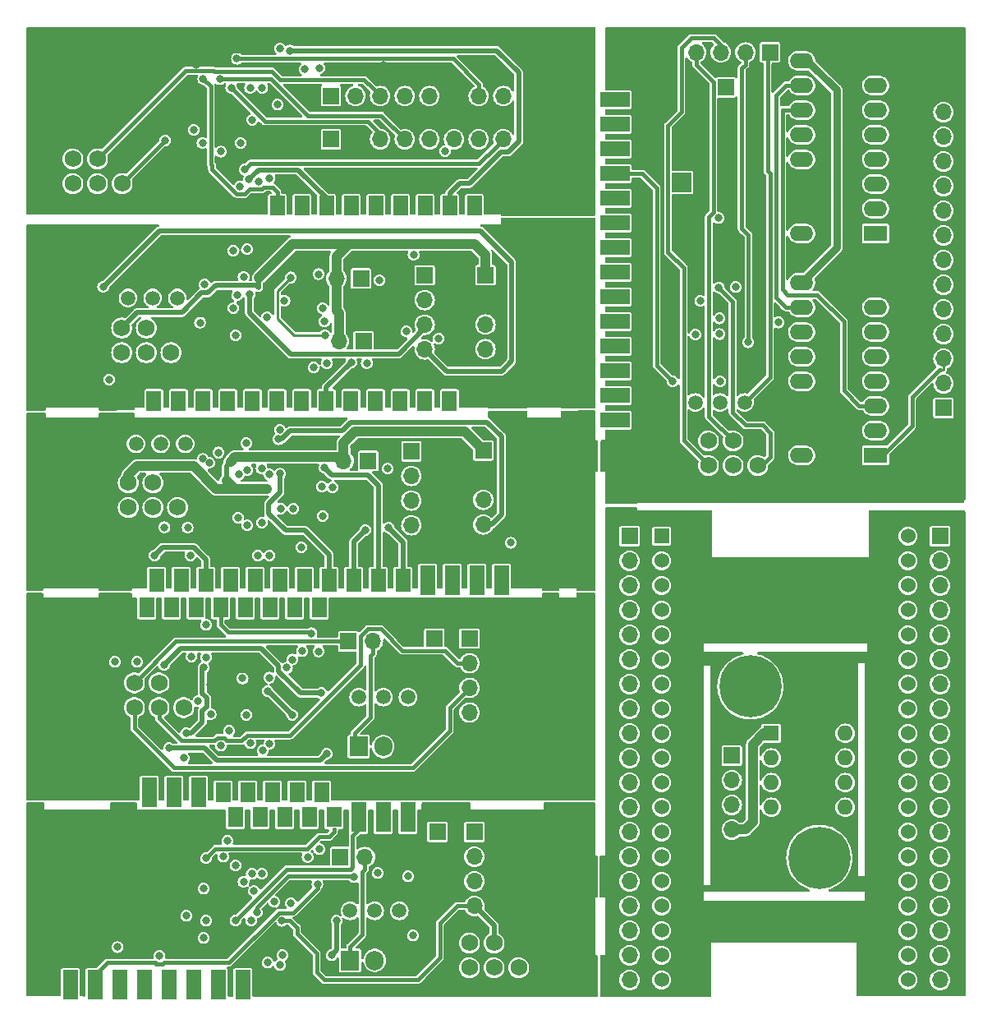
<source format=gbr>
%TF.GenerationSoftware,KiCad,Pcbnew,7.0.7*%
%TF.CreationDate,2023-11-05T16:16:46-05:00*%
%TF.ProjectId,MaisonEtape1,4d616973-6f6e-4457-9461-7065312e6b69,rev?*%
%TF.SameCoordinates,Original*%
%TF.FileFunction,Copper,L3,Inr*%
%TF.FilePolarity,Positive*%
%FSLAX46Y46*%
G04 Gerber Fmt 4.6, Leading zero omitted, Abs format (unit mm)*
G04 Created by KiCad (PCBNEW 7.0.7) date 2023-11-05 16:16:46*
%MOMM*%
%LPD*%
G01*
G04 APERTURE LIST*
G04 Aperture macros list*
%AMFreePoly0*
4,1,5,0.762000,-1.524000,-0.762000,-1.524000,-0.762000,1.524000,0.762000,1.524000,0.762000,-1.524000,0.762000,-1.524000,$1*%
%AMFreePoly1*
4,1,5,0.762000,-1.200000,-0.762000,-1.200000,-0.762000,1.200000,0.762000,1.200000,0.762000,-1.200000,0.762000,-1.200000,$1*%
%AMFreePoly2*
4,1,5,0.762000,-1.050000,-0.762000,-1.050000,-0.762000,1.050000,0.762000,1.050000,0.762000,-1.050000,0.762000,-1.050000,$1*%
%AMFreePoly3*
4,1,5,0.762000,-1.000000,-0.762000,-1.000000,-0.762000,1.000000,0.762000,1.000000,0.762000,-1.000000,0.762000,-1.000000,$1*%
G04 Aperture macros list end*
%TA.AperFunction,CastellatedPad*%
%ADD10FreePoly0,180.000000*%
%TD*%
%TA.AperFunction,CastellatedPad*%
%ADD11FreePoly1,180.000000*%
%TD*%
%TA.AperFunction,ComponentPad*%
%ADD12R,1.700000X1.700000*%
%TD*%
%TA.AperFunction,ComponentPad*%
%ADD13O,1.700000X1.700000*%
%TD*%
%TA.AperFunction,ComponentPad*%
%ADD14C,1.750000*%
%TD*%
%TA.AperFunction,ComponentPad*%
%ADD15C,0.800000*%
%TD*%
%TA.AperFunction,ComponentPad*%
%ADD16C,6.400000*%
%TD*%
%TA.AperFunction,CastellatedPad*%
%ADD17FreePoly0,0.000000*%
%TD*%
%TA.AperFunction,CastellatedPad*%
%ADD18FreePoly2,0.000000*%
%TD*%
%TA.AperFunction,ComponentPad*%
%ADD19R,2.000000X2.000000*%
%TD*%
%TA.AperFunction,ComponentPad*%
%ADD20C,2.000000*%
%TD*%
%TA.AperFunction,ComponentPad*%
%ADD21R,2.400000X1.600000*%
%TD*%
%TA.AperFunction,ComponentPad*%
%ADD22O,2.400000X1.600000*%
%TD*%
%TA.AperFunction,ComponentPad*%
%ADD23R,1.530000X1.530000*%
%TD*%
%TA.AperFunction,ComponentPad*%
%ADD24C,1.530000*%
%TD*%
%TA.AperFunction,CastellatedPad*%
%ADD25FreePoly3,0.000000*%
%TD*%
%TA.AperFunction,ComponentPad*%
%ADD26C,1.500000*%
%TD*%
%TA.AperFunction,ComponentPad*%
%ADD27R,1.905000X2.000000*%
%TD*%
%TA.AperFunction,ComponentPad*%
%ADD28O,1.905000X2.000000*%
%TD*%
%TA.AperFunction,CastellatedPad*%
%ADD29FreePoly0,270.000000*%
%TD*%
%TA.AperFunction,ComponentPad*%
%ADD30R,1.600000X1.600000*%
%TD*%
%TA.AperFunction,ComponentPad*%
%ADD31O,1.600000X1.600000*%
%TD*%
%TA.AperFunction,ViaPad*%
%ADD32C,0.800000*%
%TD*%
%TA.AperFunction,Conductor*%
%ADD33C,0.400000*%
%TD*%
%TA.AperFunction,Conductor*%
%ADD34C,0.500000*%
%TD*%
%TA.AperFunction,Conductor*%
%ADD35C,1.000000*%
%TD*%
%TA.AperFunction,Conductor*%
%ADD36C,0.800000*%
%TD*%
%TA.AperFunction,Conductor*%
%ADD37C,0.250000*%
%TD*%
G04 APERTURE END LIST*
D10*
%TO.N,U2_ADC6*%
%TO.C,U2_XT1*%
X142621000Y-98806000D03*
%TO.N,U2_ADC7*%
X140081000Y-98806000D03*
%TO.N,U2_PB1*%
X137541000Y-98806000D03*
%TO.N,U2_PB2*%
X135001000Y-98806000D03*
D11*
%TO.N,U2_PC0*%
X132461000Y-98806000D03*
%TO.N,U2_PC1*%
X129921000Y-98806000D03*
%TO.N,U2_PC2*%
X127381000Y-98806000D03*
%TO.N,U2_PC3*%
X124841000Y-98806000D03*
%TO.N,U2_PD0*%
X122301000Y-98806000D03*
%TO.N,U2_PD1*%
X119761000Y-98806000D03*
%TO.N,U2_PD2*%
X117221000Y-98806000D03*
%TO.N,U2_PD3*%
X114681000Y-98806000D03*
%TO.N,U2_PD4*%
X112141000Y-98806000D03*
%TO.N,U2_PD5*%
X109601000Y-98806000D03*
%TO.N,U2_PD6*%
X107061000Y-98806000D03*
%TD*%
D12*
%TO.N,U2_VCC*%
%TO.C,J_U2A1*%
X140750600Y-85410400D03*
D13*
%TO.N,U2_GND*%
X140750600Y-87950400D03*
%TO.N,U2_i2c_SCL*%
X140750600Y-90490400D03*
%TO.N,U2_i2c_SDA*%
X140750600Y-93030400D03*
%TD*%
D12*
%TO.N,LT_SPI_SCK*%
%TO.C,J14*%
X125027100Y-48895000D03*
D13*
%TO.N,LT_SPI_MISO*%
X127567100Y-48895000D03*
%TO.N,LT_SPI_MOSI*%
X130107100Y-48895000D03*
%TO.N,LT_i2c_SCL*%
X132647100Y-48895000D03*
%TO.N,LT_i2c_SDA*%
X135187100Y-48895000D03*
%TO.N,LT_GND*%
X137727100Y-48895000D03*
%TO.N,LT_UART_TX*%
X140267100Y-48895000D03*
%TO.N,LT_UART_RX*%
X142807100Y-48895000D03*
%TD*%
D14*
%TO.N,U3_SPI_MISO*%
%TO.C,J3*%
X104775000Y-111900000D03*
%TO.N,U3_VCC*%
X104775000Y-109360000D03*
%TO.N,U3_SPI_SCK*%
X107315000Y-111900000D03*
%TO.N,U3_SPI_MOSI*%
X107315000Y-109360000D03*
%TO.N,U3_RESET*%
X109855000Y-111900000D03*
%TO.N,U3_GND*%
X109855000Y-109360000D03*
%TD*%
D12*
%TO.N,U5_VCC*%
%TO.C,U5_PW1*%
X165735000Y-48006000D03*
D13*
%TO.N,U5_GND*%
X163195000Y-48006000D03*
%TD*%
D15*
%TO.N,N/C*%
%TO.C,MH15*%
X184163000Y-86461600D03*
X184865944Y-84764544D03*
X184865944Y-88158656D03*
X186563000Y-84061600D03*
D16*
%TO.N,U5_GND*%
X186563000Y-86461600D03*
D15*
%TO.N,N/C*%
X186563000Y-88861600D03*
X188260056Y-84764544D03*
X188260056Y-88158656D03*
X188963000Y-86461600D03*
%TD*%
D12*
%TO.N,U4_CS2*%
%TO.C,J_SPI_4*%
X139827000Y-124714000D03*
D13*
%TO.N,U4_SPI_SCK*%
X139827000Y-127254000D03*
%TO.N,U4_SPI_MISO*%
X139827000Y-129794000D03*
%TO.N,U4_SPI_MOSI*%
X139827000Y-132334000D03*
%TD*%
D12*
%TO.N,Net-(ESP32-GND3)*%
%TO.C,J6*%
X187833000Y-94234000D03*
D13*
%TO.N,Net-(ESP32-IO23)*%
X187833000Y-96774000D03*
%TO.N,Net-(ESP32-IO22)*%
X187833000Y-99314000D03*
%TO.N,Net-(ESP32-TXD0)*%
X187833000Y-101854000D03*
%TO.N,Net-(ESP32-RXD0)*%
X187833000Y-104394000D03*
%TO.N,Net-(ESP32-IO21)*%
X187833000Y-106934000D03*
%TO.N,Net-(ESP32-GND2)*%
X187833000Y-109474000D03*
%TO.N,Net-(ESP32-IO19)*%
X187833000Y-112014000D03*
%TO.N,Net-(ESP32-IO18)*%
X187833000Y-114554000D03*
%TO.N,Net-(ESP32-IO5)*%
X187833000Y-117094000D03*
%TO.N,Net-(ESP32-IO17)*%
X187833000Y-119634000D03*
%TO.N,Net-(ESP32-IO16)*%
X187833000Y-122174000D03*
%TO.N,Net-(ESP32-IO4)*%
X187833000Y-124714000D03*
%TO.N,Net-(ESP32-IO0)*%
X187833000Y-127254000D03*
%TO.N,Net-(ESP32-IO2)*%
X187833000Y-129794000D03*
%TO.N,Net-(ESP32-IO15)*%
X187833000Y-132334000D03*
%TO.N,Net-(ESP32-SD1)*%
X187833000Y-134874000D03*
%TO.N,Net-(ESP32-SD0)*%
X187833000Y-137414000D03*
%TO.N,Net-(ESP32-CLK)*%
X187833000Y-139954000D03*
%TD*%
D17*
%TO.N,U4_ADC6*%
%TO.C,U4_XT_L1*%
X98171000Y-140462000D03*
%TO.N,U4_ADC7*%
X100711000Y-140462000D03*
%TO.N,U4_PB1*%
X103251000Y-140462000D03*
%TO.N,U4_PC0*%
X105791000Y-140462000D03*
%TO.N,U4_PC1*%
X108331000Y-140462000D03*
%TO.N,U4_PC2*%
X110871000Y-140462000D03*
%TO.N,U4_PC3*%
X113411000Y-140462000D03*
%TO.N,U4_PC4*%
X115951000Y-140462000D03*
%TD*%
D14*
%TO.N,U4_SPI_MISO*%
%TO.C,J4*%
X139319000Y-138684000D03*
%TO.N,U4_VCC*%
X139319000Y-136144000D03*
%TO.N,U4_SPI_SCK*%
X141859000Y-138684000D03*
%TO.N,U4_SPI_MOSI*%
X141859000Y-136144000D03*
%TO.N,U4_RESET*%
X144399000Y-138684000D03*
%TO.N,U4_GND*%
X144399000Y-136144000D03*
%TD*%
D12*
%TO.N,U4_VCC*%
%TO.C,U4_PW1*%
X136017000Y-124699000D03*
D13*
%TO.N,U4_GND*%
X136017000Y-127239000D03*
%TD*%
D15*
%TO.N,N/C*%
%TO.C,MH12*%
X155287900Y-86533100D03*
X155990844Y-84836044D03*
X155990844Y-88230156D03*
X157687900Y-84133100D03*
D16*
%TO.N,U5_GND*%
X157687900Y-86533100D03*
D15*
%TO.N,N/C*%
X157687900Y-88933100D03*
X159384956Y-84836044D03*
X159384956Y-88230156D03*
X160087900Y-86533100D03*
%TD*%
D17*
%TO.N,U3_PD0*%
%TO.C,U3_XT_R1*%
X106299000Y-120650000D03*
%TO.N,U3_PD1*%
X108839000Y-120650000D03*
%TO.N,U3_PD2*%
X111379000Y-120650000D03*
D18*
%TO.N,U3_PD3*%
X113919000Y-120650000D03*
%TO.N,U3_PD4*%
X116459000Y-120650000D03*
%TO.N,U3_PD5*%
X118999000Y-120650000D03*
%TO.N,U3_PD6*%
X121539000Y-120650000D03*
%TO.N,U3_PD7*%
X124079000Y-120650000D03*
%TD*%
D19*
%TO.N,Net-(BZ1--)*%
%TO.C,BZ1*%
X161183000Y-57810400D03*
D20*
%TO.N,U5_GND*%
X168783000Y-57810400D03*
%TD*%
D21*
%TO.N,QH2*%
%TO.C,U7*%
X181178200Y-85902800D03*
D22*
%TO.N,unconnected-(U7-Q5-Pad2)*%
X181178200Y-83362800D03*
%TO.N,Net-(U6-DS)*%
X181178200Y-80822800D03*
%TO.N,QD2*%
X181178200Y-78282800D03*
%TO.N,QC2*%
X181178200Y-75742800D03*
%TO.N,QB2*%
X181178200Y-73202800D03*
%TO.N,QA2*%
X181178200Y-70662800D03*
%TO.N,U5_GND*%
X181178200Y-68122800D03*
%TO.N,Clavier_latchPin*%
X173558200Y-68122800D03*
%TO.N,Clavier_clockPin*%
X173558200Y-70662800D03*
%TO.N,unconnected-(U7-DS-Pad11)*%
X173558200Y-73202800D03*
%TO.N,unconnected-(U7-Q6-Pad12)*%
X173558200Y-75742800D03*
%TO.N,QE2*%
X173558200Y-78282800D03*
%TO.N,U5_GND*%
X173558200Y-80822800D03*
X173558200Y-83362800D03*
%TO.N,U5_VCC*%
X173558200Y-85902800D03*
%TD*%
D15*
%TO.N,N/C*%
%TO.C,MH4*%
X184213800Y-45072000D03*
X184916744Y-43374944D03*
X184916744Y-46769056D03*
X186613800Y-42672000D03*
D16*
%TO.N,U5_GND*%
X186613800Y-45072000D03*
D15*
%TO.N,N/C*%
X186613800Y-47472000D03*
X188310856Y-43374944D03*
X188310856Y-46769056D03*
X189013800Y-45072000D03*
%TD*%
D23*
%TO.N,Net-(ESP32-3V3)*%
%TO.C,ESP32*%
X159131000Y-94234000D03*
D24*
%TO.N,Net-(ESP32-EN)*%
X159131000Y-96774000D03*
%TO.N,Net-(ESP32-SENSOR_VP)*%
X159131000Y-99314000D03*
%TO.N,Net-(ESP32-SENSOR_VN)*%
X159131000Y-101854000D03*
%TO.N,Net-(ESP32-IO34)*%
X159131000Y-104394000D03*
%TO.N,Net-(ESP32-IO35)*%
X159131000Y-106934000D03*
%TO.N,Net-(ESP32-IO32)*%
X159131000Y-109474000D03*
%TO.N,Net-(ESP32-IO33)*%
X159131000Y-112014000D03*
%TO.N,Net-(ESP32-IO25)*%
X159131000Y-114554000D03*
%TO.N,Net-(ESP32-IO26)*%
X159131000Y-117094000D03*
%TO.N,Net-(ESP32-IO27)*%
X159131000Y-119634000D03*
%TO.N,Net-(ESP32-IO14)*%
X159131000Y-122174000D03*
%TO.N,Net-(ESP32-IO12)*%
X159131000Y-124714000D03*
%TO.N,Net-(ESP32-GND1)*%
X159131000Y-127254000D03*
%TO.N,Net-(ESP32-IO13)*%
X159131000Y-129794000D03*
%TO.N,Net-(ESP32-SD2)*%
X159131000Y-132334000D03*
%TO.N,Net-(ESP32-SD3)*%
X159131000Y-134874000D03*
%TO.N,Net-(ESP32-CMD)*%
X159131000Y-137414000D03*
%TO.N,Net-(ESP32-EXT_5V)*%
X159131000Y-139954000D03*
%TO.N,Net-(ESP32-CLK)*%
X184531000Y-139954000D03*
%TO.N,Net-(ESP32-SD0)*%
X184531000Y-137414000D03*
%TO.N,Net-(ESP32-SD1)*%
X184531000Y-134874000D03*
%TO.N,Net-(ESP32-IO15)*%
X184531000Y-132334000D03*
%TO.N,Net-(ESP32-IO2)*%
X184531000Y-129794000D03*
%TO.N,Net-(ESP32-IO0)*%
X184531000Y-127254000D03*
%TO.N,Net-(ESP32-IO4)*%
X184531000Y-124714000D03*
%TO.N,Net-(ESP32-IO16)*%
X184531000Y-122174000D03*
%TO.N,Net-(ESP32-IO17)*%
X184531000Y-119634000D03*
%TO.N,Net-(ESP32-IO5)*%
X184531000Y-117094000D03*
%TO.N,Net-(ESP32-IO18)*%
X184531000Y-114554000D03*
%TO.N,Net-(ESP32-IO19)*%
X184531000Y-112014000D03*
%TO.N,Net-(ESP32-GND2)*%
X184531000Y-109474000D03*
%TO.N,Net-(ESP32-IO21)*%
X184531000Y-106934000D03*
%TO.N,Net-(ESP32-RXD0)*%
X184531000Y-104394000D03*
%TO.N,Net-(ESP32-TXD0)*%
X184531000Y-101854000D03*
%TO.N,Net-(ESP32-IO22)*%
X184531000Y-99314000D03*
%TO.N,Net-(ESP32-IO23)*%
X184531000Y-96774000D03*
%TO.N,Net-(ESP32-GND3)*%
X184531000Y-94234000D03*
%TD*%
D21*
%TO.N,QH1*%
%TO.C,U6*%
X181178200Y-63042800D03*
D22*
%TO.N,unconnected-(U6-Q5-Pad2)*%
X181178200Y-60502800D03*
%TO.N,Clavier_dataPin*%
X181178200Y-57962800D03*
%TO.N,QD1*%
X181178200Y-55422800D03*
%TO.N,QC1*%
X181178200Y-52882800D03*
%TO.N,QB1*%
X181178200Y-50342800D03*
%TO.N,QA1*%
X181178200Y-47802800D03*
%TO.N,U5_GND*%
X181178200Y-45262800D03*
%TO.N,Clavier_latchPin*%
X173558200Y-45262800D03*
%TO.N,Clavier_clockPin*%
X173558200Y-47802800D03*
%TO.N,Net-(U6-DS)*%
X173558200Y-50342800D03*
%TO.N,unconnected-(U6-Q6-Pad12)*%
X173558200Y-52882800D03*
%TO.N,QE1*%
X173558200Y-55422800D03*
%TO.N,U5_GND*%
X173558200Y-57962800D03*
X173558200Y-60502800D03*
%TO.N,U5_VCC*%
X173558200Y-63042800D03*
%TD*%
D25*
%TO.N,LT_ADC6*%
%TO.C,LT_XT1*%
X119507000Y-60198000D03*
%TO.N,LT_ADC7*%
X122047000Y-60198000D03*
%TO.N,LT_PB0*%
X124587000Y-60198000D03*
%TO.N,LT_PB1*%
X127127000Y-60198000D03*
%TO.N,LT_PB2*%
X129667000Y-60198000D03*
%TO.N,LT_PC0*%
X132207000Y-60198000D03*
%TO.N,LT_PC1*%
X134747000Y-60198000D03*
%TO.N,LT_PC2*%
X137287000Y-60198000D03*
%TO.N,LT_PC3*%
X139827000Y-60198000D03*
%TD*%
%TO.N,U3_ADC6*%
%TO.C,U3_XT_L1*%
X106045000Y-101600000D03*
%TO.N,U3_ADC7*%
X108585000Y-101600000D03*
%TO.N,U3_PB1*%
X111125000Y-101600000D03*
%TO.N,U3_PC0*%
X113665000Y-101600000D03*
%TO.N,U3_PC1*%
X116205000Y-101600000D03*
%TO.N,U3_PC2*%
X118745000Y-101600000D03*
%TO.N,U3_PC3*%
X121285000Y-101600000D03*
%TO.N,U3_PC4*%
X123825000Y-101600000D03*
%TD*%
D26*
%TO.N,Net-(U3-PB2)*%
%TO.C,SW_U3*%
X130429000Y-110833200D03*
%TO.N,U3_CS1*%
X127889000Y-110833200D03*
%TO.N,unconnected-(SW_U3-prog-Pad3)*%
X132969000Y-110833200D03*
%TD*%
D12*
%TO.N,U5_CS3*%
%TO.C,J_SPI_5*%
X170307000Y-44399200D03*
D13*
%TO.N,U5_SPI_SCK*%
X167767000Y-44399200D03*
%TO.N,U5_SPI_MISO*%
X165227000Y-44399200D03*
%TO.N,U5_SPI_MOSI*%
X162687000Y-44399200D03*
%TD*%
D12*
%TO.N,Net-(ESP32-3V3)*%
%TO.C,J7*%
X155829000Y-94234000D03*
D13*
%TO.N,Net-(ESP32-EN)*%
X155829000Y-96774000D03*
%TO.N,Net-(ESP32-SENSOR_VP)*%
X155829000Y-99314000D03*
%TO.N,Net-(ESP32-SENSOR_VN)*%
X155829000Y-101854000D03*
%TO.N,Net-(ESP32-IO34)*%
X155829000Y-104394000D03*
%TO.N,Net-(ESP32-IO35)*%
X155829000Y-106934000D03*
%TO.N,Net-(ESP32-IO32)*%
X155829000Y-109474000D03*
%TO.N,Net-(ESP32-IO33)*%
X155829000Y-112014000D03*
%TO.N,Net-(ESP32-IO25)*%
X155829000Y-114554000D03*
%TO.N,Net-(ESP32-IO26)*%
X155829000Y-117094000D03*
%TO.N,Net-(ESP32-IO27)*%
X155829000Y-119634000D03*
%TO.N,Net-(ESP32-IO14)*%
X155829000Y-122174000D03*
%TO.N,Net-(ESP32-IO12)*%
X155829000Y-124714000D03*
%TO.N,Net-(ESP32-GND1)*%
X155829000Y-127254000D03*
%TO.N,Net-(ESP32-IO13)*%
X155829000Y-129794000D03*
%TO.N,Net-(ESP32-SD2)*%
X155829000Y-132334000D03*
%TO.N,Net-(ESP32-SD3)*%
X155829000Y-134874000D03*
%TO.N,Net-(ESP32-CMD)*%
X155829000Y-137414000D03*
%TO.N,Net-(ESP32-EXT_5V)*%
X155829000Y-139954000D03*
%TD*%
D14*
%TO.N,LT_SPI_MISO*%
%TO.C,Jmaster1*%
X98425000Y-57912000D03*
%TO.N,LT_VCC*%
X98425000Y-55372000D03*
%TO.N,LT_SPI_SCK*%
X100965000Y-57912000D03*
%TO.N,LT_SPI_MOSI*%
X100965000Y-55372000D03*
%TO.N,LT_RESET*%
X103505000Y-57912000D03*
%TO.N,LT_GND*%
X103505000Y-55372000D03*
%TD*%
D12*
%TO.N,U6_VCC*%
%TO.C,J_U6*%
X166363000Y-116840000D03*
D13*
%TO.N,U6_GND*%
X166363000Y-119380000D03*
%TO.N,U6_i2c_SCL*%
X166363000Y-121920000D03*
%TO.N,U6_i2c_SDA*%
X166363000Y-124460000D03*
%TD*%
D12*
%TO.N,Net-(Door1-Pin_1)*%
%TO.C,Door1*%
X128885000Y-86486600D03*
D13*
%TO.N,U2_VCC*%
X126345000Y-86486600D03*
%TD*%
D15*
%TO.N,N/C*%
%TO.C,MH21*%
X95978900Y-110422100D03*
X96681844Y-108725044D03*
X96681844Y-112119156D03*
X98378900Y-108022100D03*
D16*
%TO.N,U3_GND*%
X98378900Y-110422100D03*
D15*
%TO.N,N/C*%
X98378900Y-112822100D03*
X100075956Y-108725044D03*
X100075956Y-112119156D03*
X100778900Y-110422100D03*
%TD*%
D12*
%TO.N,U3_CS1*%
%TO.C,J_SPI_3*%
X139319000Y-104788000D03*
D13*
%TO.N,U3_SPI_SCK*%
X139319000Y-107328000D03*
%TO.N,U3_SPI_MISO*%
X139319000Y-109868000D03*
%TO.N,U3_SPI_MOSI*%
X139319000Y-112408000D03*
%TD*%
D15*
%TO.N,N/C*%
%TO.C,MH5*%
X95453800Y-71547100D03*
X96156744Y-69850044D03*
X96156744Y-73244156D03*
X97853800Y-69147100D03*
D16*
%TO.N,U1_GND*%
X97853800Y-71547100D03*
D15*
%TO.N,N/C*%
X97853800Y-73947100D03*
X99550856Y-69850044D03*
X99550856Y-73244156D03*
X100253800Y-71547100D03*
%TD*%
D26*
%TO.N,B2*%
%TO.C,SW1*%
X106654600Y-69697600D03*
%TO.N,U1_CS4*%
X104114600Y-69697600D03*
%TO.N,unconnected-(SW1-prog-Pad3)*%
X109194600Y-69697600D03*
%TD*%
D25*
%TO.N,A6*%
%TO.C,U1_XT1*%
X106781600Y-80289400D03*
%TO.N,A7*%
X109321600Y-80289400D03*
%TO.N,B2*%
X111861600Y-80289400D03*
%TO.N,C0*%
X114401600Y-80289400D03*
%TO.N,C1*%
X116941600Y-80289400D03*
%TO.N,C2*%
X119481600Y-80289400D03*
%TO.N,C3*%
X122021600Y-80289400D03*
%TO.N,D0*%
X124561600Y-80289400D03*
%TO.N,D1*%
X127101600Y-80289400D03*
%TO.N,D2*%
X129641600Y-80289400D03*
%TO.N,D3*%
X132181600Y-80289400D03*
%TO.N,D4*%
X134721600Y-80289400D03*
%TO.N,D5*%
X137261600Y-80289400D03*
%TD*%
D27*
%TO.N,Net-(J11-Pin_2)*%
%TO.C,Q1*%
X127013000Y-137944400D03*
D28*
%TO.N,Net-(Q1-G)*%
X129553000Y-137944400D03*
%TO.N,U4_GND*%
X132093000Y-137944400D03*
%TD*%
D14*
%TO.N,U2_SPI_MISO*%
%TO.C,J2*%
X104140000Y-91279800D03*
%TO.N,U2_VCC*%
X104140000Y-88739800D03*
%TO.N,U2_SPI_SCK*%
X106680000Y-91279800D03*
%TO.N,U2_SPI_MOSI*%
X106680000Y-88739800D03*
%TO.N,U2_RESET*%
X109220000Y-91279800D03*
%TO.N,U2_GND*%
X109220000Y-88739800D03*
%TD*%
D15*
%TO.N,N/C*%
%TO.C,MH30*%
X145809000Y-110122000D03*
X146511944Y-108424944D03*
X146511944Y-111819056D03*
X148209000Y-107722000D03*
D16*
%TO.N,U3_GND*%
X148209000Y-110122000D03*
D15*
%TO.N,N/C*%
X148209000Y-112522000D03*
X149906056Y-108424944D03*
X149906056Y-111819056D03*
X150609000Y-110122000D03*
%TD*%
D12*
%TO.N,U1_CS4*%
%TO.C,J_U1B1*%
X134696200Y-67370800D03*
D13*
%TO.N,U1_SPI_SCK*%
X134696200Y-69910800D03*
%TO.N,U1_SPI_MISO*%
X134696200Y-72450800D03*
%TO.N,U1_SPI_MOSI*%
X134696200Y-74990800D03*
%TD*%
D14*
%TO.N,U1_SPI_MISO*%
%TO.C,J1*%
X103454200Y-75336400D03*
%TO.N,U1_VCC*%
X103454200Y-72796400D03*
%TO.N,U1_SPI_SCK*%
X105994200Y-75336400D03*
%TO.N,U1_SPI_MOSI*%
X105994200Y-72796400D03*
%TO.N,U1_RESET*%
X108534200Y-75336400D03*
%TO.N,U1_GND*%
X108534200Y-72796400D03*
%TD*%
D15*
%TO.N,N/C*%
%TO.C,MH11*%
X145174000Y-90999900D03*
X145876944Y-89302844D03*
X145876944Y-92696956D03*
X147574000Y-88599900D03*
D16*
%TO.N,U2_GND*%
X147574000Y-90999900D03*
D15*
%TO.N,N/C*%
X147574000Y-93399900D03*
X149271056Y-89302844D03*
X149271056Y-92696956D03*
X149974000Y-90999900D03*
%TD*%
D29*
%TO.N,U5_ADC6*%
%TO.C,U5_XT1*%
X154305000Y-49276000D03*
%TO.N,U5_ADC7*%
X154305000Y-51816000D03*
%TO.N,U5_PB0*%
X154305000Y-54356000D03*
%TO.N,U5_PB1*%
X154305000Y-56896000D03*
%TO.N,U5_PC4*%
X154305000Y-59436000D03*
%TO.N,U5_PC5*%
X154305000Y-61976000D03*
%TO.N,U5_PD0*%
X154305000Y-64516000D03*
%TO.N,U5_PD1*%
X154305000Y-67056000D03*
%TO.N,U5_PD2*%
X154305000Y-69596000D03*
%TO.N,U5_PD3*%
X154305000Y-72136000D03*
%TO.N,U5_PD4*%
X154305000Y-74676000D03*
%TO.N,U5_PD5*%
X154305000Y-77216000D03*
%TO.N,U5_PD6*%
X154305000Y-79756000D03*
%TO.N,U5_PD7*%
X154305000Y-82296000D03*
%TD*%
D30*
%TO.N,U6_i2c_SDA*%
%TO.C,U8*%
X170427000Y-114554000D03*
D31*
%TO.N,U6_i2c_SCL*%
X170427000Y-117094000D03*
%TO.N,unconnected-(U8-T_{OUT}-Pad3)*%
X170427000Y-119634000D03*
%TO.N,U6_GND*%
X170427000Y-122174000D03*
X178047000Y-122174000D03*
X178047000Y-119634000D03*
X178047000Y-117094000D03*
%TO.N,U6_VCC*%
X178047000Y-114554000D03*
%TD*%
D12*
%TO.N,Net-(U1-PD7)*%
%TO.C,Window2*%
X128397000Y-74168000D03*
D13*
%TO.N,U1_VCC*%
X125857000Y-74168000D03*
%TD*%
D15*
%TO.N,N/C*%
%TO.C,MH7*%
X95978900Y-90030000D03*
X96681844Y-88332944D03*
X96681844Y-91727056D03*
X98378900Y-87630000D03*
D16*
%TO.N,U2_GND*%
X98378900Y-90030000D03*
D15*
%TO.N,N/C*%
X98378900Y-92430000D03*
X100075956Y-88332944D03*
X100075956Y-91727056D03*
X100778900Y-90030000D03*
%TD*%
%TO.N,N/C*%
%TO.C,MH50*%
X146063000Y-131686000D03*
X146765944Y-129988944D03*
X146765944Y-133383056D03*
X148463000Y-129286000D03*
D16*
%TO.N,U4_GND*%
X148463000Y-131686000D03*
D15*
%TO.N,N/C*%
X148463000Y-134086000D03*
X150160056Y-129988944D03*
X150160056Y-133383056D03*
X150863000Y-131686000D03*
%TD*%
D12*
%TO.N,U3_VCC*%
%TO.C,J12*%
X126822200Y-105067400D03*
D13*
%TO.N,Net-(J12-Pin_2)*%
X129362200Y-105067400D03*
%TD*%
D14*
%TO.N,U5_SPI_MISO*%
%TO.C,J5*%
X163957000Y-86960000D03*
%TO.N,U5_VCC*%
X163957000Y-84420000D03*
%TO.N,U5_SPI_SCK*%
X166497000Y-86960000D03*
%TO.N,U5_SPI_MOSI*%
X166497000Y-84420000D03*
%TO.N,U5_RESET*%
X169037000Y-86960000D03*
%TO.N,U5_GND*%
X169037000Y-84420000D03*
%TD*%
D15*
%TO.N,N/C*%
%TO.C,MH1*%
X95657000Y-49416000D03*
X96359944Y-47718944D03*
X96359944Y-51113056D03*
X98057000Y-47016000D03*
D16*
%TO.N,LT_GND*%
X98057000Y-49416000D03*
D15*
%TO.N,N/C*%
X98057000Y-51816000D03*
X99754056Y-47718944D03*
X99754056Y-51113056D03*
X100457000Y-49416000D03*
%TD*%
%TO.N,N/C*%
%TO.C,MH6*%
X145809000Y-71247000D03*
X146511944Y-69549944D03*
X146511944Y-72944056D03*
X148209000Y-68847000D03*
D16*
%TO.N,U1_GND*%
X148209000Y-71247000D03*
D15*
%TO.N,N/C*%
X148209000Y-73647000D03*
X149906056Y-69549944D03*
X149906056Y-72944056D03*
X150609000Y-71247000D03*
%TD*%
D12*
%TO.N,U3_VCC*%
%TO.C,U3_PW1*%
X135685000Y-104783000D03*
D13*
%TO.N,U3_GND*%
X135685000Y-107323000D03*
%TD*%
D26*
%TO.N,Net-(U4-PB2)*%
%TO.C,SW_U4*%
X129553000Y-132833800D03*
%TO.N,U4_CS2*%
X127013000Y-132833800D03*
%TO.N,unconnected-(SW_U4-prog-Pad3)*%
X132093000Y-132833800D03*
%TD*%
D15*
%TO.N,N/C*%
%TO.C,Mh3*%
X155033900Y-45131100D03*
X155736844Y-43434044D03*
X155736844Y-46828156D03*
X157433900Y-42731100D03*
D16*
%TO.N,U5_GND*%
X157433900Y-45131100D03*
D15*
%TO.N,N/C*%
X157433900Y-47531100D03*
X159130956Y-43434044D03*
X159130956Y-46828156D03*
X159833900Y-45131100D03*
%TD*%
D12*
%TO.N,U1_VCC*%
%TO.C,J_U1A1*%
X140967600Y-67351600D03*
D13*
%TO.N,U1_GND*%
X140967600Y-69891600D03*
%TO.N,U1_i2c_SCL*%
X140967600Y-72431600D03*
%TO.N,U1_i2c_SDA*%
X140967600Y-74971600D03*
%TD*%
D12*
%TO.N,U4_VCC*%
%TO.C,J11*%
X125997000Y-127296600D03*
D13*
%TO.N,Net-(J11-Pin_2)*%
X128537000Y-127296600D03*
%TD*%
D12*
%TO.N,Net-(U1-PD6)*%
%TO.C,Window1*%
X128143000Y-67691000D03*
D13*
%TO.N,U1_VCC*%
X125603000Y-67691000D03*
%TD*%
D26*
%TO.N,U2_PB2*%
%TO.C,SW2*%
X107467400Y-84734400D03*
%TO.N,U2_CS5*%
X104927400Y-84734400D03*
%TO.N,unconnected-(SW2-prog-Pad3)*%
X110007400Y-84734400D03*
%TD*%
D27*
%TO.N,Net-(J12-Pin_2)*%
%TO.C,Q2*%
X127889000Y-115913200D03*
D28*
%TO.N,Net-(Q2-G)*%
X130429000Y-115913200D03*
%TO.N,U3_GND*%
X132969000Y-115913200D03*
%TD*%
D12*
%TO.N,LT_VCC*%
%TO.C,J13*%
X125027100Y-53340000D03*
D13*
%TO.N,LT_GND*%
X127567100Y-53340000D03*
%TO.N,LT_CS1*%
X130107100Y-53340000D03*
%TO.N,LT_CS2*%
X132647100Y-53340000D03*
%TO.N,LT_CS3*%
X135187100Y-53340000D03*
%TO.N,LT_CS4*%
X137727100Y-53340000D03*
%TO.N,LT_CS5*%
X140267100Y-53340000D03*
%TO.N,LT_CS6*%
X142807100Y-53340000D03*
%TD*%
D15*
%TO.N,N/C*%
%TO.C,MH2*%
X146063000Y-50686000D03*
X146765944Y-48988944D03*
X146765944Y-52383056D03*
X148463000Y-48286000D03*
D16*
%TO.N,LT_GND*%
X148463000Y-50686000D03*
D15*
%TO.N,N/C*%
X148463000Y-53086000D03*
X150160056Y-48988944D03*
X150160056Y-52383056D03*
X150863000Y-50686000D03*
%TD*%
D16*
%TO.N,U6_GND*%
%TO.C,MH434*%
X175380000Y-127381000D03*
%TD*%
D15*
%TO.N,N/C*%
%TO.C,MH40*%
X95851900Y-131237100D03*
X96554844Y-129540044D03*
X96554844Y-132934156D03*
X98251900Y-128837100D03*
D16*
%TO.N,U4_GND*%
X98251900Y-131237100D03*
D15*
%TO.N,N/C*%
X98251900Y-133637100D03*
X99948956Y-129540044D03*
X99948956Y-132934156D03*
X100651900Y-131237100D03*
%TD*%
D18*
%TO.N,U4_PD0*%
%TO.C,U4_XT_R1*%
X115189000Y-123190000D03*
%TO.N,U4_PD1*%
X117729000Y-123190000D03*
%TO.N,U4_PD2*%
X120269000Y-123190000D03*
%TO.N,U4_PD3*%
X122809000Y-123190000D03*
%TO.N,U4_PD4*%
X125349000Y-123190000D03*
D17*
%TO.N,U4_PD5*%
X127889000Y-123190000D03*
%TO.N,U4_PD6*%
X130429000Y-123190000D03*
%TO.N,U4_PD7*%
X132969000Y-123190000D03*
%TD*%
D12*
%TO.N,U2_CS5*%
%TO.C,J_U2B1*%
X133324600Y-85496400D03*
D13*
%TO.N,U2_SPI_SCK*%
X133324600Y-88036400D03*
%TO.N,U2_SPI_MISO*%
X133324600Y-90576400D03*
%TO.N,U2_SPI_MOSI*%
X133324600Y-93116400D03*
%TD*%
D16*
%TO.N,U6_GND*%
%TO.C,MH235*%
X168268000Y-109728000D03*
%TD*%
D26*
%TO.N,Net-(U5-PB2)*%
%TO.C,SW_U5*%
X165145000Y-80460000D03*
%TO.N,U5_CS3*%
X167685000Y-80460000D03*
%TO.N,unconnected-(SW_U5-prog-Pad3)*%
X162605000Y-80460000D03*
%TD*%
D12*
%TO.N,U5_VCC*%
%TO.C,J10*%
X188185000Y-81026000D03*
D13*
%TO.N,QE2*%
X188185000Y-78486000D03*
%TO.N,QH2*%
X188185000Y-75946000D03*
%TO.N,QD2*%
X188185000Y-73406000D03*
%TO.N,QC2*%
X188185000Y-70866000D03*
%TO.N,QB2*%
X188185000Y-68326000D03*
%TO.N,QA2*%
X188185000Y-65786000D03*
%TO.N,QE1*%
X188185000Y-63246000D03*
%TO.N,QH1*%
X188185000Y-60706000D03*
%TO.N,QD1*%
X188185000Y-58166000D03*
%TO.N,QC1*%
X188185000Y-55626000D03*
%TO.N,QB1*%
X188185000Y-53086000D03*
%TO.N,QA1*%
X188185000Y-50546000D03*
%TD*%
D32*
%TO.N,U2_RESET*%
X113437983Y-85623508D03*
%TO.N,Net-(Door1-Pin_1)*%
X116408200Y-93130298D03*
%TO.N,U2_VCC*%
X118440200Y-89357200D03*
%TO.N,U1_VCC*%
X117576600Y-67640200D03*
%TO.N,U1_RESET*%
X120243600Y-69977000D03*
%TO.N,U1_GND*%
X145084800Y-79883000D03*
X141833600Y-80060800D03*
X145186400Y-76657200D03*
X147853400Y-79857600D03*
X131445000Y-66880500D03*
X149656800Y-78003400D03*
X120015593Y-63646279D03*
X120624600Y-71704200D03*
X146380200Y-75234800D03*
X151053800Y-79654400D03*
X149580600Y-75184000D03*
X150977600Y-76555600D03*
X146634200Y-78028800D03*
X143611600Y-78638400D03*
X148107400Y-76479400D03*
%TO.N,U2_RESET*%
X117881400Y-87274400D03*
%TO.N,U2_GND*%
X146050000Y-84328000D03*
X150901400Y-95173800D03*
X127444500Y-85087200D03*
X147726400Y-82905600D03*
X144881600Y-86385400D03*
X111988600Y-89738200D03*
X95427800Y-97967800D03*
X147955000Y-86131400D03*
X150901400Y-98348800D03*
X147955000Y-96926400D03*
X151206200Y-86334600D03*
X151307800Y-82880200D03*
X95326200Y-94615000D03*
X144576800Y-82981800D03*
X145389600Y-95300800D03*
X145288000Y-98450400D03*
X149656800Y-84302600D03*
X97739200Y-94513400D03*
%TO.N,U5_SPI_SCK*%
X168067000Y-74260000D03*
%TO.N,U5_RESET*%
X165035000Y-68647500D03*
%TO.N,U4_SPI_SCK*%
X132969000Y-129286000D03*
X133477000Y-135382000D03*
%TO.N,U4_SPI_MOSI*%
X119990500Y-133860500D03*
%TO.N,U4_RESET*%
X116869332Y-129032000D03*
%TO.N,LT_RESET*%
X107957300Y-53459700D03*
X116699000Y-48060000D03*
%TO.N,U1_i2c_SCL*%
X124181500Y-70759471D03*
%TO.N,U1_i2c_SDA*%
X124360814Y-72102156D03*
%TO.N,U2_i2c_SCL*%
X119761000Y-83261200D03*
%TO.N,U2_i2c_SDA*%
X119621431Y-84250910D03*
%TO.N,LT_CS1*%
X114754000Y-48034600D03*
%TO.N,LT_CS2*%
X113588000Y-47157600D03*
%TO.N,LT_GND*%
X109855000Y-42545000D03*
X151765000Y-48260000D03*
X111125000Y-45720000D03*
X140335000Y-42545000D03*
X146685000Y-58420000D03*
X113665000Y-43180000D03*
X147955000Y-43815000D03*
X103505000Y-43180000D03*
X144145000Y-43180000D03*
X115301800Y-51308000D03*
X139065000Y-43180000D03*
X109855000Y-44450000D03*
X141605000Y-58420000D03*
X151765000Y-54610000D03*
X151765000Y-44450000D03*
X151765000Y-46990000D03*
X100965000Y-43180000D03*
X149225000Y-55880000D03*
X150495000Y-42545000D03*
X145415000Y-42545000D03*
X127635000Y-42545000D03*
X112395000Y-42545000D03*
X146685000Y-43180000D03*
X108585000Y-45720000D03*
X151765000Y-55880000D03*
X116205000Y-43180000D03*
X150495000Y-47625000D03*
X127889000Y-46482000D03*
X135255000Y-42545000D03*
X117475000Y-42545000D03*
X102235000Y-46990000D03*
X149225000Y-43180000D03*
X103505000Y-48260000D03*
X125095000Y-42545000D03*
X178384200Y-100660200D03*
X149225000Y-58420000D03*
X147955000Y-42545000D03*
X108585000Y-43180000D03*
X130175000Y-42545000D03*
X151765000Y-58420000D03*
X141605000Y-43180000D03*
X150495000Y-43815000D03*
X144145000Y-58420000D03*
X147955000Y-57150000D03*
X151765000Y-45720000D03*
X131445000Y-43180000D03*
X142875000Y-59690000D03*
X106045000Y-43180000D03*
X132715000Y-42545000D03*
X123825000Y-43180000D03*
X150495000Y-45085000D03*
X147955000Y-59690000D03*
X114935000Y-42545000D03*
X133985000Y-43180000D03*
X181152800Y-98171000D03*
X111125000Y-43180000D03*
X102235000Y-49530000D03*
X150495000Y-59690000D03*
X150495000Y-46355000D03*
X142875000Y-42545000D03*
X128905000Y-43180000D03*
X112395000Y-44450000D03*
X146685000Y-55880000D03*
X102235000Y-44450000D03*
X107315000Y-43815000D03*
X174980600Y-103886000D03*
X150495000Y-54610000D03*
X104775000Y-46990000D03*
X111696500Y-56603900D03*
X104775000Y-44450000D03*
X107315000Y-42545000D03*
X181533800Y-103886000D03*
X151765000Y-43180000D03*
X103505000Y-45720000D03*
X136525000Y-43180000D03*
X150495000Y-57150000D03*
X130429000Y-45720000D03*
X126365000Y-43180000D03*
X104775000Y-49530000D03*
X98425000Y-43180000D03*
X145415000Y-43815000D03*
X145415000Y-59690000D03*
X99695000Y-44450000D03*
X137795000Y-42545000D03*
X151765000Y-53340000D03*
%TO.N,LT_CS3*%
X116931668Y-51343327D03*
%TO.N,LT_CS4*%
X136779000Y-54572500D03*
X115671600Y-58194900D03*
%TO.N,LT_CS5*%
X115701000Y-53715400D03*
%TO.N,LT_i2c_SCL*%
X117949000Y-48056500D03*
%TO.N,LT_UART_TX*%
X115339000Y-45053000D03*
%TO.N,LT_CS6*%
X116139500Y-56476300D03*
%TO.N,Net-(U1-PD7)*%
X115366800Y-69418200D03*
%TO.N,Net-(U1-PD6)*%
X116026723Y-67536021D03*
%TO.N,Net-(U1-PB0)*%
X133553200Y-65252600D03*
%TO.N,Net-(U1-PB1)*%
X114967671Y-70739304D03*
%TO.N,Net-(door_1-A)*%
X125196600Y-89204800D03*
%TO.N,GPIO_Lumiere*%
X118705000Y-108814500D03*
%TO.N,GPIO_Moteur*%
X122630000Y-127288000D03*
%TO.N,Net-(Window_1-A)*%
X130048000Y-67868800D03*
%TO.N,Net-(Window_2-A)*%
X128727200Y-76428600D03*
%TO.N,Net-(U2-PB0)*%
X117904837Y-92835037D03*
%TO.N,U4_GND*%
X111226600Y-128168400D03*
X112220663Y-131746337D03*
X110617000Y-134874000D03*
X124616049Y-130280196D03*
%TO.N,U3_GND*%
X150672800Y-102717600D03*
X94818200Y-117627400D03*
X126796800Y-120269000D03*
X148513800Y-104521000D03*
X104140000Y-120345200D03*
X137668000Y-118338600D03*
X94919800Y-107188000D03*
X146151600Y-105867200D03*
X102412800Y-118795800D03*
X112629500Y-109572361D03*
X94894400Y-120269000D03*
X146456400Y-115062000D03*
X131140200Y-120091200D03*
X151180800Y-115062000D03*
X124333000Y-108966000D03*
X146100800Y-102539800D03*
X139649200Y-119761000D03*
X150545800Y-119583200D03*
X134543800Y-119964200D03*
X98018600Y-119024400D03*
X150545800Y-105638600D03*
X100914200Y-120396000D03*
X146227800Y-119583200D03*
X143179800Y-118110000D03*
X148259800Y-117602000D03*
%TO.N,U5_GND*%
X172135800Y-87960200D03*
X172186600Y-89738200D03*
X159639000Y-74168000D03*
X166648000Y-63431400D03*
X175818800Y-89712800D03*
X179628800Y-87934800D03*
X179578000Y-89585800D03*
X181813200Y-88747600D03*
X161843000Y-63440400D03*
X177546000Y-88823800D03*
X173990000Y-88823800D03*
X175869600Y-87630000D03*
%TO.N,LT_PB6*%
X110894000Y-52383300D03*
%TO.N,LT_PB7*%
X111789000Y-53749900D03*
%TO.N,LT_PB0*%
X116596363Y-57492624D03*
%TO.N,LT_PB1*%
X117577000Y-57685900D03*
%TO.N,LT_PB2*%
X118704000Y-57347600D03*
%TO.N,LT_ADC6*%
X123834000Y-46012900D03*
X111863600Y-47141700D03*
%TO.N,LT_ADC7*%
X113659600Y-54619500D03*
X119507000Y-49784000D03*
%TO.N,LT_PC0*%
X122326400Y-46126400D03*
%TO.N,LT_PC2*%
X120808000Y-44210900D03*
%TO.N,LT_PC3*%
X119818000Y-43999300D03*
%TO.N,U4_PB6*%
X110109000Y-133350000D03*
%TO.N,U4_PB7*%
X112141000Y-133858000D03*
%TO.N,U3_PB6*%
X111357853Y-111230853D03*
%TO.N,U3_PB7*%
X112632000Y-112598000D03*
%TO.N,U5_PB6*%
X162600000Y-73475800D03*
%TO.N,U5_PB7*%
X165103000Y-71802600D03*
%TO.N,U2_PB6*%
X107873800Y-93319600D03*
%TO.N,U2_PB7*%
X110261400Y-93370400D03*
%TO.N,U1_PB6*%
X116374300Y-64676166D03*
%TO.N,U1_PB7*%
X114960400Y-64832806D03*
%TO.N,U3_PB0*%
X117983000Y-116332000D03*
%TO.N,U4_PB0*%
X103047800Y-136575800D03*
%TO.N,D2*%
X123748800Y-67240500D03*
%TO.N,D1*%
X124605833Y-76429100D03*
X120903498Y-67589400D03*
X124402500Y-73551656D03*
%TO.N,D0*%
X127127000Y-76317500D03*
%TO.N,B2*%
X102158800Y-78105000D03*
%TO.N,D5*%
X112014000Y-68326000D03*
%TO.N,D4*%
X123260773Y-76868402D03*
X118440200Y-71678800D03*
%TO.N,D3*%
X132805112Y-73140512D03*
%TO.N,U2_PD2*%
X115519200Y-87884000D03*
%TO.N,U2_PD1*%
X116305000Y-84646900D03*
X119844776Y-91389200D03*
X118674612Y-87882529D03*
%TO.N,U2_PD0*%
X117500400Y-96228800D03*
X116409062Y-87428861D03*
%TO.N,U2_PC3*%
X119786400Y-87807800D03*
%TO.N,U2_PC2*%
X128574800Y-93599000D03*
X130886200Y-87274400D03*
%TO.N,U2_PC1*%
X124383800Y-87186900D03*
%TO.N,U2_PC0*%
X124104400Y-89128600D03*
X130991263Y-93373863D03*
%TO.N,U2_ADC7*%
X121155498Y-91401900D03*
%TO.N,U2_ADC6*%
X124180600Y-92151200D03*
%TO.N,U2_PB2*%
X143560800Y-94919800D03*
%TO.N,U2_PB1*%
X118705000Y-96228800D03*
%TO.N,U2_PD6*%
X110531888Y-96228800D03*
%TO.N,U2_PD4*%
X106857800Y-96228800D03*
%TO.N,U2_PD3*%
X112471200Y-86690200D03*
X111810800Y-86283800D03*
%TO.N,U3_PD2*%
X110654500Y-106645500D03*
X105029000Y-107188000D03*
X102743000Y-107188000D03*
%TO.N,U3_PD1*%
X115922907Y-108892039D03*
X109855000Y-117094000D03*
%TO.N,U3_PD0*%
X118491000Y-110200500D03*
X108331000Y-116078000D03*
X121031000Y-112650498D03*
X124587000Y-116653500D03*
%TO.N,U3_PC4*%
X120492502Y-107791538D03*
%TO.N,U3_PC2*%
X122042600Y-106086000D03*
%TO.N,U3_PC1*%
X123755300Y-106105600D03*
%TO.N,U3_PC0*%
X123031300Y-104246200D03*
%TO.N,U3_ADC7*%
X121031000Y-106949502D03*
X112141000Y-103378000D03*
%TO.N,U3_ADC6*%
X107823000Y-107495000D03*
X124051000Y-110403336D03*
%TO.N,U3_PB1*%
X118705000Y-115636600D03*
%TO.N,U3_PD7*%
X116305000Y-112641500D03*
%TO.N,U3_PD6*%
X116713000Y-115570000D03*
%TO.N,U3_PD5*%
X114533000Y-114295700D03*
%TO.N,U3_PD4*%
X110109000Y-114516500D03*
X111892500Y-107769765D03*
%TO.N,U3_PD3*%
X112178500Y-106717568D03*
X113665000Y-115824000D03*
%TO.N,U4_PD2*%
X114360500Y-125636500D03*
%TO.N,U4_PD0*%
X111887000Y-130556000D03*
X116019832Y-129862832D03*
%TO.N,U4_PC4*%
X117906353Y-129017653D03*
%TO.N,U4_PC3*%
X117088918Y-130803118D03*
%TO.N,U4_PC2*%
X115187766Y-128163332D03*
%TO.N,U4_PC1*%
X125603000Y-133858000D03*
X123825000Y-126492000D03*
X119761000Y-138430000D03*
X125095000Y-137414000D03*
%TO.N,U4_PC0*%
X107367401Y-137501500D03*
X118491000Y-138176000D03*
X119187025Y-131892360D03*
%TO.N,U4_ADC7*%
X123637728Y-130077600D03*
%TO.N,U4_ADC6*%
X111887000Y-135636000D03*
X120909691Y-132073356D03*
X120015000Y-137414000D03*
%TO.N,U4_PD7*%
X116795500Y-133833000D03*
X129836432Y-128947432D03*
%TO.N,U4_PD6*%
X117386900Y-133007300D03*
X127429100Y-129370900D03*
%TO.N,U4_PD5*%
X115190000Y-133832700D03*
%TO.N,U4_PD4*%
X112154100Y-127407700D03*
%TO.N,U4_PD3*%
X113919000Y-127254000D03*
%TO.N,U5_PB0*%
X165092000Y-73417100D03*
%TO.N,U5_PB1*%
X165138900Y-78294700D03*
X160278000Y-78294700D03*
%TO.N,U5_ADC6*%
X171174700Y-72225800D03*
%TO.N,U5_ADC7*%
X163116800Y-69990700D03*
%TO.N,U5_PC4*%
X164973000Y-61468000D03*
X166751000Y-68580000D03*
%TO.N,U1_SPI_SCK*%
X115203500Y-73550811D03*
%TO.N,U1_SPI_MISO*%
X111536638Y-72235262D03*
X116634063Y-69344737D03*
%TO.N,U1_SPI_MOSI*%
X136144000Y-73863200D03*
X101549200Y-68554600D03*
%TO.N,U2_SPI_SCK*%
X115454502Y-92329300D03*
%TO.N,U2_SPI_MISO*%
X121979502Y-95379300D03*
%TD*%
D33*
%TO.N,Net-(J12-Pin_2)*%
X127483000Y-114511000D02*
X127483000Y-115913000D01*
X129108200Y-112885800D02*
X127483000Y-114511000D01*
X129108200Y-106572800D02*
X129108200Y-112885800D01*
X129362000Y-106319000D02*
X129108200Y-106572800D01*
X129362000Y-105693000D02*
X129362000Y-106319000D01*
D34*
%TO.N,U2_VCC*%
X114249200Y-88519000D02*
X114249200Y-86995000D01*
D35*
X125945300Y-86086900D02*
X126345000Y-86486600D01*
X140750600Y-85404000D02*
X138811000Y-83464400D01*
X118440200Y-89357200D02*
X113207800Y-89357200D01*
X115157300Y-86086900D02*
X125945300Y-86086900D01*
X104140000Y-87909400D02*
X104140000Y-88739800D01*
X113207800Y-89357200D02*
X110871000Y-87020400D01*
X114249200Y-88519000D02*
X115087400Y-89357200D01*
X126345000Y-84602000D02*
X126345000Y-86486600D01*
X114681000Y-86563200D02*
X115157300Y-86086900D01*
X110871000Y-87020400D02*
X105029000Y-87020400D01*
X115087400Y-89357200D02*
X118440200Y-89357200D01*
X105029000Y-87020400D02*
X104140000Y-87909400D01*
X138811000Y-83464400D02*
X127482600Y-83464400D01*
X127482600Y-83464400D02*
X126345000Y-84602000D01*
D34*
X114249200Y-86995000D02*
X114681000Y-86563200D01*
D35*
%TO.N,U1_VCC*%
X126873000Y-64135000D02*
X121081800Y-64135000D01*
X125857000Y-74168000D02*
X125857000Y-71272400D01*
X125603000Y-71018400D02*
X125603000Y-67691000D01*
D34*
X113139882Y-68402200D02*
X112366082Y-69176000D01*
D35*
X125857000Y-71272400D02*
X125603000Y-71018400D01*
D34*
X117576600Y-67640200D02*
X117576600Y-68630800D01*
D35*
X140967600Y-67351600D02*
X140967600Y-65275600D01*
D34*
X109677200Y-71196200D02*
X105054400Y-71196200D01*
X111697400Y-69176000D02*
X109677200Y-71196200D01*
D35*
X125603000Y-65405000D02*
X126873000Y-64135000D01*
D34*
X117348000Y-68402200D02*
X113139882Y-68402200D01*
D35*
X125603000Y-67691000D02*
X125603000Y-65405000D01*
D34*
X117576600Y-68630800D02*
X117348000Y-68402200D01*
X112366082Y-69176000D02*
X111697400Y-69176000D01*
X105054400Y-71196200D02*
X103454200Y-72796400D01*
D35*
X121081800Y-64135000D02*
X117576600Y-67640200D01*
X140967600Y-65275600D02*
X139827000Y-64135000D01*
X139827000Y-64135000D02*
X126873000Y-64135000D01*
D33*
%TO.N,U3_SPI_MISO*%
X139319000Y-109868000D02*
X137287000Y-111900000D01*
X104775000Y-114046000D02*
X104775000Y-111900000D01*
X108839000Y-118110000D02*
X104775000Y-114046000D01*
X137287000Y-114300000D02*
X133477000Y-118110000D01*
X137287000Y-111900000D02*
X137287000Y-114300000D01*
X133477000Y-118110000D02*
X108839000Y-118110000D01*
%TO.N,U3_SPI_SCK*%
X136778000Y-106038000D02*
X132393000Y-106038000D01*
X114288371Y-115316000D02*
X113996371Y-115024000D01*
X109601000Y-115316000D02*
X107315000Y-113030000D01*
X138067000Y-107328000D02*
X136778000Y-106038000D01*
X139319000Y-107328000D02*
X138067000Y-107328000D01*
X113996371Y-115024000D02*
X113333629Y-115024000D01*
X113041629Y-115316000D02*
X109601000Y-115316000D01*
X107315000Y-113030000D02*
X107315000Y-111900000D01*
X120815000Y-114770000D02*
X116381629Y-114770000D01*
X132393000Y-106038000D02*
X130165000Y-103811000D01*
X130165000Y-103811000D02*
X128830000Y-103811000D01*
X128830000Y-103811000D02*
X128092000Y-104549000D01*
X115835629Y-115316000D02*
X114288371Y-115316000D01*
X128092000Y-107493000D02*
X120815000Y-114770000D01*
X113333629Y-115024000D02*
X113041629Y-115316000D01*
X116381629Y-114770000D02*
X115835629Y-115316000D01*
X128092000Y-104549000D02*
X128092000Y-107493000D01*
%TO.N,U5_SPI_MISO*%
X159783000Y-64973800D02*
X161399000Y-66589800D01*
X165227000Y-43688000D02*
X164465000Y-42926000D01*
X161163000Y-43942000D02*
X161163000Y-50546000D01*
X161399000Y-84401700D02*
X163957000Y-86960000D01*
X161163000Y-50546000D02*
X159783000Y-51926000D01*
X159783000Y-51926000D02*
X159783000Y-64973800D01*
X162179000Y-42926000D02*
X161163000Y-43942000D01*
X161399000Y-66589800D02*
X161399000Y-84401700D01*
X165227000Y-44399200D02*
X165227000Y-43688000D01*
X164465000Y-42926000D02*
X162179000Y-42926000D01*
%TO.N,U5_SPI_SCK*%
X167368000Y-62502900D02*
X167368000Y-46049800D01*
X167368000Y-46049800D02*
X167767000Y-45651100D01*
X168067000Y-74260000D02*
X168067000Y-63201300D01*
X168067000Y-63201300D02*
X167368000Y-62502900D01*
X167767000Y-45651100D02*
X167767000Y-44399200D01*
%TO.N,U5_SPI_MOSI*%
X163995000Y-61314629D02*
X163995000Y-81918000D01*
X163995000Y-81918000D02*
X166497000Y-84420000D01*
X162687000Y-45651100D02*
X164465000Y-47429100D01*
X164465000Y-47429100D02*
X164465000Y-60844629D01*
X162687000Y-44399200D02*
X162687000Y-45651100D01*
X164465000Y-60844629D02*
X163995000Y-61314629D01*
%TO.N,U5_RESET*%
X167767000Y-82804000D02*
X166440000Y-81477000D01*
X170347000Y-83606000D02*
X169545000Y-82804000D01*
X170347000Y-86066000D02*
X170347000Y-83606000D01*
X166440000Y-81477000D02*
X166440000Y-70052500D01*
X169453000Y-86960000D02*
X170347000Y-86066000D01*
X169545000Y-82804000D02*
X167767000Y-82804000D01*
X166440000Y-70052500D02*
X165035000Y-68647500D01*
%TO.N,U4_SPI_MOSI*%
X138049000Y-132334000D02*
X139827000Y-132334000D01*
X121539000Y-134620000D02*
X121539000Y-135222900D01*
X120779500Y-133860500D02*
X121539000Y-134620000D01*
X136271000Y-134112000D02*
X138049000Y-132334000D01*
X123571000Y-139192000D02*
X124333000Y-139954000D01*
X123571000Y-137254900D02*
X123571000Y-139192000D01*
D34*
X141859000Y-134366000D02*
X139827000Y-132334000D01*
D33*
X136271000Y-137668000D02*
X136271000Y-134112000D01*
X124333000Y-139954000D02*
X133985000Y-139954000D01*
X121539000Y-135222900D02*
X123571000Y-137254900D01*
D34*
X141859000Y-136144000D02*
X141859000Y-134366000D01*
D33*
X119990500Y-133860500D02*
X120779500Y-133860500D01*
X133985000Y-139954000D02*
X136271000Y-137668000D01*
%TO.N,LT_SPI_MOSI*%
X112974000Y-46354300D02*
X112910100Y-46290400D01*
X119819000Y-47244000D02*
X128456000Y-47244000D01*
X129312100Y-48100100D02*
X129312200Y-48100100D01*
X110046600Y-46290400D02*
X100965000Y-55372000D01*
X112974000Y-46354300D02*
X118929000Y-46354300D01*
X128456000Y-47244000D02*
X129312100Y-48100100D01*
X118929000Y-46354300D02*
X119819000Y-47244000D01*
X129312100Y-48100100D02*
X130107000Y-48895000D01*
X129312200Y-48100100D02*
X130107100Y-48895000D01*
X112910100Y-46290400D02*
X110046600Y-46290400D01*
%TO.N,LT_RESET*%
X103505000Y-57912000D02*
X107957300Y-53459700D01*
%TO.N,U5_CS3*%
X167685000Y-80460000D02*
X170307000Y-77838000D01*
X170307000Y-56896000D02*
X170053000Y-56642000D01*
X170307000Y-77838000D02*
X170307000Y-56896000D01*
X170053000Y-56642000D02*
X170053000Y-44653200D01*
D34*
%TO.N,U2_i2c_SDA*%
X141163000Y-82514400D02*
X142621000Y-83972400D01*
X120836082Y-83388200D02*
X126187200Y-83388200D01*
X119621431Y-84250910D02*
X119973372Y-84250910D01*
X119973372Y-84250910D02*
X120836082Y-83388200D01*
X127061000Y-82514400D02*
X141163000Y-82514400D01*
X126187200Y-83388200D02*
X127061000Y-82514400D01*
X142621000Y-83972400D02*
X142621000Y-91998800D01*
X141589400Y-93030400D02*
X140750600Y-93030400D01*
X142621000Y-91998800D02*
X141589400Y-93030400D01*
D33*
%TO.N,LT_CS1*%
X118224000Y-51505100D02*
X114754000Y-48034600D01*
X130107000Y-52764100D02*
X128848000Y-51505100D01*
X128848000Y-51505100D02*
X118224000Y-51505100D01*
%TO.N,LT_CS2*%
X122632000Y-50905100D02*
X118884000Y-47157600D01*
X132647000Y-53340000D02*
X130212000Y-50905100D01*
X130212000Y-50905100D02*
X122632000Y-50905100D01*
X118884000Y-47157600D02*
X113588000Y-47157600D01*
%TO.N,LT_UART_TX*%
X140267000Y-47684100D02*
X137636000Y-45053000D01*
X137636000Y-45053000D02*
X115339000Y-45053000D01*
X140267000Y-48289500D02*
X140267000Y-47684100D01*
%TO.N,LT_CS6*%
X116139500Y-56476300D02*
X116768200Y-55847600D01*
X142012200Y-54134900D02*
X142807100Y-53340000D01*
X142012100Y-54134900D02*
X142807000Y-53340000D01*
X116768200Y-55847600D02*
X140299400Y-55847600D01*
X142012100Y-54134900D02*
X142012200Y-54134900D01*
X140299400Y-55847600D02*
X142012100Y-54134900D01*
D36*
%TO.N,Clavier_latchPin*%
X177165000Y-48260000D02*
X174167800Y-45262800D01*
X173558200Y-68122800D02*
X177165000Y-64516000D01*
X177165000Y-64516000D02*
X177165000Y-48260000D01*
D33*
%TO.N,Clavier_clockPin*%
X171956000Y-47802800D02*
X170907000Y-48852100D01*
X170907000Y-69613500D02*
X171956000Y-70662800D01*
X170907000Y-48852100D02*
X170907000Y-69613500D01*
X171956000Y-70662800D02*
X173558000Y-70662800D01*
X173558000Y-47802800D02*
X171956000Y-47802800D01*
%TO.N,Net-(J11-Pin_2)*%
X127013000Y-136542000D02*
X127013000Y-137944000D01*
X128537000Y-128548000D02*
X128283000Y-128802000D01*
X128537000Y-127297000D02*
X128537000Y-128548000D01*
X128283000Y-135272000D02*
X127013000Y-136542000D01*
X128283000Y-128802000D02*
X128283000Y-135272000D01*
%TO.N,U3_VCC*%
X126821800Y-105067000D02*
X109068000Y-105067000D01*
X109068000Y-105067000D02*
X104775000Y-109360000D01*
D37*
%TO.N,U4_GND*%
X112220663Y-132263642D02*
X111125000Y-133359305D01*
X124096000Y-138974538D02*
X124550462Y-139429000D01*
X111125000Y-133359305D02*
X111125000Y-134366000D01*
X124616049Y-130280196D02*
X124096000Y-130800245D01*
X124096000Y-130800245D02*
X124096000Y-138974538D01*
X112220663Y-131746337D02*
X112220663Y-132263642D01*
X124550462Y-139429000D02*
X130608400Y-139429000D01*
X130608400Y-139429000D02*
X132093000Y-137944400D01*
X111125000Y-134366000D02*
X110617000Y-134874000D01*
D33*
%TO.N,QH2*%
X184948000Y-82896600D02*
X184948000Y-79907900D01*
X184948000Y-79907900D02*
X187733000Y-77122900D01*
X181942000Y-85902800D02*
X184948000Y-82896600D01*
D37*
X188185000Y-75946000D02*
X188185000Y-77122900D01*
D33*
X187733000Y-77122900D02*
X187819000Y-77122900D01*
D37*
X188185000Y-77122900D02*
X187819000Y-77122900D01*
D33*
%TO.N,Net-(U6-DS)*%
X179502000Y-80822800D02*
X177927000Y-79248000D01*
X177927000Y-79248000D02*
X177927000Y-72136000D01*
X177927000Y-72136000D02*
X175184000Y-69392800D01*
X181178000Y-80822800D02*
X179502000Y-80822800D01*
X171577000Y-68834000D02*
X171577000Y-50342800D01*
X175184000Y-69392800D02*
X172136000Y-69392800D01*
X171577000Y-50342800D02*
X173558000Y-50342800D01*
X172136000Y-69392800D02*
X171577000Y-68834000D01*
D34*
%TO.N,LT_PB0*%
X116596363Y-57464455D02*
X117563218Y-56497600D01*
X116596363Y-57492624D02*
X116596363Y-57464455D01*
X121649000Y-56497600D02*
X124587000Y-59436000D01*
X117563218Y-56497600D02*
X121649000Y-56497600D01*
D33*
%TO.N,LT_ADC6*%
X117908371Y-58485900D02*
X116647100Y-58485900D01*
X112649000Y-47927100D02*
X111863600Y-47141700D01*
X116138600Y-58994400D02*
X115337000Y-58994400D01*
X118122171Y-58272100D02*
X117908371Y-58485900D01*
X115337000Y-58994400D02*
X112762800Y-56420200D01*
X112649000Y-55896129D02*
X112649000Y-47927100D01*
X112762800Y-56009929D02*
X112649000Y-55896129D01*
X116647100Y-58485900D02*
X116138600Y-58994400D01*
X118999000Y-58272100D02*
X118122171Y-58272100D01*
X112762800Y-56420200D02*
X112762800Y-56009929D01*
X119507000Y-60198000D02*
X119507000Y-58780100D01*
X119507000Y-58780100D02*
X118999000Y-58272100D01*
D34*
%TO.N,LT_PC2*%
X120808000Y-44210900D02*
X142128000Y-44210900D01*
X142591000Y-54640000D02*
X139319000Y-57912000D01*
X138303000Y-57912000D02*
X137287000Y-58928000D01*
X139319000Y-57912000D02*
X138303000Y-57912000D01*
X144399000Y-46482000D02*
X144399000Y-53586578D01*
X137287000Y-58928000D02*
X137287000Y-60198000D01*
X143345578Y-54640000D02*
X142591000Y-54640000D01*
X142128000Y-44210900D02*
X144399000Y-46482000D01*
X144399000Y-53586578D02*
X143345578Y-54640000D01*
D37*
%TO.N,D1*%
X119518600Y-68974298D02*
X119518600Y-71817400D01*
X119518600Y-71817400D02*
X121252856Y-73551656D01*
X120903498Y-67589400D02*
X119518600Y-68974298D01*
X121252856Y-73551656D02*
X124402500Y-73551656D01*
D34*
%TO.N,D0*%
X124561600Y-78882900D02*
X127127000Y-76317500D01*
X124561600Y-80289400D02*
X124561600Y-78882900D01*
%TO.N,U2_PC3*%
X119786400Y-87807800D02*
X119786400Y-89738200D01*
X118618000Y-91897200D02*
X120370600Y-93649800D01*
X118618000Y-90906600D02*
X118618000Y-91897200D01*
X122351800Y-93649800D02*
X124841000Y-96139000D01*
X120370600Y-93649800D02*
X122351800Y-93649800D01*
X119786400Y-89738200D02*
X118618000Y-90906600D01*
X124841000Y-96139000D02*
X124841000Y-98806000D01*
%TO.N,U2_PC2*%
X128574800Y-93599000D02*
X127381000Y-94792800D01*
X127381000Y-94792800D02*
X127381000Y-98806000D01*
%TO.N,U2_PC1*%
X128879600Y-87960200D02*
X129921000Y-89001600D01*
X125323600Y-87960200D02*
X125157100Y-87960200D01*
X129921000Y-98806000D02*
X129921000Y-89001600D01*
X128879600Y-87960200D02*
X125323600Y-87960200D01*
X125157100Y-87960200D02*
X124383800Y-87186900D01*
%TO.N,U2_PC0*%
X130991263Y-93373863D02*
X132461000Y-94843600D01*
X132461000Y-94843600D02*
X132461000Y-98806000D01*
%TO.N,U2_PD4*%
X107694200Y-95378800D02*
X106857800Y-96215200D01*
X110883970Y-95378800D02*
X107694200Y-95378800D01*
X112141000Y-96635830D02*
X110883970Y-95378800D01*
X112141000Y-98806000D02*
X112141000Y-96635830D01*
X106857800Y-96215200D02*
X106857800Y-96228800D01*
%TO.N,U3_PD0*%
X118581002Y-110200500D02*
X121031000Y-112650498D01*
X112029000Y-116078000D02*
X108331000Y-116078000D01*
X118491000Y-110200500D02*
X118581002Y-110200500D01*
X113299000Y-117348000D02*
X112029000Y-116078000D01*
X123892500Y-117348000D02*
X113299000Y-117348000D01*
X124587000Y-116653500D02*
X123892500Y-117348000D01*
D33*
%TO.N,U3_PC0*%
X113665000Y-101600000D02*
X113665000Y-103378000D01*
X122925100Y-104140000D02*
X123031300Y-104246200D01*
X113665000Y-103378000D02*
X114427000Y-104140000D01*
X114427000Y-104140000D02*
X122925100Y-104140000D01*
D34*
%TO.N,U3_ADC6*%
X119642502Y-108143620D02*
X119642502Y-107577502D01*
X119642502Y-107577502D02*
X117860500Y-105795500D01*
X124051000Y-110403336D02*
X121902218Y-110403336D01*
X117860500Y-105795500D02*
X109522500Y-105795500D01*
X121902218Y-110403336D02*
X119642502Y-108143620D01*
X109522500Y-105795500D02*
X107823000Y-107495000D01*
%TO.N,U3_PD4*%
X112207853Y-111820065D02*
X111782000Y-112245918D01*
X111892500Y-107769765D02*
X111779500Y-107882765D01*
X111779500Y-107882765D02*
X111779500Y-110450418D01*
X111782000Y-113389000D02*
X110654500Y-114516500D01*
X112207853Y-110878771D02*
X112207853Y-111820065D01*
X110654500Y-114516500D02*
X110109000Y-114516500D01*
X111782000Y-112245918D02*
X111782000Y-113389000D01*
X111779500Y-110450418D02*
X112207853Y-110878771D01*
%TO.N,U4_PC1*%
X125603000Y-136906000D02*
X125095000Y-137414000D01*
X125603000Y-133858000D02*
X125603000Y-136906000D01*
D33*
%TO.N,U4_ADC7*%
X107824272Y-138176000D02*
X107698772Y-138301500D01*
X114508629Y-138176000D02*
X107824272Y-138176000D01*
X123637728Y-130489272D02*
X121101000Y-133026000D01*
X119658629Y-133026000D02*
X114508629Y-138176000D01*
X107036030Y-138301500D02*
X106910530Y-138176000D01*
X101981000Y-138176000D02*
X100711000Y-139446000D01*
X107698772Y-138301500D02*
X107036030Y-138301500D01*
X121101000Y-133026000D02*
X119658629Y-133026000D01*
X123637728Y-130077600D02*
X123637728Y-130489272D01*
X106910530Y-138176000D02*
X101981000Y-138176000D01*
%TO.N,U4_PD6*%
X117386900Y-132484328D02*
X117386900Y-133007300D01*
X127429100Y-129370900D02*
X127336300Y-129278100D01*
X120593128Y-129278100D02*
X117386900Y-132484328D01*
X127336300Y-129278100D02*
X120593128Y-129278100D01*
%TO.N,U4_PD5*%
X127267000Y-125082000D02*
X127267000Y-128364300D01*
X127889000Y-124460000D02*
X127267000Y-125082000D01*
X127082800Y-128548500D02*
X120474200Y-128548500D01*
X127267000Y-128364300D02*
X127082800Y-128548500D01*
X120474200Y-128548500D02*
X115190000Y-133832700D01*
%TO.N,U4_PD4*%
X123825000Y-125222000D02*
X122611000Y-126436000D01*
X113125800Y-126436000D02*
X112154100Y-127407700D01*
X125349000Y-124714000D02*
X124841000Y-125222000D01*
X125349000Y-124460000D02*
X125349000Y-124714000D01*
X122611000Y-126436000D02*
X113125800Y-126436000D01*
X124841000Y-125222000D02*
X123825000Y-125222000D01*
%TO.N,U5_PB1*%
X157099000Y-56896000D02*
X158623000Y-58420000D01*
X158623000Y-58420000D02*
X158623000Y-76639700D01*
X158623000Y-76639700D02*
X160278000Y-78294700D01*
X154305000Y-56896000D02*
X157099000Y-56896000D01*
D35*
%TO.N,U6_i2c_SDA*%
X166363000Y-124460000D02*
X167767000Y-124460000D01*
X168529000Y-123698000D02*
X168529000Y-115697000D01*
X168529000Y-115697000D02*
X169672000Y-114554000D01*
X169672000Y-114554000D02*
X170427000Y-114554000D01*
X167767000Y-124460000D02*
X168529000Y-123698000D01*
D34*
%TO.N,U1_SPI_MISO*%
X120857800Y-75468000D02*
X132024600Y-75468000D01*
X116634063Y-69344737D02*
X116634063Y-71244263D01*
X132024600Y-75468000D02*
X134696200Y-72796400D01*
X116634063Y-71244263D02*
X120857800Y-75468000D01*
X134696200Y-72796400D02*
X134696200Y-72450800D01*
%TO.N,U1_SPI_MOSI*%
X143662400Y-66014600D02*
X143662400Y-76200000D01*
X142621000Y-77241400D02*
X136946800Y-77241400D01*
X101549200Y-68554600D02*
X107307521Y-62796279D01*
X136946800Y-77241400D02*
X134696200Y-74990800D01*
X140444079Y-62796279D02*
X143662400Y-66014600D01*
X143662400Y-76200000D02*
X142621000Y-77241400D01*
X107307521Y-62796279D02*
X140444079Y-62796279D01*
%TD*%
%TA.AperFunction,Conductor*%
%TO.N,LT_GND*%
G36*
X156533126Y-91266128D02*
G01*
X156579090Y-91318750D01*
X156590500Y-91370708D01*
X156590500Y-91517067D01*
X156590416Y-91517489D01*
X156590459Y-91541601D01*
X156590500Y-91541699D01*
X156590616Y-91541982D01*
X156590618Y-91541984D01*
X156590808Y-91542062D01*
X156591000Y-91542141D01*
X156591002Y-91542139D01*
X156615616Y-91542124D01*
X156615616Y-91542128D01*
X156615760Y-91542100D01*
X164213500Y-91542100D01*
X164280539Y-91561785D01*
X164326294Y-91614589D01*
X164337500Y-91666100D01*
X164337500Y-96368467D01*
X164337416Y-96368889D01*
X164337459Y-96393001D01*
X164337500Y-96393099D01*
X164337616Y-96393382D01*
X164337618Y-96393384D01*
X164337808Y-96393462D01*
X164338000Y-96393541D01*
X164338002Y-96393539D01*
X164362616Y-96393524D01*
X164362616Y-96393528D01*
X164362760Y-96393500D01*
X180442240Y-96393500D01*
X180442383Y-96393528D01*
X180442384Y-96393524D01*
X180466997Y-96393539D01*
X180467000Y-96393541D01*
X180467383Y-96393383D01*
X180467500Y-96393099D01*
X180467541Y-96393000D01*
X180467540Y-96392997D01*
X180467583Y-96368889D01*
X180467500Y-96368467D01*
X180467500Y-94233999D01*
X183560828Y-94233999D01*
X183579469Y-94423269D01*
X183579470Y-94423271D01*
X183634678Y-94605269D01*
X183724331Y-94772999D01*
X183724332Y-94773000D01*
X183844984Y-94920015D01*
X183947291Y-95003976D01*
X183992001Y-95040669D01*
X184159731Y-95130322D01*
X184341729Y-95185530D01*
X184341728Y-95185530D01*
X184360369Y-95187366D01*
X184531000Y-95204172D01*
X184720271Y-95185530D01*
X184902269Y-95130322D01*
X184951978Y-95103752D01*
X186782500Y-95103752D01*
X186794131Y-95162229D01*
X186794132Y-95162230D01*
X186838447Y-95228552D01*
X186904769Y-95272867D01*
X186904770Y-95272868D01*
X186963247Y-95284499D01*
X186963250Y-95284500D01*
X186963252Y-95284500D01*
X188702750Y-95284500D01*
X188702751Y-95284499D01*
X188717568Y-95281552D01*
X188761229Y-95272868D01*
X188761229Y-95272867D01*
X188761231Y-95272867D01*
X188827552Y-95228552D01*
X188871867Y-95162231D01*
X188871867Y-95162229D01*
X188871868Y-95162229D01*
X188883499Y-95103752D01*
X188883500Y-95103750D01*
X188883500Y-93364249D01*
X188883499Y-93364247D01*
X188871868Y-93305770D01*
X188871867Y-93305769D01*
X188827552Y-93239447D01*
X188761230Y-93195132D01*
X188761229Y-93195131D01*
X188702752Y-93183500D01*
X188702748Y-93183500D01*
X186963252Y-93183500D01*
X186963247Y-93183500D01*
X186904770Y-93195131D01*
X186904769Y-93195132D01*
X186838447Y-93239447D01*
X186794132Y-93305769D01*
X186794131Y-93305770D01*
X186782500Y-93364247D01*
X186782500Y-95103752D01*
X184951978Y-95103752D01*
X185069999Y-95040669D01*
X185217015Y-94920015D01*
X185337669Y-94772999D01*
X185427322Y-94605269D01*
X185482530Y-94423271D01*
X185501172Y-94234000D01*
X185482530Y-94044729D01*
X185427322Y-93862731D01*
X185337669Y-93695001D01*
X185300976Y-93650291D01*
X185217015Y-93547984D01*
X185070000Y-93427332D01*
X185069999Y-93427331D01*
X184902269Y-93337678D01*
X184720271Y-93282470D01*
X184720269Y-93282469D01*
X184720271Y-93282469D01*
X184547969Y-93265499D01*
X184531000Y-93263828D01*
X184530999Y-93263828D01*
X184341730Y-93282469D01*
X184159731Y-93337678D01*
X183991999Y-93427332D01*
X183844984Y-93547984D01*
X183724332Y-93694999D01*
X183634678Y-93862731D01*
X183579469Y-94044730D01*
X183560828Y-94233999D01*
X180467500Y-94233999D01*
X180467500Y-91666100D01*
X180487185Y-91599061D01*
X180539989Y-91553306D01*
X180591500Y-91542100D01*
X190211516Y-91542100D01*
X190275312Y-91559770D01*
X190366677Y-91614589D01*
X190439222Y-91658116D01*
X190486581Y-91709487D01*
X190499425Y-91764574D01*
X190447628Y-141531625D01*
X190427874Y-141598644D01*
X190375022Y-141644344D01*
X190323626Y-141655496D01*
X179321654Y-141655302D01*
X179254615Y-141635616D01*
X179208861Y-141582811D01*
X179197656Y-141531148D01*
X179199645Y-139953999D01*
X183560828Y-139953999D01*
X183579469Y-140143269D01*
X183610638Y-140246020D01*
X183634678Y-140325269D01*
X183724331Y-140492999D01*
X183724332Y-140493000D01*
X183844984Y-140640015D01*
X183918576Y-140700410D01*
X183992001Y-140760669D01*
X184159731Y-140850322D01*
X184341729Y-140905530D01*
X184341728Y-140905530D01*
X184360369Y-140907366D01*
X184531000Y-140924172D01*
X184720271Y-140905530D01*
X184902269Y-140850322D01*
X185069999Y-140760669D01*
X185217015Y-140640015D01*
X185337669Y-140492999D01*
X185427322Y-140325269D01*
X185482530Y-140143271D01*
X185501172Y-139954000D01*
X186777417Y-139954000D01*
X186797699Y-140159932D01*
X186797700Y-140159934D01*
X186857768Y-140357954D01*
X186955315Y-140540450D01*
X186955317Y-140540452D01*
X187086589Y-140700410D01*
X187160014Y-140760667D01*
X187246550Y-140831685D01*
X187429046Y-140929232D01*
X187627066Y-140989300D01*
X187627065Y-140989300D01*
X187647348Y-140991297D01*
X187833000Y-141009583D01*
X188038934Y-140989300D01*
X188236954Y-140929232D01*
X188419450Y-140831685D01*
X188579410Y-140700410D01*
X188710685Y-140540450D01*
X188808232Y-140357954D01*
X188868300Y-140159934D01*
X188888583Y-139954000D01*
X188868300Y-139748066D01*
X188808232Y-139550046D01*
X188710685Y-139367550D01*
X188628974Y-139267984D01*
X188579410Y-139207589D01*
X188419452Y-139076317D01*
X188419453Y-139076317D01*
X188419450Y-139076315D01*
X188236954Y-138978768D01*
X188038934Y-138918700D01*
X188038932Y-138918699D01*
X188038934Y-138918699D01*
X187833000Y-138898417D01*
X187627067Y-138918699D01*
X187429043Y-138978769D01*
X187318898Y-139037643D01*
X187246550Y-139076315D01*
X187246548Y-139076316D01*
X187246547Y-139076317D01*
X187086589Y-139207589D01*
X186955317Y-139367547D01*
X186857769Y-139550043D01*
X186797699Y-139748067D01*
X186777417Y-139954000D01*
X185501172Y-139954000D01*
X185482530Y-139764729D01*
X185427322Y-139582731D01*
X185337669Y-139415001D01*
X185298724Y-139367547D01*
X185217015Y-139267984D01*
X185070000Y-139147332D01*
X185069999Y-139147331D01*
X184902269Y-139057678D01*
X184720271Y-139002470D01*
X184720269Y-139002469D01*
X184720271Y-139002469D01*
X184531000Y-138983828D01*
X184341730Y-139002469D01*
X184159731Y-139057678D01*
X183991999Y-139147332D01*
X183844984Y-139267984D01*
X183724332Y-139414999D01*
X183634678Y-139582731D01*
X183579469Y-139764730D01*
X183560828Y-139953999D01*
X179199645Y-139953999D01*
X179202847Y-137414000D01*
X183560828Y-137414000D01*
X183579469Y-137603269D01*
X183610638Y-137706020D01*
X183634678Y-137785269D01*
X183724331Y-137952999D01*
X183724332Y-137953000D01*
X183844984Y-138100015D01*
X183918576Y-138160410D01*
X183992001Y-138220669D01*
X184159731Y-138310322D01*
X184341729Y-138365530D01*
X184341728Y-138365530D01*
X184358698Y-138367201D01*
X184531000Y-138384172D01*
X184720271Y-138365530D01*
X184902269Y-138310322D01*
X185069999Y-138220669D01*
X185217015Y-138100015D01*
X185337669Y-137952999D01*
X185427322Y-137785269D01*
X185482530Y-137603271D01*
X185501172Y-137414000D01*
X186777417Y-137414000D01*
X186797699Y-137619932D01*
X186797700Y-137619934D01*
X186857768Y-137817954D01*
X186955315Y-138000450D01*
X186955317Y-138000452D01*
X187086589Y-138160410D01*
X187160014Y-138220667D01*
X187246550Y-138291685D01*
X187429046Y-138389232D01*
X187627066Y-138449300D01*
X187627065Y-138449300D01*
X187647348Y-138451297D01*
X187833000Y-138469583D01*
X188038934Y-138449300D01*
X188236954Y-138389232D01*
X188419450Y-138291685D01*
X188579410Y-138160410D01*
X188710685Y-138000450D01*
X188808232Y-137817954D01*
X188868300Y-137619934D01*
X188888583Y-137414000D01*
X188868300Y-137208066D01*
X188808232Y-137010046D01*
X188710685Y-136827550D01*
X188628974Y-136727984D01*
X188579410Y-136667589D01*
X188419452Y-136536317D01*
X188419453Y-136536317D01*
X188419450Y-136536315D01*
X188236954Y-136438768D01*
X188038934Y-136378700D01*
X188038932Y-136378699D01*
X188038934Y-136378699D01*
X187851463Y-136360235D01*
X187833000Y-136358417D01*
X187832999Y-136358417D01*
X187627067Y-136378699D01*
X187429043Y-136438769D01*
X187318898Y-136497643D01*
X187246550Y-136536315D01*
X187246548Y-136536316D01*
X187246547Y-136536317D01*
X187086589Y-136667589D01*
X186955317Y-136827547D01*
X186857769Y-137010043D01*
X186797699Y-137208067D01*
X186777417Y-137414000D01*
X185501172Y-137414000D01*
X185482530Y-137224729D01*
X185427322Y-137042731D01*
X185337669Y-136875001D01*
X185298724Y-136827547D01*
X185217015Y-136727984D01*
X185070000Y-136607332D01*
X185069999Y-136607331D01*
X184902269Y-136517678D01*
X184720271Y-136462470D01*
X184720269Y-136462469D01*
X184720271Y-136462469D01*
X184547969Y-136445499D01*
X184531000Y-136443828D01*
X184530999Y-136443828D01*
X184341730Y-136462469D01*
X184159731Y-136517678D01*
X183991999Y-136607332D01*
X183844984Y-136727984D01*
X183724332Y-136874999D01*
X183634678Y-137042731D01*
X183579469Y-137224730D01*
X183560828Y-137414000D01*
X179202847Y-137414000D01*
X179204485Y-136114797D01*
X179204538Y-136104004D01*
X179204541Y-136104000D01*
X179204383Y-136103617D01*
X179204148Y-136103520D01*
X179204001Y-136103459D01*
X179203999Y-136103458D01*
X179179933Y-136103408D01*
X179179467Y-136103500D01*
X164228533Y-136103500D01*
X164228134Y-136103421D01*
X164203999Y-136103459D01*
X164203617Y-136103617D01*
X164203459Y-136104000D01*
X164203475Y-136128406D01*
X164203530Y-136128679D01*
X164210344Y-141607211D01*
X164190743Y-141674275D01*
X164137996Y-141720095D01*
X164086210Y-141731365D01*
X152903306Y-141719324D01*
X152836288Y-141699567D01*
X152790590Y-141646714D01*
X152779441Y-141595819D01*
X152776388Y-140831682D01*
X152772881Y-139954000D01*
X154773417Y-139954000D01*
X154793699Y-140159932D01*
X154793700Y-140159934D01*
X154853768Y-140357954D01*
X154951315Y-140540450D01*
X154951317Y-140540452D01*
X155082589Y-140700410D01*
X155156014Y-140760667D01*
X155242550Y-140831685D01*
X155425046Y-140929232D01*
X155623066Y-140989300D01*
X155623065Y-140989300D01*
X155641529Y-140991118D01*
X155829000Y-141009583D01*
X156034934Y-140989300D01*
X156232954Y-140929232D01*
X156415450Y-140831685D01*
X156575410Y-140700410D01*
X156706685Y-140540450D01*
X156804232Y-140357954D01*
X156864300Y-140159934D01*
X156884583Y-139954000D01*
X156884583Y-139953999D01*
X158160828Y-139953999D01*
X158179469Y-140143269D01*
X158210638Y-140246020D01*
X158234678Y-140325269D01*
X158324331Y-140492999D01*
X158324332Y-140493000D01*
X158444984Y-140640015D01*
X158518576Y-140700410D01*
X158592001Y-140760669D01*
X158759731Y-140850322D01*
X158941729Y-140905530D01*
X158941728Y-140905530D01*
X158960369Y-140907366D01*
X159131000Y-140924172D01*
X159320271Y-140905530D01*
X159502269Y-140850322D01*
X159669999Y-140760669D01*
X159817015Y-140640015D01*
X159937669Y-140492999D01*
X160027322Y-140325269D01*
X160082530Y-140143271D01*
X160101172Y-139954000D01*
X160082530Y-139764729D01*
X160027322Y-139582731D01*
X159937669Y-139415001D01*
X159898724Y-139367547D01*
X159817015Y-139267984D01*
X159670000Y-139147332D01*
X159669999Y-139147331D01*
X159502269Y-139057678D01*
X159320271Y-139002470D01*
X159320269Y-139002469D01*
X159320271Y-139002469D01*
X159131000Y-138983828D01*
X158941730Y-139002469D01*
X158759731Y-139057678D01*
X158591999Y-139147332D01*
X158444984Y-139267984D01*
X158324332Y-139414999D01*
X158234678Y-139582731D01*
X158179469Y-139764730D01*
X158160828Y-139953999D01*
X156884583Y-139953999D01*
X156864300Y-139748066D01*
X156804232Y-139550046D01*
X156706685Y-139367550D01*
X156624974Y-139267984D01*
X156575410Y-139207589D01*
X156415452Y-139076317D01*
X156415453Y-139076317D01*
X156415450Y-139076315D01*
X156232954Y-138978768D01*
X156034934Y-138918700D01*
X156034932Y-138918699D01*
X156034934Y-138918699D01*
X155829000Y-138898417D01*
X155623067Y-138918699D01*
X155425043Y-138978769D01*
X155314898Y-139037643D01*
X155242550Y-139076315D01*
X155242548Y-139076316D01*
X155242547Y-139076317D01*
X155082589Y-139207589D01*
X154951317Y-139367547D01*
X154853769Y-139550043D01*
X154793699Y-139748067D01*
X154773417Y-139954000D01*
X152772881Y-139954000D01*
X152763233Y-137538993D01*
X152782650Y-137471878D01*
X152835270Y-137425912D01*
X152887232Y-137414500D01*
X153264240Y-137414500D01*
X153264383Y-137414528D01*
X153264384Y-137414524D01*
X153288997Y-137414539D01*
X153289000Y-137414541D01*
X153289383Y-137414383D01*
X153289500Y-137414099D01*
X153289541Y-137414000D01*
X153289541Y-137413999D01*
X154773417Y-137413999D01*
X154793699Y-137619932D01*
X154793700Y-137619934D01*
X154853768Y-137817954D01*
X154951315Y-138000450D01*
X154951317Y-138000452D01*
X155082589Y-138160410D01*
X155156014Y-138220667D01*
X155242550Y-138291685D01*
X155425046Y-138389232D01*
X155623066Y-138449300D01*
X155623065Y-138449300D01*
X155641529Y-138451118D01*
X155829000Y-138469583D01*
X156034934Y-138449300D01*
X156232954Y-138389232D01*
X156415450Y-138291685D01*
X156575410Y-138160410D01*
X156706685Y-138000450D01*
X156804232Y-137817954D01*
X156864300Y-137619934D01*
X156884583Y-137414000D01*
X158160828Y-137414000D01*
X158179469Y-137603269D01*
X158210638Y-137706020D01*
X158234678Y-137785269D01*
X158324331Y-137952999D01*
X158324332Y-137953000D01*
X158444984Y-138100015D01*
X158518576Y-138160410D01*
X158592001Y-138220669D01*
X158759731Y-138310322D01*
X158941729Y-138365530D01*
X158941728Y-138365530D01*
X158958698Y-138367201D01*
X159131000Y-138384172D01*
X159320271Y-138365530D01*
X159502269Y-138310322D01*
X159669999Y-138220669D01*
X159817015Y-138100015D01*
X159937669Y-137952999D01*
X160027322Y-137785269D01*
X160082530Y-137603271D01*
X160101172Y-137414000D01*
X160082530Y-137224729D01*
X160027322Y-137042731D01*
X159937669Y-136875001D01*
X159898724Y-136827547D01*
X159817015Y-136727984D01*
X159670000Y-136607332D01*
X159669999Y-136607331D01*
X159502269Y-136517678D01*
X159320271Y-136462470D01*
X159320269Y-136462469D01*
X159320271Y-136462469D01*
X159147969Y-136445499D01*
X159131000Y-136443828D01*
X159130999Y-136443828D01*
X158941730Y-136462469D01*
X158759731Y-136517678D01*
X158591999Y-136607332D01*
X158444984Y-136727984D01*
X158324332Y-136874999D01*
X158234678Y-137042731D01*
X158179469Y-137224730D01*
X158160828Y-137414000D01*
X156884583Y-137414000D01*
X156864300Y-137208066D01*
X156804232Y-137010046D01*
X156706685Y-136827550D01*
X156624974Y-136727984D01*
X156575410Y-136667589D01*
X156415452Y-136536317D01*
X156415453Y-136536317D01*
X156415450Y-136536315D01*
X156232954Y-136438768D01*
X156034934Y-136378700D01*
X156034932Y-136378699D01*
X156034934Y-136378699D01*
X155829000Y-136358417D01*
X155623067Y-136378699D01*
X155425043Y-136438769D01*
X155314898Y-136497643D01*
X155242550Y-136536315D01*
X155242548Y-136536316D01*
X155242547Y-136536317D01*
X155082589Y-136667589D01*
X154951317Y-136827547D01*
X154853769Y-137010043D01*
X154793699Y-137208067D01*
X154773417Y-137413999D01*
X153289541Y-137413999D01*
X153289540Y-137413997D01*
X153289583Y-137389889D01*
X153289500Y-137389467D01*
X153289500Y-134874000D01*
X154773417Y-134874000D01*
X154793699Y-135079932D01*
X154793700Y-135079934D01*
X154853768Y-135277954D01*
X154951315Y-135460450D01*
X154951317Y-135460452D01*
X155082589Y-135620410D01*
X155156014Y-135680667D01*
X155242550Y-135751685D01*
X155425046Y-135849232D01*
X155623066Y-135909300D01*
X155623065Y-135909300D01*
X155641529Y-135911118D01*
X155829000Y-135929583D01*
X156034934Y-135909300D01*
X156232954Y-135849232D01*
X156415450Y-135751685D01*
X156575410Y-135620410D01*
X156706685Y-135460450D01*
X156804232Y-135277954D01*
X156864300Y-135079934D01*
X156884583Y-134874000D01*
X156884583Y-134873999D01*
X158160828Y-134873999D01*
X158179469Y-135063269D01*
X158210638Y-135166020D01*
X158234678Y-135245269D01*
X158324331Y-135412999D01*
X158324332Y-135413000D01*
X158444984Y-135560015D01*
X158518576Y-135620410D01*
X158592001Y-135680669D01*
X158759731Y-135770322D01*
X158941729Y-135825530D01*
X158941728Y-135825530D01*
X158960369Y-135827366D01*
X159131000Y-135844172D01*
X159320271Y-135825530D01*
X159502269Y-135770322D01*
X159669999Y-135680669D01*
X159817015Y-135560015D01*
X159937669Y-135412999D01*
X160027322Y-135245269D01*
X160082530Y-135063271D01*
X160101172Y-134874000D01*
X160101172Y-134873999D01*
X183560828Y-134873999D01*
X183579469Y-135063269D01*
X183610638Y-135166020D01*
X183634678Y-135245269D01*
X183724331Y-135412999D01*
X183724332Y-135413000D01*
X183844984Y-135560015D01*
X183918576Y-135620410D01*
X183992001Y-135680669D01*
X184159731Y-135770322D01*
X184341729Y-135825530D01*
X184341728Y-135825530D01*
X184360369Y-135827366D01*
X184531000Y-135844172D01*
X184720271Y-135825530D01*
X184902269Y-135770322D01*
X185069999Y-135680669D01*
X185217015Y-135560015D01*
X185337669Y-135412999D01*
X185427322Y-135245269D01*
X185482530Y-135063271D01*
X185501172Y-134874000D01*
X186777417Y-134874000D01*
X186797699Y-135079932D01*
X186797700Y-135079934D01*
X186857768Y-135277954D01*
X186955315Y-135460450D01*
X186955317Y-135460452D01*
X187086589Y-135620410D01*
X187160014Y-135680667D01*
X187246550Y-135751685D01*
X187429046Y-135849232D01*
X187627066Y-135909300D01*
X187627065Y-135909300D01*
X187645529Y-135911118D01*
X187833000Y-135929583D01*
X188038934Y-135909300D01*
X188236954Y-135849232D01*
X188419450Y-135751685D01*
X188579410Y-135620410D01*
X188710685Y-135460450D01*
X188808232Y-135277954D01*
X188868300Y-135079934D01*
X188888583Y-134874000D01*
X188868300Y-134668066D01*
X188808232Y-134470046D01*
X188710685Y-134287550D01*
X188628974Y-134187984D01*
X188579410Y-134127589D01*
X188419452Y-133996317D01*
X188419453Y-133996317D01*
X188419450Y-133996315D01*
X188236954Y-133898768D01*
X188038934Y-133838700D01*
X188038932Y-133838699D01*
X188038934Y-133838699D01*
X187851463Y-133820235D01*
X187833000Y-133818417D01*
X187832999Y-133818417D01*
X187627067Y-133838699D01*
X187429043Y-133898769D01*
X187318898Y-133957643D01*
X187246550Y-133996315D01*
X187246548Y-133996316D01*
X187246547Y-133996317D01*
X187086589Y-134127589D01*
X186955317Y-134287547D01*
X186857769Y-134470043D01*
X186797699Y-134668067D01*
X186777417Y-134874000D01*
X185501172Y-134874000D01*
X185482530Y-134684729D01*
X185427322Y-134502731D01*
X185337669Y-134335001D01*
X185298724Y-134287547D01*
X185217015Y-134187984D01*
X185070000Y-134067332D01*
X185069999Y-134067331D01*
X184902269Y-133977678D01*
X184720271Y-133922470D01*
X184720269Y-133922469D01*
X184720271Y-133922469D01*
X184531000Y-133903828D01*
X184341730Y-133922469D01*
X184159731Y-133977678D01*
X183991999Y-134067332D01*
X183844984Y-134187984D01*
X183724332Y-134334999D01*
X183634678Y-134502731D01*
X183579469Y-134684730D01*
X183560828Y-134873999D01*
X160101172Y-134873999D01*
X160082530Y-134684729D01*
X160027322Y-134502731D01*
X159937669Y-134335001D01*
X159898724Y-134287547D01*
X159817015Y-134187984D01*
X159670000Y-134067332D01*
X159669999Y-134067331D01*
X159502269Y-133977678D01*
X159320271Y-133922470D01*
X159320269Y-133922469D01*
X159320271Y-133922469D01*
X159131000Y-133903828D01*
X158941730Y-133922469D01*
X158759731Y-133977678D01*
X158591999Y-134067332D01*
X158444984Y-134187984D01*
X158324332Y-134334999D01*
X158234678Y-134502731D01*
X158179469Y-134684730D01*
X158160828Y-134873999D01*
X156884583Y-134873999D01*
X156864300Y-134668066D01*
X156804232Y-134470046D01*
X156706685Y-134287550D01*
X156624974Y-134187984D01*
X156575410Y-134127589D01*
X156415452Y-133996317D01*
X156415453Y-133996317D01*
X156415450Y-133996315D01*
X156232954Y-133898768D01*
X156034934Y-133838700D01*
X156034932Y-133838699D01*
X156034934Y-133838699D01*
X155829000Y-133818417D01*
X155623067Y-133838699D01*
X155425043Y-133898769D01*
X155314898Y-133957643D01*
X155242550Y-133996315D01*
X155242548Y-133996316D01*
X155242547Y-133996317D01*
X155082589Y-134127589D01*
X154951317Y-134287547D01*
X154853769Y-134470043D01*
X154793699Y-134668067D01*
X154773417Y-134874000D01*
X153289500Y-134874000D01*
X153289500Y-132334000D01*
X154773417Y-132334000D01*
X154793699Y-132539932D01*
X154793700Y-132539934D01*
X154853768Y-132737954D01*
X154951315Y-132920450D01*
X154951317Y-132920452D01*
X155082589Y-133080410D01*
X155156014Y-133140667D01*
X155242550Y-133211685D01*
X155425046Y-133309232D01*
X155623066Y-133369300D01*
X155623065Y-133369300D01*
X155641529Y-133371118D01*
X155829000Y-133389583D01*
X156034934Y-133369300D01*
X156232954Y-133309232D01*
X156415450Y-133211685D01*
X156575410Y-133080410D01*
X156706685Y-132920450D01*
X156804232Y-132737954D01*
X156864300Y-132539934D01*
X156884583Y-132334000D01*
X158160828Y-132334000D01*
X158179469Y-132523269D01*
X158210638Y-132626020D01*
X158234678Y-132705269D01*
X158324331Y-132872999D01*
X158324332Y-132873000D01*
X158444984Y-133020015D01*
X158518576Y-133080410D01*
X158592001Y-133140669D01*
X158759731Y-133230322D01*
X158941729Y-133285530D01*
X158941728Y-133285530D01*
X158958698Y-133287201D01*
X159131000Y-133304172D01*
X159320271Y-133285530D01*
X159502269Y-133230322D01*
X159669999Y-133140669D01*
X159817015Y-133020015D01*
X159937669Y-132872999D01*
X160027322Y-132705269D01*
X160082530Y-132523271D01*
X160101172Y-132334000D01*
X183560828Y-132334000D01*
X183579469Y-132523269D01*
X183610638Y-132626020D01*
X183634678Y-132705269D01*
X183724331Y-132872999D01*
X183724332Y-132873000D01*
X183844984Y-133020015D01*
X183918576Y-133080410D01*
X183992001Y-133140669D01*
X184159731Y-133230322D01*
X184341729Y-133285530D01*
X184341728Y-133285530D01*
X184358698Y-133287201D01*
X184531000Y-133304172D01*
X184720271Y-133285530D01*
X184902269Y-133230322D01*
X185069999Y-133140669D01*
X185217015Y-133020015D01*
X185337669Y-132872999D01*
X185427322Y-132705269D01*
X185482530Y-132523271D01*
X185501172Y-132334000D01*
X186777417Y-132334000D01*
X186797699Y-132539932D01*
X186797700Y-132539934D01*
X186857768Y-132737954D01*
X186955315Y-132920450D01*
X186955317Y-132920452D01*
X187086589Y-133080410D01*
X187160014Y-133140667D01*
X187246550Y-133211685D01*
X187429046Y-133309232D01*
X187627066Y-133369300D01*
X187627065Y-133369300D01*
X187645529Y-133371118D01*
X187833000Y-133389583D01*
X188038934Y-133369300D01*
X188236954Y-133309232D01*
X188419450Y-133211685D01*
X188579410Y-133080410D01*
X188710685Y-132920450D01*
X188808232Y-132737954D01*
X188868300Y-132539934D01*
X188888583Y-132334000D01*
X188868300Y-132128066D01*
X188808232Y-131930046D01*
X188710685Y-131747550D01*
X188628974Y-131647984D01*
X188579410Y-131587589D01*
X188461677Y-131490969D01*
X188419450Y-131456315D01*
X188236954Y-131358768D01*
X188038934Y-131298700D01*
X188038932Y-131298699D01*
X188038934Y-131298699D01*
X187833000Y-131278417D01*
X187627067Y-131298699D01*
X187429043Y-131358769D01*
X187318898Y-131417643D01*
X187246550Y-131456315D01*
X187246548Y-131456316D01*
X187246547Y-131456317D01*
X187086589Y-131587589D01*
X186955317Y-131747547D01*
X186857769Y-131930043D01*
X186797699Y-132128067D01*
X186777417Y-132334000D01*
X185501172Y-132334000D01*
X185482530Y-132144729D01*
X185427322Y-131962731D01*
X185337669Y-131795001D01*
X185298724Y-131747547D01*
X185217015Y-131647984D01*
X185070000Y-131527332D01*
X185069999Y-131527331D01*
X184902269Y-131437678D01*
X184720271Y-131382470D01*
X184720269Y-131382469D01*
X184720271Y-131382469D01*
X184547969Y-131365499D01*
X184531000Y-131363828D01*
X184530999Y-131363828D01*
X184341730Y-131382469D01*
X184159731Y-131437678D01*
X183991999Y-131527332D01*
X183844984Y-131647984D01*
X183724332Y-131794999D01*
X183634678Y-131962731D01*
X183579469Y-132144730D01*
X183560828Y-132334000D01*
X160101172Y-132334000D01*
X160082530Y-132144729D01*
X160027322Y-131962731D01*
X159941351Y-131801889D01*
X163448416Y-131801889D01*
X163448459Y-131826001D01*
X163448500Y-131826099D01*
X163448616Y-131826382D01*
X163448618Y-131826384D01*
X163448808Y-131826462D01*
X163449000Y-131826541D01*
X163449002Y-131826539D01*
X163473616Y-131826524D01*
X163473616Y-131826528D01*
X163473760Y-131826500D01*
X180061240Y-131826500D01*
X180061383Y-131826528D01*
X180061384Y-131826524D01*
X180085997Y-131826539D01*
X180086000Y-131826541D01*
X180086383Y-131826383D01*
X180086500Y-131826099D01*
X180086541Y-131826000D01*
X180086540Y-131825997D01*
X180086583Y-131801889D01*
X180086500Y-131801467D01*
X180086500Y-130882667D01*
X180086528Y-130882524D01*
X180086524Y-130882524D01*
X180086539Y-130857910D01*
X180086541Y-130857908D01*
X180086462Y-130857716D01*
X180086384Y-130857526D01*
X180086382Y-130857524D01*
X180086099Y-130857408D01*
X180086000Y-130857367D01*
X180061446Y-130857367D01*
X180061240Y-130857408D01*
X176468563Y-130857408D01*
X176401524Y-130837723D01*
X176355769Y-130784919D01*
X176345825Y-130715761D01*
X176374850Y-130652205D01*
X176428969Y-130615899D01*
X176640503Y-130544625D01*
X176975162Y-130389795D01*
X177291119Y-130199690D01*
X177584670Y-129976538D01*
X177777374Y-129793999D01*
X183560828Y-129793999D01*
X183579469Y-129983269D01*
X183610638Y-130086020D01*
X183634678Y-130165269D01*
X183724331Y-130332999D01*
X183724332Y-130333000D01*
X183844984Y-130480015D01*
X183923712Y-130544625D01*
X183992001Y-130600669D01*
X184159731Y-130690322D01*
X184341729Y-130745530D01*
X184341728Y-130745530D01*
X184360370Y-130747366D01*
X184531000Y-130764172D01*
X184720271Y-130745530D01*
X184902269Y-130690322D01*
X185069999Y-130600669D01*
X185217015Y-130480015D01*
X185337669Y-130332999D01*
X185427322Y-130165269D01*
X185482530Y-129983271D01*
X185501172Y-129794000D01*
X185501172Y-129793999D01*
X186777417Y-129793999D01*
X186797699Y-129999932D01*
X186797700Y-129999934D01*
X186857768Y-130197954D01*
X186955315Y-130380450D01*
X186989969Y-130422677D01*
X187086589Y-130540410D01*
X187160014Y-130600667D01*
X187246550Y-130671685D01*
X187429046Y-130769232D01*
X187627066Y-130829300D01*
X187627065Y-130829300D01*
X187647348Y-130831297D01*
X187833000Y-130849583D01*
X188038934Y-130829300D01*
X188236954Y-130769232D01*
X188419450Y-130671685D01*
X188579410Y-130540410D01*
X188710685Y-130380450D01*
X188808232Y-130197954D01*
X188868300Y-129999934D01*
X188888583Y-129794000D01*
X188868300Y-129588066D01*
X188808232Y-129390046D01*
X188710685Y-129207550D01*
X188628974Y-129107984D01*
X188579410Y-129047589D01*
X188419452Y-128916317D01*
X188419453Y-128916317D01*
X188419450Y-128916315D01*
X188236954Y-128818768D01*
X188038934Y-128758700D01*
X188038932Y-128758699D01*
X188038934Y-128758699D01*
X187833000Y-128738417D01*
X187627067Y-128758699D01*
X187429043Y-128818769D01*
X187318898Y-128877643D01*
X187246550Y-128916315D01*
X187246548Y-128916316D01*
X187246547Y-128916317D01*
X187086589Y-129047589D01*
X186955317Y-129207547D01*
X186955315Y-129207550D01*
X186916643Y-129279898D01*
X186857769Y-129390043D01*
X186797699Y-129588067D01*
X186777417Y-129793999D01*
X185501172Y-129793999D01*
X185482530Y-129604729D01*
X185427322Y-129422731D01*
X185337669Y-129255001D01*
X185298724Y-129207547D01*
X185217015Y-129107984D01*
X185070000Y-128987332D01*
X185069999Y-128987331D01*
X184902269Y-128897678D01*
X184720271Y-128842470D01*
X184720269Y-128842469D01*
X184720271Y-128842469D01*
X184531000Y-128823828D01*
X184341730Y-128842469D01*
X184159731Y-128897678D01*
X183991999Y-128987332D01*
X183844984Y-129107984D01*
X183724332Y-129254999D01*
X183634678Y-129422731D01*
X183579469Y-129604730D01*
X183560828Y-129793999D01*
X177777374Y-129793999D01*
X177852373Y-129722956D01*
X178091090Y-129441917D01*
X178298022Y-129136716D01*
X178470743Y-128810930D01*
X178607227Y-128468379D01*
X178705875Y-128113081D01*
X178758350Y-127793000D01*
X178765529Y-127749213D01*
X178765529Y-127749210D01*
X178765531Y-127749199D01*
X178785494Y-127381000D01*
X178765531Y-127012801D01*
X178738848Y-126850046D01*
X178705877Y-126648931D01*
X178705876Y-126648930D01*
X178705875Y-126648919D01*
X178649905Y-126447332D01*
X178607231Y-126293634D01*
X178607229Y-126293628D01*
X178607228Y-126293627D01*
X178607227Y-126293621D01*
X178470743Y-125951070D01*
X178331924Y-125689230D01*
X178298026Y-125625291D01*
X178298024Y-125625288D01*
X178298022Y-125625284D01*
X178091090Y-125320083D01*
X177852373Y-125039044D01*
X177584670Y-124785462D01*
X177291119Y-124562310D01*
X176975162Y-124372205D01*
X176975161Y-124372204D01*
X176975157Y-124372202D01*
X176975153Y-124372200D01*
X176640513Y-124217379D01*
X176640508Y-124217377D01*
X176640503Y-124217375D01*
X176470172Y-124159983D01*
X176291065Y-124099635D01*
X175930946Y-124020367D01*
X175564371Y-123980500D01*
X175564370Y-123980500D01*
X175195630Y-123980500D01*
X175195628Y-123980500D01*
X174829053Y-124020367D01*
X174468934Y-124099635D01*
X174198812Y-124190650D01*
X174119497Y-124217375D01*
X174119494Y-124217376D01*
X174119486Y-124217379D01*
X173784846Y-124372200D01*
X173784842Y-124372202D01*
X173559035Y-124508066D01*
X173468881Y-124562310D01*
X173368410Y-124638685D01*
X173175330Y-124785461D01*
X173175330Y-124785462D01*
X172907626Y-125039044D01*
X172668909Y-125320083D01*
X172461979Y-125625282D01*
X172461973Y-125625291D01*
X172289261Y-125951061D01*
X172289255Y-125951073D01*
X172152770Y-126293628D01*
X172152768Y-126293634D01*
X172054128Y-126648905D01*
X172054122Y-126648931D01*
X171994470Y-127012786D01*
X171994469Y-127012799D01*
X171994469Y-127012801D01*
X171989585Y-127102889D01*
X171974506Y-127380997D01*
X171974506Y-127381002D01*
X171994469Y-127749196D01*
X171994470Y-127749213D01*
X172054122Y-128113068D01*
X172054128Y-128113094D01*
X172152768Y-128468365D01*
X172152770Y-128468371D01*
X172289255Y-128810926D01*
X172289261Y-128810938D01*
X172461973Y-129136708D01*
X172461976Y-129136713D01*
X172461978Y-129136716D01*
X172546562Y-129261467D01*
X172655901Y-129422731D01*
X172668910Y-129441917D01*
X172907627Y-129722956D01*
X173175330Y-129976538D01*
X173468881Y-130199690D01*
X173784838Y-130389795D01*
X173784840Y-130389796D01*
X173784842Y-130389797D01*
X173784846Y-130389799D01*
X173979845Y-130480015D01*
X174119497Y-130544625D01*
X174331031Y-130615899D01*
X174388275Y-130655959D01*
X174414775Y-130720609D01*
X174402115Y-130789322D01*
X174354316Y-130840283D01*
X174291437Y-130857408D01*
X163473760Y-130857408D01*
X163473554Y-130857367D01*
X163449000Y-130857367D01*
X163448901Y-130857408D01*
X163448617Y-130857524D01*
X163448615Y-130857526D01*
X163448459Y-130857907D01*
X163448476Y-130882524D01*
X163448471Y-130882524D01*
X163448500Y-130882667D01*
X163448500Y-131801467D01*
X163448416Y-131801889D01*
X159941351Y-131801889D01*
X159937669Y-131795001D01*
X159898724Y-131747547D01*
X159817015Y-131647984D01*
X159670000Y-131527332D01*
X159669999Y-131527331D01*
X159502269Y-131437678D01*
X159320271Y-131382470D01*
X159320269Y-131382469D01*
X159320271Y-131382469D01*
X159147969Y-131365499D01*
X159131000Y-131363828D01*
X159130999Y-131363828D01*
X158941730Y-131382469D01*
X158759731Y-131437678D01*
X158591999Y-131527332D01*
X158444984Y-131647984D01*
X158324332Y-131794999D01*
X158234678Y-131962731D01*
X158179469Y-132144730D01*
X158160828Y-132334000D01*
X156884583Y-132334000D01*
X156864300Y-132128066D01*
X156804232Y-131930046D01*
X156706685Y-131747550D01*
X156624974Y-131647984D01*
X156575410Y-131587589D01*
X156457677Y-131490969D01*
X156415450Y-131456315D01*
X156232954Y-131358768D01*
X156034934Y-131298700D01*
X156034932Y-131298699D01*
X156034934Y-131298699D01*
X155829000Y-131278417D01*
X155623067Y-131298699D01*
X155425043Y-131358769D01*
X155314898Y-131417643D01*
X155242550Y-131456315D01*
X155242548Y-131456316D01*
X155242547Y-131456317D01*
X155082589Y-131587589D01*
X154951317Y-131747547D01*
X154853769Y-131930043D01*
X154793699Y-132128067D01*
X154773417Y-132334000D01*
X153289500Y-132334000D01*
X153289500Y-131469759D01*
X153289528Y-131469616D01*
X153289524Y-131469616D01*
X153289539Y-131445002D01*
X153289541Y-131445000D01*
X153289462Y-131444808D01*
X153289384Y-131444618D01*
X153289382Y-131444616D01*
X153289099Y-131444500D01*
X153289000Y-131444459D01*
X153264446Y-131444459D01*
X153264240Y-131444500D01*
X152862391Y-131444500D01*
X152795352Y-131424815D01*
X152749597Y-131372011D01*
X152738392Y-131320995D01*
X152732291Y-129794000D01*
X154773417Y-129794000D01*
X154793699Y-129999932D01*
X154793700Y-129999934D01*
X154853768Y-130197954D01*
X154951315Y-130380450D01*
X154985969Y-130422677D01*
X155082589Y-130540410D01*
X155156014Y-130600667D01*
X155242550Y-130671685D01*
X155425046Y-130769232D01*
X155623066Y-130829300D01*
X155623065Y-130829300D01*
X155643347Y-130831297D01*
X155829000Y-130849583D01*
X156034934Y-130829300D01*
X156232954Y-130769232D01*
X156415450Y-130671685D01*
X156575410Y-130540410D01*
X156706685Y-130380450D01*
X156804232Y-130197954D01*
X156864300Y-129999934D01*
X156884583Y-129794000D01*
X156884583Y-129793999D01*
X158160828Y-129793999D01*
X158179469Y-129983269D01*
X158210638Y-130086020D01*
X158234678Y-130165269D01*
X158324331Y-130332999D01*
X158324332Y-130333000D01*
X158444984Y-130480015D01*
X158523712Y-130544625D01*
X158592001Y-130600669D01*
X158759731Y-130690322D01*
X158941729Y-130745530D01*
X158941728Y-130745530D01*
X158960369Y-130747366D01*
X159131000Y-130764172D01*
X159320271Y-130745530D01*
X159502269Y-130690322D01*
X159669999Y-130600669D01*
X159817015Y-130480015D01*
X159937669Y-130332999D01*
X160027322Y-130165269D01*
X160031684Y-130150889D01*
X163448416Y-130150889D01*
X163448459Y-130175001D01*
X163448500Y-130175099D01*
X163448616Y-130175382D01*
X163448618Y-130175384D01*
X163448808Y-130175462D01*
X163449000Y-130175541D01*
X163449002Y-130175539D01*
X163473616Y-130175524D01*
X163473616Y-130175528D01*
X163473760Y-130175500D01*
X164138332Y-130175500D01*
X164138475Y-130175528D01*
X164138476Y-130175524D01*
X164163089Y-130175539D01*
X164163092Y-130175541D01*
X164163475Y-130175383D01*
X164163592Y-130175099D01*
X164163633Y-130175000D01*
X164163632Y-130174997D01*
X164163675Y-130150889D01*
X164163592Y-130150467D01*
X164163592Y-124460000D01*
X165307417Y-124460000D01*
X165327699Y-124665932D01*
X165327700Y-124665934D01*
X165387768Y-124863954D01*
X165485315Y-125046450D01*
X165485317Y-125046452D01*
X165616589Y-125206410D01*
X165673359Y-125252999D01*
X165776550Y-125337685D01*
X165959046Y-125435232D01*
X166157066Y-125495300D01*
X166157065Y-125495300D01*
X166175529Y-125497118D01*
X166363000Y-125515583D01*
X166568934Y-125495300D01*
X166766954Y-125435232D01*
X166949450Y-125337685D01*
X167109410Y-125206410D01*
X167109885Y-125205830D01*
X167110212Y-125205608D01*
X167113713Y-125202107D01*
X167114377Y-125202771D01*
X167167632Y-125166499D01*
X167205735Y-125160500D01*
X167743952Y-125160500D01*
X167747697Y-125160613D01*
X167755042Y-125161057D01*
X167809606Y-125164358D01*
X167847314Y-125157447D01*
X167870621Y-125153177D01*
X167874325Y-125152613D01*
X167892170Y-125150446D01*
X167935872Y-125145140D01*
X167945335Y-125141550D01*
X167966961Y-125135522D01*
X167967893Y-125135351D01*
X167976932Y-125133695D01*
X168033512Y-125108229D01*
X168036942Y-125106809D01*
X168094930Y-125084818D01*
X168103266Y-125079062D01*
X168122821Y-125068034D01*
X168132057Y-125063878D01*
X168180896Y-125025613D01*
X168183876Y-125023421D01*
X168234929Y-124988183D01*
X168276065Y-124941748D01*
X168278599Y-124939056D01*
X169008056Y-124209599D01*
X169010748Y-124207065D01*
X169057183Y-124165929D01*
X169092417Y-124114883D01*
X169094620Y-124111887D01*
X169132878Y-124063056D01*
X169137037Y-124053813D01*
X169148061Y-124034268D01*
X169153818Y-124025930D01*
X169175810Y-123967939D01*
X169177232Y-123964503D01*
X169202695Y-123907931D01*
X169204522Y-123897959D01*
X169210546Y-123876347D01*
X169214140Y-123866872D01*
X169221613Y-123805324D01*
X169222177Y-123801619D01*
X169229895Y-123759500D01*
X169233358Y-123740606D01*
X169229613Y-123678696D01*
X169229500Y-123674951D01*
X169229500Y-122508928D01*
X169249185Y-122441889D01*
X169301989Y-122396134D01*
X169371147Y-122386190D01*
X169434703Y-122415215D01*
X169472160Y-122472931D01*
X169483080Y-122508928D01*
X169498187Y-122558731D01*
X169591086Y-122732532D01*
X169591090Y-122732539D01*
X169716116Y-122884883D01*
X169868460Y-123009909D01*
X169868467Y-123009913D01*
X170042266Y-123102811D01*
X170042269Y-123102811D01*
X170042273Y-123102814D01*
X170230868Y-123160024D01*
X170427000Y-123179341D01*
X170623132Y-123160024D01*
X170811727Y-123102814D01*
X170985538Y-123009910D01*
X171137883Y-122884883D01*
X171262910Y-122732538D01*
X171355814Y-122558727D01*
X171413024Y-122370132D01*
X171432341Y-122174000D01*
X177041659Y-122174000D01*
X177060975Y-122370129D01*
X177060976Y-122370132D01*
X177102328Y-122506452D01*
X177118188Y-122558733D01*
X177211086Y-122732532D01*
X177211090Y-122732539D01*
X177336116Y-122884883D01*
X177488460Y-123009909D01*
X177488467Y-123009913D01*
X177662266Y-123102811D01*
X177662269Y-123102811D01*
X177662273Y-123102814D01*
X177850868Y-123160024D01*
X178047000Y-123179341D01*
X178243132Y-123160024D01*
X178431727Y-123102814D01*
X178605538Y-123009910D01*
X178757883Y-122884883D01*
X178882910Y-122732538D01*
X178975814Y-122558727D01*
X179033024Y-122370132D01*
X179052341Y-122174000D01*
X179033024Y-121977868D01*
X178975814Y-121789273D01*
X178975811Y-121789269D01*
X178975811Y-121789266D01*
X178882913Y-121615467D01*
X178882909Y-121615460D01*
X178757883Y-121463116D01*
X178605539Y-121338090D01*
X178605532Y-121338086D01*
X178431733Y-121245188D01*
X178431727Y-121245186D01*
X178243132Y-121187976D01*
X178243129Y-121187975D01*
X178047000Y-121168659D01*
X177850870Y-121187975D01*
X177662266Y-121245188D01*
X177488467Y-121338086D01*
X177488460Y-121338090D01*
X177336116Y-121463116D01*
X177211090Y-121615460D01*
X177211086Y-121615467D01*
X177118188Y-121789266D01*
X177060975Y-121977870D01*
X177041659Y-122174000D01*
X171432341Y-122174000D01*
X171413024Y-121977868D01*
X171355814Y-121789273D01*
X171355811Y-121789269D01*
X171355811Y-121789266D01*
X171262913Y-121615467D01*
X171262909Y-121615460D01*
X171137883Y-121463116D01*
X170985539Y-121338090D01*
X170985532Y-121338086D01*
X170811733Y-121245188D01*
X170811727Y-121245186D01*
X170623132Y-121187976D01*
X170623129Y-121187975D01*
X170427000Y-121168659D01*
X170230870Y-121187975D01*
X170042266Y-121245188D01*
X169868467Y-121338086D01*
X169868460Y-121338090D01*
X169716116Y-121463116D01*
X169591090Y-121615460D01*
X169591086Y-121615467D01*
X169498186Y-121789271D01*
X169472160Y-121875067D01*
X169433863Y-121933505D01*
X169370050Y-121961962D01*
X169300983Y-121951401D01*
X169248590Y-121905176D01*
X169229500Y-121839071D01*
X169229500Y-119968928D01*
X169249185Y-119901889D01*
X169301989Y-119856134D01*
X169371147Y-119846190D01*
X169434703Y-119875215D01*
X169472160Y-119932931D01*
X169483080Y-119968928D01*
X169498187Y-120018731D01*
X169591086Y-120192532D01*
X169591090Y-120192539D01*
X169716116Y-120344883D01*
X169868460Y-120469909D01*
X169868467Y-120469913D01*
X170042266Y-120562811D01*
X170042269Y-120562811D01*
X170042273Y-120562814D01*
X170230868Y-120620024D01*
X170427000Y-120639341D01*
X170623132Y-120620024D01*
X170811727Y-120562814D01*
X170985538Y-120469910D01*
X171137883Y-120344883D01*
X171262910Y-120192538D01*
X171355814Y-120018727D01*
X171413024Y-119830132D01*
X171432341Y-119634000D01*
X177041659Y-119634000D01*
X177060975Y-119830129D01*
X177060976Y-119830132D01*
X177102328Y-119966452D01*
X177118188Y-120018733D01*
X177211086Y-120192532D01*
X177211090Y-120192539D01*
X177336116Y-120344883D01*
X177488460Y-120469909D01*
X177488467Y-120469913D01*
X177662266Y-120562811D01*
X177662269Y-120562811D01*
X177662273Y-120562814D01*
X177850868Y-120620024D01*
X178047000Y-120639341D01*
X178243132Y-120620024D01*
X178431727Y-120562814D01*
X178605538Y-120469910D01*
X178757883Y-120344883D01*
X178882910Y-120192538D01*
X178975814Y-120018727D01*
X179033024Y-119830132D01*
X179052341Y-119634000D01*
X179033024Y-119437868D01*
X178975814Y-119249273D01*
X178975811Y-119249269D01*
X178975811Y-119249266D01*
X178882913Y-119075467D01*
X178882909Y-119075460D01*
X178757883Y-118923116D01*
X178605539Y-118798090D01*
X178605532Y-118798086D01*
X178431733Y-118705188D01*
X178431727Y-118705186D01*
X178243132Y-118647976D01*
X178243129Y-118647975D01*
X178047000Y-118628659D01*
X177850870Y-118647975D01*
X177662266Y-118705188D01*
X177488467Y-118798086D01*
X177488460Y-118798090D01*
X177336116Y-118923116D01*
X177211090Y-119075460D01*
X177211086Y-119075467D01*
X177118188Y-119249266D01*
X177060975Y-119437870D01*
X177041659Y-119634000D01*
X171432341Y-119634000D01*
X171413024Y-119437868D01*
X171355814Y-119249273D01*
X171355811Y-119249269D01*
X171355811Y-119249266D01*
X171262913Y-119075467D01*
X171262909Y-119075460D01*
X171137883Y-118923116D01*
X170985539Y-118798090D01*
X170985532Y-118798086D01*
X170811733Y-118705188D01*
X170811727Y-118705186D01*
X170623132Y-118647976D01*
X170623129Y-118647975D01*
X170427000Y-118628659D01*
X170230870Y-118647975D01*
X170042266Y-118705188D01*
X169868467Y-118798086D01*
X169868460Y-118798090D01*
X169716116Y-118923116D01*
X169591090Y-119075460D01*
X169591086Y-119075467D01*
X169498186Y-119249271D01*
X169472160Y-119335067D01*
X169433863Y-119393505D01*
X169370050Y-119421962D01*
X169300983Y-119411401D01*
X169248590Y-119365176D01*
X169229500Y-119299071D01*
X169229500Y-117428928D01*
X169249185Y-117361889D01*
X169301989Y-117316134D01*
X169371147Y-117306190D01*
X169434703Y-117335215D01*
X169472161Y-117392933D01*
X169498187Y-117478731D01*
X169591086Y-117652532D01*
X169591090Y-117652539D01*
X169716116Y-117804883D01*
X169868460Y-117929909D01*
X169868467Y-117929913D01*
X170042266Y-118022811D01*
X170042269Y-118022811D01*
X170042273Y-118022814D01*
X170230868Y-118080024D01*
X170427000Y-118099341D01*
X170623132Y-118080024D01*
X170811727Y-118022814D01*
X170985538Y-117929910D01*
X171137883Y-117804883D01*
X171262910Y-117652538D01*
X171355814Y-117478727D01*
X171413024Y-117290132D01*
X171432341Y-117094000D01*
X177041659Y-117094000D01*
X177060975Y-117290129D01*
X177118188Y-117478733D01*
X177211086Y-117652532D01*
X177211090Y-117652539D01*
X177336116Y-117804883D01*
X177488460Y-117929909D01*
X177488467Y-117929913D01*
X177662266Y-118022811D01*
X177662269Y-118022811D01*
X177662273Y-118022814D01*
X177850868Y-118080024D01*
X178047000Y-118099341D01*
X178243132Y-118080024D01*
X178431727Y-118022814D01*
X178605538Y-117929910D01*
X178757883Y-117804883D01*
X178882910Y-117652538D01*
X178975814Y-117478727D01*
X179033024Y-117290132D01*
X179052341Y-117094000D01*
X179033024Y-116897868D01*
X178975814Y-116709273D01*
X178975811Y-116709269D01*
X178975811Y-116709266D01*
X178882913Y-116535467D01*
X178882909Y-116535460D01*
X178757883Y-116383116D01*
X178605539Y-116258090D01*
X178605532Y-116258086D01*
X178431733Y-116165188D01*
X178431727Y-116165186D01*
X178243132Y-116107976D01*
X178243129Y-116107975D01*
X178047000Y-116088659D01*
X177850870Y-116107975D01*
X177662266Y-116165188D01*
X177488467Y-116258086D01*
X177488460Y-116258090D01*
X177336116Y-116383116D01*
X177211090Y-116535460D01*
X177211086Y-116535467D01*
X177118188Y-116709266D01*
X177060975Y-116897870D01*
X177041659Y-117094000D01*
X171432341Y-117094000D01*
X171413024Y-116897868D01*
X171355814Y-116709273D01*
X171355811Y-116709269D01*
X171355811Y-116709266D01*
X171262913Y-116535467D01*
X171262909Y-116535460D01*
X171137883Y-116383116D01*
X170985539Y-116258090D01*
X170985532Y-116258086D01*
X170811733Y-116165188D01*
X170811727Y-116165186D01*
X170623132Y-116107976D01*
X170623129Y-116107975D01*
X170427000Y-116088659D01*
X170230870Y-116107975D01*
X170042266Y-116165188D01*
X169868467Y-116258086D01*
X169868460Y-116258090D01*
X169716116Y-116383116D01*
X169591090Y-116535460D01*
X169591086Y-116535467D01*
X169498186Y-116709271D01*
X169472160Y-116795067D01*
X169433863Y-116853505D01*
X169370050Y-116881962D01*
X169300983Y-116871401D01*
X169248590Y-116825176D01*
X169229500Y-116759071D01*
X169229500Y-116038518D01*
X169249185Y-115971479D01*
X169265819Y-115950837D01*
X169625838Y-115590819D01*
X169687161Y-115557334D01*
X169713519Y-115554500D01*
X171246750Y-115554500D01*
X171246751Y-115554499D01*
X171261568Y-115551552D01*
X171305229Y-115542868D01*
X171305229Y-115542867D01*
X171305231Y-115542867D01*
X171371552Y-115498552D01*
X171415867Y-115432231D01*
X171415867Y-115432229D01*
X171415868Y-115432229D01*
X171427499Y-115373752D01*
X171427500Y-115373750D01*
X171427500Y-114554000D01*
X177041659Y-114554000D01*
X177060975Y-114750129D01*
X177118188Y-114938733D01*
X177211086Y-115112532D01*
X177211090Y-115112539D01*
X177336116Y-115264883D01*
X177488460Y-115389909D01*
X177488467Y-115389913D01*
X177662266Y-115482811D01*
X177662269Y-115482811D01*
X177662273Y-115482814D01*
X177850868Y-115540024D01*
X178047000Y-115559341D01*
X178243132Y-115540024D01*
X178431727Y-115482814D01*
X178605538Y-115389910D01*
X178757883Y-115264883D01*
X178882910Y-115112538D01*
X178975814Y-114938727D01*
X179033024Y-114750132D01*
X179052341Y-114554000D01*
X179033024Y-114357868D01*
X178975814Y-114169273D01*
X178975811Y-114169269D01*
X178975811Y-114169266D01*
X178882913Y-113995467D01*
X178882909Y-113995460D01*
X178757883Y-113843116D01*
X178605539Y-113718090D01*
X178605532Y-113718086D01*
X178431733Y-113625188D01*
X178431727Y-113625186D01*
X178243132Y-113567976D01*
X178243129Y-113567975D01*
X178047000Y-113548659D01*
X177850870Y-113567975D01*
X177662266Y-113625188D01*
X177488467Y-113718086D01*
X177488460Y-113718090D01*
X177336116Y-113843116D01*
X177211090Y-113995460D01*
X177211086Y-113995467D01*
X177118188Y-114169266D01*
X177060975Y-114357870D01*
X177041659Y-114554000D01*
X171427500Y-114554000D01*
X171427500Y-113734249D01*
X171427499Y-113734247D01*
X171415868Y-113675770D01*
X171415867Y-113675769D01*
X171371552Y-113609447D01*
X171305230Y-113565132D01*
X171305229Y-113565131D01*
X171246752Y-113553500D01*
X171246748Y-113553500D01*
X169607252Y-113553500D01*
X169607247Y-113553500D01*
X169548770Y-113565131D01*
X169548769Y-113565132D01*
X169482447Y-113609447D01*
X169438132Y-113675769D01*
X169438131Y-113675770D01*
X169426500Y-113734247D01*
X169426500Y-113812329D01*
X169406815Y-113879368D01*
X169354011Y-113925123D01*
X169346483Y-113928266D01*
X169344074Y-113929179D01*
X169344061Y-113929186D01*
X169335722Y-113934942D01*
X169316190Y-113945959D01*
X169306946Y-113950120D01*
X169258124Y-113988368D01*
X169255109Y-113990586D01*
X169204068Y-114025818D01*
X169162942Y-114072240D01*
X169160375Y-114074966D01*
X168049966Y-115185375D01*
X168047240Y-115187942D01*
X168000818Y-115229068D01*
X167965586Y-115280109D01*
X167963368Y-115283124D01*
X167925124Y-115331939D01*
X167925119Y-115331948D01*
X167920960Y-115341188D01*
X167909942Y-115360723D01*
X167904187Y-115369061D01*
X167904183Y-115369067D01*
X167904182Y-115369070D01*
X167904180Y-115369074D01*
X167904179Y-115369077D01*
X167882189Y-115427055D01*
X167880757Y-115430513D01*
X167855305Y-115487068D01*
X167853477Y-115497042D01*
X167847453Y-115518653D01*
X167843860Y-115528127D01*
X167843859Y-115528128D01*
X167836384Y-115589685D01*
X167835821Y-115593386D01*
X167824642Y-115654390D01*
X167824642Y-115654395D01*
X167828387Y-115716302D01*
X167828500Y-115720047D01*
X167828500Y-123356480D01*
X167808815Y-123423519D01*
X167792181Y-123444161D01*
X167513162Y-123723181D01*
X167451839Y-123756666D01*
X167425481Y-123759500D01*
X167205735Y-123759500D01*
X167138696Y-123739815D01*
X167113880Y-123717725D01*
X167113713Y-123717893D01*
X167110834Y-123715014D01*
X167109885Y-123714169D01*
X167109408Y-123713588D01*
X166949452Y-123582317D01*
X166949453Y-123582317D01*
X166949450Y-123582315D01*
X166766954Y-123484768D01*
X166568934Y-123424700D01*
X166568932Y-123424699D01*
X166568934Y-123424699D01*
X166363000Y-123404417D01*
X166157067Y-123424699D01*
X165959043Y-123484769D01*
X165848898Y-123543643D01*
X165776550Y-123582315D01*
X165776548Y-123582316D01*
X165776547Y-123582317D01*
X165616589Y-123713589D01*
X165485317Y-123873547D01*
X165387769Y-124056043D01*
X165327699Y-124254067D01*
X165307417Y-124460000D01*
X164163592Y-124460000D01*
X164163592Y-121920000D01*
X165307417Y-121920000D01*
X165327699Y-122125932D01*
X165327700Y-122125934D01*
X165387768Y-122323954D01*
X165485315Y-122506450D01*
X165485317Y-122506452D01*
X165616589Y-122666410D01*
X165673359Y-122712999D01*
X165776550Y-122797685D01*
X165959046Y-122895232D01*
X166157066Y-122955300D01*
X166157065Y-122955300D01*
X166175529Y-122957118D01*
X166363000Y-122975583D01*
X166568934Y-122955300D01*
X166766954Y-122895232D01*
X166949450Y-122797685D01*
X167109410Y-122666410D01*
X167240685Y-122506450D01*
X167338232Y-122323954D01*
X167398300Y-122125934D01*
X167418583Y-121920000D01*
X167398300Y-121714066D01*
X167338232Y-121516046D01*
X167240685Y-121333550D01*
X167130074Y-121198769D01*
X167109410Y-121173589D01*
X166949452Y-121042317D01*
X166949453Y-121042317D01*
X166949450Y-121042315D01*
X166766954Y-120944768D01*
X166568934Y-120884700D01*
X166568932Y-120884699D01*
X166568934Y-120884699D01*
X166363000Y-120864417D01*
X166157067Y-120884699D01*
X165959043Y-120944769D01*
X165848898Y-121003643D01*
X165776550Y-121042315D01*
X165776548Y-121042316D01*
X165776547Y-121042317D01*
X165616589Y-121173589D01*
X165485317Y-121333547D01*
X165485315Y-121333550D01*
X165467259Y-121367331D01*
X165387769Y-121516043D01*
X165327699Y-121714067D01*
X165307417Y-121920000D01*
X164163592Y-121920000D01*
X164163592Y-119379999D01*
X165307417Y-119379999D01*
X165327699Y-119585932D01*
X165327700Y-119585934D01*
X165387768Y-119783954D01*
X165485315Y-119966450D01*
X165485317Y-119966452D01*
X165616589Y-120126410D01*
X165673359Y-120172999D01*
X165776550Y-120257685D01*
X165959046Y-120355232D01*
X166157066Y-120415300D01*
X166157065Y-120415300D01*
X166175529Y-120417118D01*
X166363000Y-120435583D01*
X166568934Y-120415300D01*
X166766954Y-120355232D01*
X166949450Y-120257685D01*
X167109410Y-120126410D01*
X167240685Y-119966450D01*
X167338232Y-119783954D01*
X167398300Y-119585934D01*
X167418583Y-119380000D01*
X167398300Y-119174066D01*
X167338232Y-118976046D01*
X167240685Y-118793550D01*
X167130074Y-118658769D01*
X167109410Y-118633589D01*
X166949452Y-118502317D01*
X166949453Y-118502317D01*
X166949450Y-118502315D01*
X166766954Y-118404768D01*
X166568934Y-118344700D01*
X166568932Y-118344699D01*
X166568934Y-118344699D01*
X166363000Y-118324417D01*
X166157067Y-118344699D01*
X165959043Y-118404769D01*
X165848898Y-118463643D01*
X165776550Y-118502315D01*
X165776548Y-118502316D01*
X165776547Y-118502317D01*
X165616589Y-118633589D01*
X165485317Y-118793547D01*
X165485315Y-118793550D01*
X165467259Y-118827331D01*
X165387769Y-118976043D01*
X165327699Y-119174067D01*
X165307417Y-119379999D01*
X164163592Y-119379999D01*
X164163592Y-117709752D01*
X165312500Y-117709752D01*
X165324131Y-117768229D01*
X165324132Y-117768230D01*
X165368447Y-117834552D01*
X165434769Y-117878867D01*
X165434770Y-117878868D01*
X165493247Y-117890499D01*
X165493250Y-117890500D01*
X165493252Y-117890500D01*
X167232750Y-117890500D01*
X167232751Y-117890499D01*
X167247568Y-117887552D01*
X167291229Y-117878868D01*
X167291229Y-117878867D01*
X167291231Y-117878867D01*
X167357552Y-117834552D01*
X167401867Y-117768231D01*
X167401867Y-117768229D01*
X167401868Y-117768229D01*
X167413499Y-117709752D01*
X167413500Y-117709750D01*
X167413500Y-115970249D01*
X167413499Y-115970247D01*
X167401868Y-115911770D01*
X167401867Y-115911769D01*
X167357552Y-115845447D01*
X167291230Y-115801132D01*
X167291229Y-115801131D01*
X167232752Y-115789500D01*
X167232748Y-115789500D01*
X165493252Y-115789500D01*
X165493247Y-115789500D01*
X165434770Y-115801131D01*
X165434769Y-115801132D01*
X165368447Y-115845447D01*
X165324132Y-115911769D01*
X165324131Y-115911770D01*
X165312500Y-115970247D01*
X165312500Y-117709752D01*
X164163592Y-117709752D01*
X164163592Y-107593759D01*
X164163620Y-107593616D01*
X164163616Y-107593616D01*
X164163631Y-107569002D01*
X164163633Y-107569000D01*
X164163554Y-107568808D01*
X164163476Y-107568618D01*
X164163474Y-107568616D01*
X164163191Y-107568500D01*
X164163092Y-107568459D01*
X164138538Y-107568459D01*
X164138332Y-107568500D01*
X163473760Y-107568500D01*
X163473554Y-107568459D01*
X163449000Y-107568459D01*
X163448901Y-107568500D01*
X163448617Y-107568616D01*
X163448615Y-107568618D01*
X163448459Y-107568999D01*
X163448476Y-107593616D01*
X163448471Y-107593616D01*
X163448500Y-107593759D01*
X163448500Y-130150467D01*
X163448416Y-130150889D01*
X160031684Y-130150889D01*
X160082530Y-129983271D01*
X160101172Y-129794000D01*
X160082530Y-129604729D01*
X160027322Y-129422731D01*
X159937669Y-129255001D01*
X159898724Y-129207547D01*
X159817015Y-129107984D01*
X159670000Y-128987332D01*
X159669999Y-128987331D01*
X159502269Y-128897678D01*
X159320271Y-128842470D01*
X159320269Y-128842469D01*
X159320271Y-128842469D01*
X159131000Y-128823828D01*
X158941730Y-128842469D01*
X158759731Y-128897678D01*
X158591999Y-128987332D01*
X158444984Y-129107984D01*
X158324332Y-129254999D01*
X158234678Y-129422731D01*
X158179469Y-129604730D01*
X158160828Y-129793999D01*
X156884583Y-129793999D01*
X156864300Y-129588066D01*
X156804232Y-129390046D01*
X156706685Y-129207550D01*
X156624974Y-129107984D01*
X156575410Y-129047589D01*
X156415452Y-128916317D01*
X156415453Y-128916317D01*
X156415450Y-128916315D01*
X156232954Y-128818768D01*
X156034934Y-128758700D01*
X156034932Y-128758699D01*
X156034934Y-128758699D01*
X155829000Y-128738417D01*
X155623067Y-128758699D01*
X155425043Y-128818769D01*
X155314898Y-128877643D01*
X155242550Y-128916315D01*
X155242548Y-128916316D01*
X155242547Y-128916317D01*
X155082589Y-129047589D01*
X154951317Y-129207547D01*
X154951315Y-129207550D01*
X154912643Y-129279898D01*
X154853769Y-129390043D01*
X154793699Y-129588067D01*
X154773417Y-129794000D01*
X152732291Y-129794000D01*
X152724486Y-127840452D01*
X152722143Y-127253999D01*
X154773417Y-127253999D01*
X154793699Y-127459932D01*
X154793700Y-127459934D01*
X154853768Y-127657954D01*
X154951315Y-127840450D01*
X154951317Y-127840452D01*
X155082589Y-128000410D01*
X155156014Y-128060667D01*
X155242550Y-128131685D01*
X155425046Y-128229232D01*
X155623066Y-128289300D01*
X155623065Y-128289300D01*
X155641529Y-128291118D01*
X155829000Y-128309583D01*
X156034934Y-128289300D01*
X156232954Y-128229232D01*
X156415450Y-128131685D01*
X156575410Y-128000410D01*
X156706685Y-127840450D01*
X156804232Y-127657954D01*
X156864300Y-127459934D01*
X156884583Y-127254000D01*
X158160828Y-127254000D01*
X158179469Y-127443269D01*
X158210638Y-127546020D01*
X158234678Y-127625269D01*
X158324331Y-127792999D01*
X158324332Y-127793000D01*
X158444984Y-127940015D01*
X158518576Y-128000410D01*
X158592001Y-128060669D01*
X158759731Y-128150322D01*
X158941729Y-128205530D01*
X158941728Y-128205530D01*
X158958698Y-128207201D01*
X159131000Y-128224172D01*
X159320271Y-128205530D01*
X159502269Y-128150322D01*
X159669999Y-128060669D01*
X159817015Y-127940015D01*
X159937669Y-127792999D01*
X160027322Y-127625269D01*
X160082530Y-127443271D01*
X160101172Y-127254000D01*
X160082530Y-127064729D01*
X160027322Y-126882731D01*
X159937669Y-126715001D01*
X159883446Y-126648931D01*
X159817015Y-126567984D01*
X159670000Y-126447332D01*
X159669999Y-126447331D01*
X159502269Y-126357678D01*
X159320271Y-126302470D01*
X159320269Y-126302469D01*
X159320271Y-126302469D01*
X159147969Y-126285499D01*
X159131000Y-126283828D01*
X159130999Y-126283828D01*
X158941730Y-126302469D01*
X158759731Y-126357678D01*
X158591999Y-126447332D01*
X158444984Y-126567984D01*
X158324332Y-126714999D01*
X158234678Y-126882731D01*
X158179469Y-127064730D01*
X158160828Y-127254000D01*
X156884583Y-127254000D01*
X156864300Y-127048066D01*
X156804232Y-126850046D01*
X156706685Y-126667550D01*
X156624974Y-126567984D01*
X156575410Y-126507589D01*
X156415452Y-126376317D01*
X156415453Y-126376317D01*
X156415450Y-126376315D01*
X156232954Y-126278768D01*
X156034934Y-126218700D01*
X156034932Y-126218699D01*
X156034934Y-126218699D01*
X155847463Y-126200235D01*
X155829000Y-126198417D01*
X155828999Y-126198417D01*
X155623067Y-126218699D01*
X155425043Y-126278769D01*
X155314898Y-126337643D01*
X155242550Y-126376315D01*
X155242548Y-126376316D01*
X155242547Y-126376317D01*
X155082589Y-126507589D01*
X154951317Y-126667547D01*
X154853769Y-126850043D01*
X154793699Y-127048067D01*
X154773417Y-127253999D01*
X152722143Y-127253999D01*
X152722135Y-127251993D01*
X152741552Y-127184878D01*
X152794172Y-127138912D01*
X152846134Y-127127500D01*
X153267132Y-127127500D01*
X153267275Y-127127528D01*
X153267276Y-127127524D01*
X153291889Y-127127539D01*
X153291892Y-127127541D01*
X153292275Y-127127383D01*
X153292392Y-127127099D01*
X153292433Y-127127000D01*
X153292432Y-127126997D01*
X153292475Y-127102889D01*
X153292392Y-127102467D01*
X153292392Y-124713999D01*
X154773417Y-124713999D01*
X154793699Y-124919932D01*
X154800323Y-124941768D01*
X154853768Y-125117954D01*
X154951315Y-125300450D01*
X154951317Y-125300452D01*
X155082589Y-125460410D01*
X155149819Y-125515583D01*
X155242550Y-125591685D01*
X155425046Y-125689232D01*
X155623066Y-125749300D01*
X155623065Y-125749300D01*
X155641529Y-125751118D01*
X155829000Y-125769583D01*
X156034934Y-125749300D01*
X156232954Y-125689232D01*
X156415450Y-125591685D01*
X156575410Y-125460410D01*
X156706685Y-125300450D01*
X156804232Y-125117954D01*
X156864300Y-124919934D01*
X156884583Y-124714000D01*
X156884583Y-124713999D01*
X158160828Y-124713999D01*
X158179469Y-124903269D01*
X158210638Y-125006020D01*
X158234678Y-125085269D01*
X158324331Y-125252999D01*
X158324332Y-125253000D01*
X158444984Y-125400015D01*
X158518576Y-125460410D01*
X158592001Y-125520669D01*
X158759731Y-125610322D01*
X158941729Y-125665530D01*
X158941728Y-125665530D01*
X158960369Y-125667366D01*
X159131000Y-125684172D01*
X159320271Y-125665530D01*
X159502269Y-125610322D01*
X159669999Y-125520669D01*
X159817015Y-125400015D01*
X159937669Y-125252999D01*
X160027322Y-125085269D01*
X160082530Y-124903271D01*
X160101172Y-124714000D01*
X160082530Y-124524729D01*
X160027322Y-124342731D01*
X159937669Y-124175001D01*
X159845799Y-124063058D01*
X159817015Y-124027984D01*
X159670000Y-123907332D01*
X159669999Y-123907331D01*
X159502269Y-123817678D01*
X159320271Y-123762470D01*
X159320269Y-123762469D01*
X159320271Y-123762469D01*
X159131000Y-123743828D01*
X158941730Y-123762469D01*
X158759731Y-123817678D01*
X158591999Y-123907332D01*
X158444984Y-124027984D01*
X158324332Y-124174999D01*
X158234678Y-124342731D01*
X158179469Y-124524730D01*
X158160828Y-124713999D01*
X156884583Y-124713999D01*
X156864300Y-124508066D01*
X156804232Y-124310046D01*
X156706685Y-124127550D01*
X156646179Y-124053823D01*
X156575410Y-123967589D01*
X156415452Y-123836317D01*
X156415453Y-123836317D01*
X156415450Y-123836315D01*
X156232954Y-123738768D01*
X156034934Y-123678700D01*
X156034932Y-123678699D01*
X156034934Y-123678699D01*
X155829000Y-123658417D01*
X155623067Y-123678699D01*
X155425043Y-123738769D01*
X155314898Y-123797643D01*
X155242550Y-123836315D01*
X155242548Y-123836316D01*
X155242547Y-123836317D01*
X155082589Y-123967589D01*
X154951317Y-124127547D01*
X154853769Y-124310043D01*
X154793699Y-124508067D01*
X154773417Y-124713999D01*
X153292392Y-124713999D01*
X153292392Y-122173999D01*
X154773417Y-122173999D01*
X154793699Y-122379932D01*
X154821911Y-122472933D01*
X154853768Y-122577954D01*
X154951315Y-122760450D01*
X154951317Y-122760452D01*
X155082589Y-122920410D01*
X155149819Y-122975583D01*
X155242550Y-123051685D01*
X155425046Y-123149232D01*
X155623066Y-123209300D01*
X155623065Y-123209300D01*
X155641529Y-123211118D01*
X155829000Y-123229583D01*
X156034934Y-123209300D01*
X156232954Y-123149232D01*
X156415450Y-123051685D01*
X156575410Y-122920410D01*
X156706685Y-122760450D01*
X156804232Y-122577954D01*
X156864300Y-122379934D01*
X156884583Y-122174000D01*
X158160828Y-122174000D01*
X158179469Y-122363269D01*
X158186422Y-122386190D01*
X158234678Y-122545269D01*
X158299429Y-122666410D01*
X158324332Y-122713000D01*
X158444984Y-122860015D01*
X158518576Y-122920410D01*
X158592001Y-122980669D01*
X158759731Y-123070322D01*
X158941729Y-123125530D01*
X158941728Y-123125530D01*
X158958698Y-123127201D01*
X159131000Y-123144172D01*
X159320271Y-123125530D01*
X159502269Y-123070322D01*
X159669999Y-122980669D01*
X159817015Y-122860015D01*
X159937669Y-122712999D01*
X160027322Y-122545269D01*
X160082530Y-122363271D01*
X160101172Y-122174000D01*
X160082530Y-121984729D01*
X160027322Y-121802731D01*
X159937669Y-121635001D01*
X159898724Y-121587547D01*
X159817015Y-121487984D01*
X159670000Y-121367332D01*
X159669999Y-121367331D01*
X159502269Y-121277678D01*
X159320271Y-121222470D01*
X159320269Y-121222469D01*
X159320271Y-121222469D01*
X159147969Y-121205499D01*
X159131000Y-121203828D01*
X159130999Y-121203828D01*
X158941730Y-121222469D01*
X158759731Y-121277678D01*
X158591999Y-121367332D01*
X158444984Y-121487984D01*
X158324332Y-121634999D01*
X158234678Y-121802731D01*
X158179469Y-121984730D01*
X158160828Y-122174000D01*
X156884583Y-122174000D01*
X156864300Y-121968066D01*
X156804232Y-121770046D01*
X156706685Y-121587550D01*
X156624974Y-121487984D01*
X156575410Y-121427589D01*
X156415452Y-121296317D01*
X156415453Y-121296317D01*
X156415450Y-121296315D01*
X156232954Y-121198768D01*
X156034934Y-121138700D01*
X156034932Y-121138699D01*
X156034934Y-121138699D01*
X155829000Y-121118417D01*
X155623067Y-121138699D01*
X155425043Y-121198769D01*
X155338205Y-121245186D01*
X155242550Y-121296315D01*
X155242548Y-121296316D01*
X155242547Y-121296317D01*
X155082589Y-121427589D01*
X154951317Y-121587547D01*
X154853769Y-121770043D01*
X154793699Y-121968067D01*
X154773417Y-122173999D01*
X153292392Y-122173999D01*
X153292392Y-119634000D01*
X154773417Y-119634000D01*
X154793699Y-119839932D01*
X154821911Y-119932933D01*
X154853768Y-120037954D01*
X154951315Y-120220450D01*
X154951317Y-120220452D01*
X155082589Y-120380410D01*
X155149819Y-120435583D01*
X155242550Y-120511685D01*
X155425046Y-120609232D01*
X155623066Y-120669300D01*
X155623065Y-120669300D01*
X155643348Y-120671297D01*
X155829000Y-120689583D01*
X156034934Y-120669300D01*
X156232954Y-120609232D01*
X156415450Y-120511685D01*
X156575410Y-120380410D01*
X156706685Y-120220450D01*
X156804232Y-120037954D01*
X156864300Y-119839934D01*
X156884583Y-119634000D01*
X156884583Y-119633999D01*
X158160828Y-119633999D01*
X158179469Y-119823269D01*
X158186422Y-119846190D01*
X158234678Y-120005269D01*
X158299429Y-120126410D01*
X158324332Y-120173000D01*
X158444984Y-120320015D01*
X158518576Y-120380410D01*
X158592001Y-120440669D01*
X158759731Y-120530322D01*
X158941729Y-120585530D01*
X158941728Y-120585530D01*
X158960369Y-120587366D01*
X159131000Y-120604172D01*
X159320271Y-120585530D01*
X159502269Y-120530322D01*
X159669999Y-120440669D01*
X159817015Y-120320015D01*
X159937669Y-120172999D01*
X160027322Y-120005269D01*
X160082530Y-119823271D01*
X160101172Y-119634000D01*
X160082530Y-119444729D01*
X160027322Y-119262731D01*
X159937669Y-119095001D01*
X159898724Y-119047547D01*
X159817015Y-118947984D01*
X159670000Y-118827332D01*
X159669999Y-118827331D01*
X159502269Y-118737678D01*
X159320271Y-118682470D01*
X159320269Y-118682469D01*
X159320271Y-118682469D01*
X159131000Y-118663828D01*
X158941730Y-118682469D01*
X158759731Y-118737678D01*
X158591999Y-118827332D01*
X158444984Y-118947984D01*
X158324332Y-119094999D01*
X158234678Y-119262731D01*
X158179469Y-119444730D01*
X158160828Y-119633999D01*
X156884583Y-119633999D01*
X156864300Y-119428066D01*
X156804232Y-119230046D01*
X156706685Y-119047550D01*
X156624974Y-118947984D01*
X156575410Y-118887589D01*
X156415452Y-118756317D01*
X156415453Y-118756317D01*
X156415450Y-118756315D01*
X156232954Y-118658768D01*
X156034934Y-118598700D01*
X156034932Y-118598699D01*
X156034934Y-118598699D01*
X155829000Y-118578417D01*
X155623067Y-118598699D01*
X155425043Y-118658769D01*
X155338205Y-118705186D01*
X155242550Y-118756315D01*
X155242548Y-118756316D01*
X155242547Y-118756317D01*
X155082589Y-118887589D01*
X154951317Y-119047547D01*
X154853769Y-119230043D01*
X154793699Y-119428067D01*
X154773417Y-119634000D01*
X153292392Y-119634000D01*
X153292392Y-117094000D01*
X154773417Y-117094000D01*
X154793699Y-117299932D01*
X154821911Y-117392933D01*
X154853768Y-117497954D01*
X154951315Y-117680450D01*
X154951317Y-117680452D01*
X155082589Y-117840410D01*
X155129450Y-117878867D01*
X155242550Y-117971685D01*
X155425046Y-118069232D01*
X155623066Y-118129300D01*
X155623065Y-118129300D01*
X155641529Y-118131118D01*
X155829000Y-118149583D01*
X156034934Y-118129300D01*
X156232954Y-118069232D01*
X156415450Y-117971685D01*
X156575410Y-117840410D01*
X156706685Y-117680450D01*
X156804232Y-117497954D01*
X156864300Y-117299934D01*
X156884583Y-117094000D01*
X158160828Y-117094000D01*
X158179469Y-117283269D01*
X158186422Y-117306190D01*
X158234678Y-117465269D01*
X158324331Y-117632999D01*
X158324332Y-117633000D01*
X158444984Y-117780015D01*
X158475286Y-117804883D01*
X158592001Y-117900669D01*
X158759731Y-117990322D01*
X158941729Y-118045530D01*
X158941728Y-118045530D01*
X158958698Y-118047201D01*
X159131000Y-118064172D01*
X159320271Y-118045530D01*
X159502269Y-117990322D01*
X159669999Y-117900669D01*
X159817015Y-117780015D01*
X159937669Y-117632999D01*
X160027322Y-117465269D01*
X160082530Y-117283271D01*
X160101172Y-117094000D01*
X160082530Y-116904729D01*
X160027322Y-116722731D01*
X159937669Y-116555001D01*
X159898724Y-116507547D01*
X159817015Y-116407984D01*
X159670000Y-116287332D01*
X159669999Y-116287331D01*
X159502269Y-116197678D01*
X159320271Y-116142470D01*
X159320269Y-116142469D01*
X159320271Y-116142469D01*
X159147969Y-116125499D01*
X159131000Y-116123828D01*
X159130999Y-116123828D01*
X158941730Y-116142469D01*
X158759731Y-116197678D01*
X158591999Y-116287332D01*
X158444984Y-116407984D01*
X158324332Y-116554999D01*
X158234678Y-116722731D01*
X158179469Y-116904730D01*
X158160828Y-117094000D01*
X156884583Y-117094000D01*
X156864300Y-116888066D01*
X156804232Y-116690046D01*
X156706685Y-116507550D01*
X156624974Y-116407984D01*
X156575410Y-116347589D01*
X156415452Y-116216317D01*
X156415453Y-116216317D01*
X156415450Y-116216315D01*
X156232954Y-116118768D01*
X156034934Y-116058700D01*
X156034932Y-116058699D01*
X156034934Y-116058699D01*
X155829000Y-116038417D01*
X155623067Y-116058699D01*
X155425043Y-116118769D01*
X155338205Y-116165186D01*
X155242550Y-116216315D01*
X155242548Y-116216316D01*
X155242547Y-116216317D01*
X155082589Y-116347589D01*
X154951317Y-116507547D01*
X154853769Y-116690043D01*
X154793699Y-116888067D01*
X154773417Y-117094000D01*
X153292392Y-117094000D01*
X153292392Y-114553999D01*
X154773417Y-114553999D01*
X154793699Y-114759932D01*
X154793700Y-114759934D01*
X154853768Y-114957954D01*
X154951315Y-115140450D01*
X154951317Y-115140452D01*
X155082589Y-115300410D01*
X155121008Y-115331939D01*
X155242550Y-115431685D01*
X155425046Y-115529232D01*
X155623066Y-115589300D01*
X155623065Y-115589300D01*
X155638488Y-115590819D01*
X155829000Y-115609583D01*
X156034934Y-115589300D01*
X156232954Y-115529232D01*
X156415450Y-115431685D01*
X156575410Y-115300410D01*
X156706685Y-115140450D01*
X156804232Y-114957954D01*
X156864300Y-114759934D01*
X156884583Y-114554000D01*
X156884583Y-114553999D01*
X158160828Y-114553999D01*
X158179469Y-114743269D01*
X158210638Y-114846020D01*
X158234678Y-114925269D01*
X158324331Y-115092999D01*
X158324332Y-115093000D01*
X158444984Y-115240015D01*
X158497513Y-115283124D01*
X158592001Y-115360669D01*
X158759731Y-115450322D01*
X158941729Y-115505530D01*
X158941728Y-115505530D01*
X158960370Y-115507366D01*
X159131000Y-115524172D01*
X159320271Y-115505530D01*
X159502269Y-115450322D01*
X159669999Y-115360669D01*
X159817015Y-115240015D01*
X159937669Y-115092999D01*
X160027322Y-114925269D01*
X160082530Y-114743271D01*
X160101172Y-114554000D01*
X160082530Y-114364729D01*
X160027322Y-114182731D01*
X159937669Y-114015001D01*
X159866487Y-113928266D01*
X159817015Y-113867984D01*
X159670000Y-113747332D01*
X159669999Y-113747331D01*
X159502269Y-113657678D01*
X159320271Y-113602470D01*
X159320269Y-113602469D01*
X159320271Y-113602469D01*
X159131000Y-113583828D01*
X158941730Y-113602469D01*
X158759731Y-113657678D01*
X158591999Y-113747332D01*
X158444984Y-113867984D01*
X158324332Y-114014999D01*
X158234678Y-114182731D01*
X158179469Y-114364730D01*
X158160828Y-114553999D01*
X156884583Y-114553999D01*
X156864300Y-114348066D01*
X156804232Y-114150046D01*
X156706685Y-113967550D01*
X156648223Y-113896313D01*
X156575410Y-113807589D01*
X156415452Y-113676317D01*
X156415453Y-113676317D01*
X156415450Y-113676315D01*
X156232954Y-113578768D01*
X156034934Y-113518700D01*
X156034932Y-113518699D01*
X156034934Y-113518699D01*
X155829000Y-113498417D01*
X155623067Y-113518699D01*
X155425043Y-113578769D01*
X155367650Y-113609447D01*
X155242550Y-113676315D01*
X155242548Y-113676316D01*
X155242547Y-113676317D01*
X155082589Y-113807589D01*
X154951317Y-113967547D01*
X154951315Y-113967550D01*
X154939570Y-113989523D01*
X154853769Y-114150043D01*
X154793699Y-114348067D01*
X154773417Y-114553999D01*
X153292392Y-114553999D01*
X153292392Y-112014000D01*
X154773417Y-112014000D01*
X154793699Y-112219932D01*
X154793700Y-112219934D01*
X154853768Y-112417954D01*
X154951315Y-112600450D01*
X154951317Y-112600452D01*
X155082589Y-112760410D01*
X155156014Y-112820667D01*
X155242550Y-112891685D01*
X155425046Y-112989232D01*
X155623066Y-113049300D01*
X155623065Y-113049300D01*
X155641529Y-113051118D01*
X155829000Y-113069583D01*
X156034934Y-113049300D01*
X156232954Y-112989232D01*
X156415450Y-112891685D01*
X156575410Y-112760410D01*
X156706685Y-112600450D01*
X156804232Y-112417954D01*
X156864300Y-112219934D01*
X156884583Y-112014000D01*
X158160828Y-112014000D01*
X158179469Y-112203269D01*
X158210638Y-112306020D01*
X158234678Y-112385269D01*
X158320959Y-112546690D01*
X158324332Y-112553000D01*
X158444984Y-112700015D01*
X158518576Y-112760410D01*
X158592001Y-112820669D01*
X158759731Y-112910322D01*
X158941729Y-112965530D01*
X158941728Y-112965530D01*
X158958698Y-112967201D01*
X159131000Y-112984172D01*
X159320271Y-112965530D01*
X159502269Y-112910322D01*
X159669999Y-112820669D01*
X159817015Y-112700015D01*
X159937669Y-112552999D01*
X160027322Y-112385269D01*
X160082530Y-112203271D01*
X160101172Y-112014000D01*
X160082530Y-111824729D01*
X160027322Y-111642731D01*
X159937669Y-111475001D01*
X159898724Y-111427547D01*
X159817015Y-111327984D01*
X159670000Y-111207332D01*
X159669999Y-111207331D01*
X159502269Y-111117678D01*
X159320271Y-111062470D01*
X159320269Y-111062469D01*
X159320271Y-111062469D01*
X159147969Y-111045499D01*
X159131000Y-111043828D01*
X159130999Y-111043828D01*
X158941730Y-111062469D01*
X158759731Y-111117678D01*
X158591999Y-111207332D01*
X158444984Y-111327984D01*
X158324332Y-111474999D01*
X158234678Y-111642731D01*
X158179469Y-111824730D01*
X158160828Y-112014000D01*
X156884583Y-112014000D01*
X156864300Y-111808066D01*
X156804232Y-111610046D01*
X156706685Y-111427550D01*
X156624974Y-111327984D01*
X156575410Y-111267589D01*
X156415452Y-111136317D01*
X156415453Y-111136317D01*
X156415450Y-111136315D01*
X156232954Y-111038768D01*
X156034934Y-110978700D01*
X156034932Y-110978699D01*
X156034934Y-110978699D01*
X155847463Y-110960235D01*
X155829000Y-110958417D01*
X155828999Y-110958417D01*
X155623067Y-110978699D01*
X155425043Y-111038769D01*
X155314898Y-111097643D01*
X155242550Y-111136315D01*
X155242548Y-111136316D01*
X155242547Y-111136317D01*
X155082589Y-111267589D01*
X154951317Y-111427547D01*
X154853769Y-111610043D01*
X154793699Y-111808067D01*
X154773417Y-112014000D01*
X153292392Y-112014000D01*
X153292392Y-109474000D01*
X154773417Y-109474000D01*
X154793699Y-109679932D01*
X154808280Y-109728000D01*
X154853768Y-109877954D01*
X154951315Y-110060450D01*
X154951317Y-110060452D01*
X155082589Y-110220410D01*
X155156014Y-110280667D01*
X155242550Y-110351685D01*
X155425046Y-110449232D01*
X155623066Y-110509300D01*
X155623065Y-110509300D01*
X155641529Y-110511118D01*
X155829000Y-110529583D01*
X156034934Y-110509300D01*
X156232954Y-110449232D01*
X156415450Y-110351685D01*
X156575410Y-110220410D01*
X156706685Y-110060450D01*
X156804232Y-109877954D01*
X156864300Y-109679934D01*
X156884583Y-109474000D01*
X156884583Y-109473999D01*
X158160828Y-109473999D01*
X158179469Y-109663269D01*
X158199104Y-109727997D01*
X158234678Y-109845269D01*
X158324331Y-110012999D01*
X158324332Y-110013000D01*
X158444984Y-110160015D01*
X158518576Y-110220410D01*
X158592001Y-110280669D01*
X158759731Y-110370322D01*
X158941729Y-110425530D01*
X158941728Y-110425530D01*
X158960369Y-110427366D01*
X159131000Y-110444172D01*
X159320271Y-110425530D01*
X159502269Y-110370322D01*
X159669999Y-110280669D01*
X159817015Y-110160015D01*
X159937669Y-110012999D01*
X160027322Y-109845269D01*
X160082530Y-109663271D01*
X160101172Y-109474000D01*
X160082530Y-109284729D01*
X160027322Y-109102731D01*
X159937669Y-108935001D01*
X159898724Y-108887547D01*
X159817015Y-108787984D01*
X159670000Y-108667332D01*
X159669999Y-108667331D01*
X159502269Y-108577678D01*
X159320271Y-108522470D01*
X159320269Y-108522469D01*
X159320271Y-108522469D01*
X159131000Y-108503828D01*
X158941730Y-108522469D01*
X158759731Y-108577678D01*
X158591999Y-108667332D01*
X158444984Y-108787984D01*
X158324332Y-108934999D01*
X158234678Y-109102731D01*
X158179469Y-109284730D01*
X158160828Y-109473999D01*
X156884583Y-109473999D01*
X156864300Y-109268066D01*
X156804232Y-109070046D01*
X156706685Y-108887550D01*
X156624974Y-108787984D01*
X156575410Y-108727589D01*
X156415452Y-108596317D01*
X156415453Y-108596317D01*
X156415450Y-108596315D01*
X156232954Y-108498768D01*
X156034934Y-108438700D01*
X156034932Y-108438699D01*
X156034934Y-108438699D01*
X155847463Y-108420235D01*
X155829000Y-108418417D01*
X155828999Y-108418417D01*
X155623067Y-108438699D01*
X155425043Y-108498769D01*
X155314898Y-108557643D01*
X155242550Y-108596315D01*
X155242548Y-108596316D01*
X155242547Y-108596317D01*
X155082589Y-108727589D01*
X154951317Y-108887547D01*
X154853769Y-109070043D01*
X154793699Y-109268067D01*
X154773417Y-109474000D01*
X153292392Y-109474000D01*
X153292392Y-106934000D01*
X154773417Y-106934000D01*
X154793699Y-107139932D01*
X154793700Y-107139934D01*
X154853768Y-107337954D01*
X154951315Y-107520450D01*
X154951317Y-107520452D01*
X155082589Y-107680410D01*
X155156014Y-107740667D01*
X155242550Y-107811685D01*
X155425046Y-107909232D01*
X155623066Y-107969300D01*
X155623065Y-107969300D01*
X155641529Y-107971118D01*
X155829000Y-107989583D01*
X156034934Y-107969300D01*
X156232954Y-107909232D01*
X156415450Y-107811685D01*
X156575410Y-107680410D01*
X156706685Y-107520450D01*
X156804232Y-107337954D01*
X156864300Y-107139934D01*
X156884583Y-106934000D01*
X158160828Y-106934000D01*
X158179469Y-107123269D01*
X158210638Y-107226020D01*
X158234678Y-107305269D01*
X158277853Y-107386044D01*
X158324332Y-107473000D01*
X158444984Y-107620015D01*
X158502337Y-107667083D01*
X158592001Y-107740669D01*
X158759731Y-107830322D01*
X158941729Y-107885530D01*
X158941728Y-107885530D01*
X158958698Y-107887201D01*
X159131000Y-107904172D01*
X159320271Y-107885530D01*
X159502269Y-107830322D01*
X159669999Y-107740669D01*
X159817015Y-107620015D01*
X159937669Y-107472999D01*
X160027322Y-107305269D01*
X160082530Y-107123271D01*
X160101172Y-106934000D01*
X160082530Y-106744729D01*
X160027322Y-106562731D01*
X159937669Y-106395001D01*
X159878218Y-106322560D01*
X159817015Y-106247984D01*
X159695049Y-106147889D01*
X163448416Y-106147889D01*
X163448459Y-106172001D01*
X163448500Y-106172099D01*
X163448616Y-106172382D01*
X163448618Y-106172384D01*
X163448808Y-106172462D01*
X163449000Y-106172541D01*
X163449002Y-106172539D01*
X163473616Y-106172524D01*
X163473616Y-106172528D01*
X163473760Y-106172500D01*
X167462185Y-106172500D01*
X167529224Y-106192185D01*
X167574979Y-106244989D01*
X167584923Y-106314147D01*
X167555898Y-106377703D01*
X167497120Y-106415477D01*
X167488841Y-106417601D01*
X167356934Y-106446635D01*
X167109391Y-106530043D01*
X167007497Y-106564375D01*
X167007494Y-106564376D01*
X167007486Y-106564379D01*
X166672846Y-106719200D01*
X166672842Y-106719202D01*
X166437538Y-106860779D01*
X166356881Y-106909310D01*
X166324402Y-106934000D01*
X166063330Y-107132461D01*
X166063330Y-107132462D01*
X165795626Y-107386044D01*
X165556909Y-107667083D01*
X165349979Y-107972282D01*
X165349973Y-107972291D01*
X165177261Y-108298061D01*
X165177255Y-108298073D01*
X165040770Y-108640628D01*
X165040768Y-108640634D01*
X164942128Y-108995905D01*
X164942122Y-108995931D01*
X164882470Y-109359786D01*
X164882469Y-109359803D01*
X164862506Y-109727997D01*
X164862506Y-109728002D01*
X164882469Y-110096196D01*
X164882470Y-110096213D01*
X164942122Y-110460068D01*
X164942128Y-110460094D01*
X165040768Y-110815365D01*
X165040770Y-110815371D01*
X165177255Y-111157926D01*
X165177261Y-111157938D01*
X165349973Y-111483708D01*
X165349979Y-111483717D01*
X165556909Y-111788916D01*
X165748097Y-112013999D01*
X165795627Y-112069956D01*
X166063330Y-112323538D01*
X166356881Y-112546690D01*
X166672838Y-112736795D01*
X166672840Y-112736796D01*
X166672842Y-112736797D01*
X166672846Y-112736799D01*
X166854124Y-112820667D01*
X167007497Y-112891625D01*
X167356934Y-113009364D01*
X167717052Y-113088632D01*
X168083630Y-113128500D01*
X168083636Y-113128500D01*
X168452364Y-113128500D01*
X168452370Y-113128500D01*
X168818948Y-113088632D01*
X169179066Y-113009364D01*
X169528503Y-112891625D01*
X169863162Y-112736795D01*
X170179119Y-112546690D01*
X170472670Y-112323538D01*
X170740373Y-112069956D01*
X170979090Y-111788917D01*
X171186022Y-111483716D01*
X171358743Y-111157930D01*
X171495227Y-110815379D01*
X171593875Y-110460081D01*
X171623289Y-110280667D01*
X171653529Y-110096213D01*
X171653529Y-110096210D01*
X171653531Y-110096199D01*
X171673494Y-109728000D01*
X171653531Y-109359801D01*
X171641223Y-109284729D01*
X171593877Y-108995931D01*
X171593876Y-108995930D01*
X171593875Y-108995919D01*
X171571748Y-108916226D01*
X171495231Y-108640634D01*
X171495229Y-108640628D01*
X171495228Y-108640627D01*
X171495227Y-108640621D01*
X171358743Y-108298070D01*
X171282453Y-108154172D01*
X171186026Y-107972291D01*
X171186024Y-107972288D01*
X171186022Y-107972284D01*
X170979090Y-107667083D01*
X170740373Y-107386044D01*
X170690240Y-107338555D01*
X179371280Y-107338555D01*
X179371407Y-107339203D01*
X179371407Y-129262019D01*
X179371325Y-129262440D01*
X179371367Y-129285999D01*
X179371367Y-129286000D01*
X179371407Y-129286099D01*
X179371585Y-129286541D01*
X179371907Y-129286540D01*
X179371908Y-129286541D01*
X179371908Y-129286540D01*
X179396524Y-129286524D01*
X179396524Y-129286528D01*
X179396668Y-129286500D01*
X180061240Y-129286500D01*
X180061383Y-129286528D01*
X180061384Y-129286524D01*
X180085997Y-129286539D01*
X180086000Y-129286541D01*
X180086383Y-129286383D01*
X180086500Y-129286099D01*
X180086541Y-129286000D01*
X180086540Y-129285997D01*
X180086583Y-129261890D01*
X180086500Y-129261472D01*
X180086500Y-127254000D01*
X183560828Y-127254000D01*
X183579469Y-127443269D01*
X183610638Y-127546020D01*
X183634678Y-127625269D01*
X183724331Y-127792999D01*
X183724332Y-127793000D01*
X183844984Y-127940015D01*
X183918576Y-128000410D01*
X183992001Y-128060669D01*
X184159731Y-128150322D01*
X184341729Y-128205530D01*
X184341728Y-128205530D01*
X184358698Y-128207201D01*
X184531000Y-128224172D01*
X184720271Y-128205530D01*
X184902269Y-128150322D01*
X185069999Y-128060669D01*
X185217015Y-127940015D01*
X185337669Y-127792999D01*
X185427322Y-127625269D01*
X185482530Y-127443271D01*
X185501172Y-127254000D01*
X185501172Y-127253999D01*
X186777417Y-127253999D01*
X186797699Y-127459932D01*
X186797700Y-127459934D01*
X186857768Y-127657954D01*
X186955315Y-127840450D01*
X186955317Y-127840452D01*
X187086589Y-128000410D01*
X187160014Y-128060667D01*
X187246550Y-128131685D01*
X187429046Y-128229232D01*
X187627066Y-128289300D01*
X187627065Y-128289300D01*
X187647348Y-128291297D01*
X187833000Y-128309583D01*
X188038934Y-128289300D01*
X188236954Y-128229232D01*
X188419450Y-128131685D01*
X188579410Y-128000410D01*
X188710685Y-127840450D01*
X188808232Y-127657954D01*
X188868300Y-127459934D01*
X188888583Y-127254000D01*
X188868300Y-127048066D01*
X188808232Y-126850046D01*
X188710685Y-126667550D01*
X188628974Y-126567984D01*
X188579410Y-126507589D01*
X188419452Y-126376317D01*
X188419453Y-126376317D01*
X188419450Y-126376315D01*
X188236954Y-126278768D01*
X188038934Y-126218700D01*
X188038932Y-126218699D01*
X188038934Y-126218699D01*
X187851463Y-126200235D01*
X187833000Y-126198417D01*
X187832999Y-126198417D01*
X187627067Y-126218699D01*
X187429043Y-126278769D01*
X187318898Y-126337643D01*
X187246550Y-126376315D01*
X187246548Y-126376316D01*
X187246547Y-126376317D01*
X187086589Y-126507589D01*
X186955317Y-126667547D01*
X186857769Y-126850043D01*
X186797699Y-127048067D01*
X186777417Y-127253999D01*
X185501172Y-127253999D01*
X185482530Y-127064729D01*
X185427322Y-126882731D01*
X185337669Y-126715001D01*
X185283446Y-126648931D01*
X185217015Y-126567984D01*
X185070000Y-126447332D01*
X185069999Y-126447331D01*
X184902269Y-126357678D01*
X184720271Y-126302470D01*
X184720269Y-126302469D01*
X184720271Y-126302469D01*
X184547969Y-126285499D01*
X184531000Y-126283828D01*
X184530999Y-126283828D01*
X184341730Y-126302469D01*
X184159731Y-126357678D01*
X183991999Y-126447332D01*
X183844984Y-126567984D01*
X183724332Y-126714999D01*
X183634678Y-126882731D01*
X183579469Y-127064730D01*
X183560828Y-127254000D01*
X180086500Y-127254000D01*
X180086500Y-124713999D01*
X183560828Y-124713999D01*
X183579469Y-124903269D01*
X183610638Y-125006020D01*
X183634678Y-125085269D01*
X183724331Y-125252999D01*
X183724332Y-125253000D01*
X183844984Y-125400015D01*
X183918576Y-125460410D01*
X183992001Y-125520669D01*
X184159731Y-125610322D01*
X184341729Y-125665530D01*
X184341728Y-125665530D01*
X184360370Y-125667366D01*
X184531000Y-125684172D01*
X184720271Y-125665530D01*
X184902269Y-125610322D01*
X185069999Y-125520669D01*
X185217015Y-125400015D01*
X185337669Y-125252999D01*
X185427322Y-125085269D01*
X185482530Y-124903271D01*
X185501172Y-124714000D01*
X186777417Y-124714000D01*
X186797699Y-124919932D01*
X186804323Y-124941768D01*
X186857768Y-125117954D01*
X186955315Y-125300450D01*
X186955317Y-125300452D01*
X187086589Y-125460410D01*
X187153819Y-125515583D01*
X187246550Y-125591685D01*
X187429046Y-125689232D01*
X187627066Y-125749300D01*
X187627065Y-125749300D01*
X187645529Y-125751118D01*
X187833000Y-125769583D01*
X188038934Y-125749300D01*
X188236954Y-125689232D01*
X188419450Y-125591685D01*
X188579410Y-125460410D01*
X188710685Y-125300450D01*
X188808232Y-125117954D01*
X188868300Y-124919934D01*
X188888583Y-124714000D01*
X188868300Y-124508066D01*
X188808232Y-124310046D01*
X188710685Y-124127550D01*
X188650179Y-124053823D01*
X188579410Y-123967589D01*
X188419452Y-123836317D01*
X188419453Y-123836317D01*
X188419450Y-123836315D01*
X188236954Y-123738768D01*
X188038934Y-123678700D01*
X188038932Y-123678699D01*
X188038934Y-123678699D01*
X187833000Y-123658417D01*
X187627067Y-123678699D01*
X187429043Y-123738769D01*
X187318898Y-123797643D01*
X187246550Y-123836315D01*
X187246548Y-123836316D01*
X187246547Y-123836317D01*
X187086589Y-123967589D01*
X186955317Y-124127547D01*
X186857769Y-124310043D01*
X186797699Y-124508067D01*
X186777417Y-124714000D01*
X185501172Y-124714000D01*
X185482530Y-124524729D01*
X185427322Y-124342731D01*
X185337669Y-124175001D01*
X185245799Y-124063058D01*
X185217015Y-124027984D01*
X185070000Y-123907332D01*
X185069999Y-123907331D01*
X184902269Y-123817678D01*
X184720271Y-123762470D01*
X184720269Y-123762469D01*
X184720271Y-123762469D01*
X184531000Y-123743828D01*
X184341730Y-123762469D01*
X184159731Y-123817678D01*
X183991999Y-123907332D01*
X183844984Y-124027984D01*
X183724332Y-124174999D01*
X183634678Y-124342731D01*
X183579469Y-124524730D01*
X183560828Y-124713999D01*
X180086500Y-124713999D01*
X180086500Y-122174000D01*
X183560828Y-122174000D01*
X183579469Y-122363269D01*
X183586422Y-122386190D01*
X183634678Y-122545269D01*
X183699429Y-122666410D01*
X183724332Y-122713000D01*
X183844984Y-122860015D01*
X183918576Y-122920410D01*
X183992001Y-122980669D01*
X184159731Y-123070322D01*
X184341729Y-123125530D01*
X184341728Y-123125530D01*
X184358698Y-123127201D01*
X184531000Y-123144172D01*
X184720271Y-123125530D01*
X184902269Y-123070322D01*
X185069999Y-122980669D01*
X185217015Y-122860015D01*
X185337669Y-122712999D01*
X185427322Y-122545269D01*
X185482530Y-122363271D01*
X185501172Y-122174000D01*
X185501172Y-122173999D01*
X186777417Y-122173999D01*
X186797699Y-122379932D01*
X186825911Y-122472933D01*
X186857768Y-122577954D01*
X186955315Y-122760450D01*
X186955317Y-122760452D01*
X187086589Y-122920410D01*
X187153819Y-122975583D01*
X187246550Y-123051685D01*
X187429046Y-123149232D01*
X187627066Y-123209300D01*
X187627065Y-123209300D01*
X187647348Y-123211297D01*
X187833000Y-123229583D01*
X188038934Y-123209300D01*
X188236954Y-123149232D01*
X188419450Y-123051685D01*
X188579410Y-122920410D01*
X188710685Y-122760450D01*
X188808232Y-122577954D01*
X188868300Y-122379934D01*
X188888583Y-122174000D01*
X188868300Y-121968066D01*
X188808232Y-121770046D01*
X188710685Y-121587550D01*
X188628974Y-121487984D01*
X188579410Y-121427589D01*
X188419452Y-121296317D01*
X188419453Y-121296317D01*
X188419450Y-121296315D01*
X188236954Y-121198768D01*
X188038934Y-121138700D01*
X188038932Y-121138699D01*
X188038934Y-121138699D01*
X187833000Y-121118417D01*
X187627067Y-121138699D01*
X187429043Y-121198769D01*
X187342205Y-121245186D01*
X187246550Y-121296315D01*
X187246548Y-121296316D01*
X187246547Y-121296317D01*
X187086589Y-121427589D01*
X186955317Y-121587547D01*
X186857769Y-121770043D01*
X186797699Y-121968067D01*
X186777417Y-122173999D01*
X185501172Y-122173999D01*
X185482530Y-121984729D01*
X185427322Y-121802731D01*
X185337669Y-121635001D01*
X185298724Y-121587547D01*
X185217015Y-121487984D01*
X185070000Y-121367332D01*
X185069999Y-121367331D01*
X184902269Y-121277678D01*
X184720271Y-121222470D01*
X184720269Y-121222469D01*
X184720271Y-121222469D01*
X184547969Y-121205499D01*
X184531000Y-121203828D01*
X184530999Y-121203828D01*
X184341730Y-121222469D01*
X184159731Y-121277678D01*
X183991999Y-121367332D01*
X183844984Y-121487984D01*
X183724332Y-121634999D01*
X183634678Y-121802731D01*
X183579469Y-121984730D01*
X183560828Y-122174000D01*
X180086500Y-122174000D01*
X180086500Y-119633999D01*
X183560828Y-119633999D01*
X183579469Y-119823269D01*
X183586422Y-119846190D01*
X183634678Y-120005269D01*
X183699429Y-120126410D01*
X183724332Y-120173000D01*
X183844984Y-120320015D01*
X183918576Y-120380410D01*
X183992001Y-120440669D01*
X184159731Y-120530322D01*
X184341729Y-120585530D01*
X184341728Y-120585530D01*
X184360370Y-120587366D01*
X184531000Y-120604172D01*
X184720271Y-120585530D01*
X184902269Y-120530322D01*
X185069999Y-120440669D01*
X185217015Y-120320015D01*
X185337669Y-120172999D01*
X185427322Y-120005269D01*
X185482530Y-119823271D01*
X185501172Y-119634000D01*
X186777417Y-119634000D01*
X186797699Y-119839932D01*
X186825911Y-119932933D01*
X186857768Y-120037954D01*
X186955315Y-120220450D01*
X186955317Y-120220452D01*
X187086589Y-120380410D01*
X187153819Y-120435583D01*
X187246550Y-120511685D01*
X187429046Y-120609232D01*
X187627066Y-120669300D01*
X187627065Y-120669300D01*
X187647348Y-120671297D01*
X187833000Y-120689583D01*
X188038934Y-120669300D01*
X188236954Y-120609232D01*
X188419450Y-120511685D01*
X188579410Y-120380410D01*
X188710685Y-120220450D01*
X188808232Y-120037954D01*
X188868300Y-119839934D01*
X188888583Y-119634000D01*
X188868300Y-119428066D01*
X188808232Y-119230046D01*
X188710685Y-119047550D01*
X188628974Y-118947984D01*
X188579410Y-118887589D01*
X188419452Y-118756317D01*
X188419453Y-118756317D01*
X188419450Y-118756315D01*
X188236954Y-118658768D01*
X188038934Y-118598700D01*
X188038932Y-118598699D01*
X188038934Y-118598699D01*
X187851463Y-118580235D01*
X187833000Y-118578417D01*
X187832999Y-118578417D01*
X187627067Y-118598699D01*
X187429043Y-118658769D01*
X187342205Y-118705186D01*
X187246550Y-118756315D01*
X187246548Y-118756316D01*
X187246547Y-118756317D01*
X187086589Y-118887589D01*
X186955317Y-119047547D01*
X186857769Y-119230043D01*
X186797699Y-119428067D01*
X186777417Y-119634000D01*
X185501172Y-119634000D01*
X185482530Y-119444729D01*
X185427322Y-119262731D01*
X185337669Y-119095001D01*
X185298724Y-119047547D01*
X185217015Y-118947984D01*
X185070000Y-118827332D01*
X185069999Y-118827331D01*
X184902269Y-118737678D01*
X184720271Y-118682470D01*
X184720269Y-118682469D01*
X184720271Y-118682469D01*
X184531000Y-118663828D01*
X184341730Y-118682469D01*
X184159731Y-118737678D01*
X183991999Y-118827332D01*
X183844984Y-118947984D01*
X183724332Y-119094999D01*
X183634678Y-119262731D01*
X183579469Y-119444730D01*
X183560828Y-119633999D01*
X180086500Y-119633999D01*
X180086500Y-117094000D01*
X183560828Y-117094000D01*
X183579469Y-117283269D01*
X183586422Y-117306190D01*
X183634678Y-117465269D01*
X183724331Y-117632999D01*
X183724332Y-117633000D01*
X183844984Y-117780015D01*
X183875286Y-117804883D01*
X183992001Y-117900669D01*
X184159731Y-117990322D01*
X184341729Y-118045530D01*
X184341728Y-118045530D01*
X184358698Y-118047201D01*
X184531000Y-118064172D01*
X184720271Y-118045530D01*
X184902269Y-117990322D01*
X185069999Y-117900669D01*
X185217015Y-117780015D01*
X185337669Y-117632999D01*
X185427322Y-117465269D01*
X185482530Y-117283271D01*
X185501172Y-117094000D01*
X185501172Y-117093999D01*
X186777417Y-117093999D01*
X186797699Y-117299932D01*
X186825911Y-117392933D01*
X186857768Y-117497954D01*
X186955315Y-117680450D01*
X186955317Y-117680452D01*
X187086589Y-117840410D01*
X187133450Y-117878867D01*
X187246550Y-117971685D01*
X187429046Y-118069232D01*
X187627066Y-118129300D01*
X187627065Y-118129300D01*
X187645529Y-118131118D01*
X187833000Y-118149583D01*
X188038934Y-118129300D01*
X188236954Y-118069232D01*
X188419450Y-117971685D01*
X188579410Y-117840410D01*
X188710685Y-117680450D01*
X188808232Y-117497954D01*
X188868300Y-117299934D01*
X188888583Y-117094000D01*
X188868300Y-116888066D01*
X188808232Y-116690046D01*
X188710685Y-116507550D01*
X188628974Y-116407984D01*
X188579410Y-116347589D01*
X188419452Y-116216317D01*
X188419453Y-116216317D01*
X188419450Y-116216315D01*
X188236954Y-116118768D01*
X188038934Y-116058700D01*
X188038932Y-116058699D01*
X188038934Y-116058699D01*
X187834025Y-116038518D01*
X187833000Y-116038417D01*
X187832999Y-116038417D01*
X187627067Y-116058699D01*
X187429043Y-116118769D01*
X187342205Y-116165186D01*
X187246550Y-116216315D01*
X187246548Y-116216316D01*
X187246547Y-116216317D01*
X187086589Y-116347589D01*
X186955317Y-116507547D01*
X186857769Y-116690043D01*
X186797699Y-116888067D01*
X186777417Y-117093999D01*
X185501172Y-117093999D01*
X185482530Y-116904729D01*
X185427322Y-116722731D01*
X185337669Y-116555001D01*
X185298724Y-116507547D01*
X185217015Y-116407984D01*
X185070000Y-116287332D01*
X185069999Y-116287331D01*
X184902269Y-116197678D01*
X184720271Y-116142470D01*
X184720269Y-116142469D01*
X184720271Y-116142469D01*
X184547969Y-116125499D01*
X184531000Y-116123828D01*
X184530999Y-116123828D01*
X184341730Y-116142469D01*
X184159731Y-116197678D01*
X183991999Y-116287332D01*
X183844984Y-116407984D01*
X183724332Y-116554999D01*
X183634678Y-116722731D01*
X183579469Y-116904730D01*
X183560828Y-117094000D01*
X180086500Y-117094000D01*
X180086500Y-114553999D01*
X183560828Y-114553999D01*
X183579469Y-114743269D01*
X183610638Y-114846020D01*
X183634678Y-114925269D01*
X183724331Y-115092999D01*
X183724332Y-115093000D01*
X183844984Y-115240015D01*
X183897513Y-115283124D01*
X183992001Y-115360669D01*
X184159731Y-115450322D01*
X184341729Y-115505530D01*
X184341728Y-115505530D01*
X184360370Y-115507366D01*
X184531000Y-115524172D01*
X184720271Y-115505530D01*
X184902269Y-115450322D01*
X185069999Y-115360669D01*
X185217015Y-115240015D01*
X185337669Y-115092999D01*
X185427322Y-114925269D01*
X185482530Y-114743271D01*
X185501172Y-114554000D01*
X185501172Y-114553999D01*
X186777417Y-114553999D01*
X186797699Y-114759932D01*
X186797700Y-114759934D01*
X186857768Y-114957954D01*
X186955315Y-115140450D01*
X186955317Y-115140452D01*
X187086589Y-115300410D01*
X187125008Y-115331939D01*
X187246550Y-115431685D01*
X187429046Y-115529232D01*
X187627066Y-115589300D01*
X187627065Y-115589300D01*
X187642488Y-115590819D01*
X187833000Y-115609583D01*
X188038934Y-115589300D01*
X188236954Y-115529232D01*
X188419450Y-115431685D01*
X188579410Y-115300410D01*
X188710685Y-115140450D01*
X188808232Y-114957954D01*
X188868300Y-114759934D01*
X188888583Y-114554000D01*
X188868300Y-114348066D01*
X188808232Y-114150046D01*
X188710685Y-113967550D01*
X188652223Y-113896313D01*
X188579410Y-113807589D01*
X188419452Y-113676317D01*
X188419453Y-113676317D01*
X188419450Y-113676315D01*
X188236954Y-113578768D01*
X188038934Y-113518700D01*
X188038932Y-113518699D01*
X188038934Y-113518699D01*
X187833000Y-113498417D01*
X187627067Y-113518699D01*
X187429043Y-113578769D01*
X187371650Y-113609447D01*
X187246550Y-113676315D01*
X187246548Y-113676316D01*
X187246547Y-113676317D01*
X187086589Y-113807589D01*
X186955317Y-113967547D01*
X186955315Y-113967550D01*
X186943570Y-113989523D01*
X186857769Y-114150043D01*
X186797699Y-114348067D01*
X186777417Y-114553999D01*
X185501172Y-114553999D01*
X185482530Y-114364729D01*
X185427322Y-114182731D01*
X185337669Y-114015001D01*
X185266487Y-113928266D01*
X185217015Y-113867984D01*
X185070000Y-113747332D01*
X185069999Y-113747331D01*
X184902269Y-113657678D01*
X184720271Y-113602470D01*
X184720269Y-113602469D01*
X184720271Y-113602469D01*
X184531000Y-113583828D01*
X184341730Y-113602469D01*
X184159731Y-113657678D01*
X183991999Y-113747332D01*
X183844984Y-113867984D01*
X183724332Y-114014999D01*
X183634678Y-114182731D01*
X183579469Y-114364730D01*
X183560828Y-114553999D01*
X180086500Y-114553999D01*
X180086500Y-112014000D01*
X183560828Y-112014000D01*
X183579469Y-112203269D01*
X183610638Y-112306020D01*
X183634678Y-112385269D01*
X183720959Y-112546690D01*
X183724332Y-112553000D01*
X183844984Y-112700015D01*
X183918576Y-112760410D01*
X183992001Y-112820669D01*
X184159731Y-112910322D01*
X184341729Y-112965530D01*
X184341728Y-112965530D01*
X184358698Y-112967201D01*
X184531000Y-112984172D01*
X184720271Y-112965530D01*
X184902269Y-112910322D01*
X185069999Y-112820669D01*
X185217015Y-112700015D01*
X185337669Y-112552999D01*
X185427322Y-112385269D01*
X185482530Y-112203271D01*
X185501172Y-112014000D01*
X186777417Y-112014000D01*
X186797699Y-112219932D01*
X186797700Y-112219934D01*
X186857768Y-112417954D01*
X186955315Y-112600450D01*
X186955317Y-112600452D01*
X187086589Y-112760410D01*
X187160014Y-112820667D01*
X187246550Y-112891685D01*
X187429046Y-112989232D01*
X187627066Y-113049300D01*
X187627065Y-113049300D01*
X187645529Y-113051118D01*
X187833000Y-113069583D01*
X188038934Y-113049300D01*
X188236954Y-112989232D01*
X188419450Y-112891685D01*
X188579410Y-112760410D01*
X188710685Y-112600450D01*
X188808232Y-112417954D01*
X188868300Y-112219934D01*
X188888583Y-112014000D01*
X188868300Y-111808066D01*
X188808232Y-111610046D01*
X188710685Y-111427550D01*
X188628974Y-111327984D01*
X188579410Y-111267589D01*
X188419452Y-111136317D01*
X188419453Y-111136317D01*
X188419450Y-111136315D01*
X188236954Y-111038768D01*
X188038934Y-110978700D01*
X188038932Y-110978699D01*
X188038934Y-110978699D01*
X187833000Y-110958417D01*
X187627067Y-110978699D01*
X187429043Y-111038769D01*
X187318898Y-111097643D01*
X187246550Y-111136315D01*
X187246548Y-111136316D01*
X187246547Y-111136317D01*
X187086589Y-111267589D01*
X186955317Y-111427547D01*
X186857769Y-111610043D01*
X186797699Y-111808067D01*
X186777417Y-112014000D01*
X185501172Y-112014000D01*
X185482530Y-111824729D01*
X185427322Y-111642731D01*
X185337669Y-111475001D01*
X185298724Y-111427547D01*
X185217015Y-111327984D01*
X185070000Y-111207332D01*
X185069999Y-111207331D01*
X184902269Y-111117678D01*
X184720271Y-111062470D01*
X184720269Y-111062469D01*
X184720271Y-111062469D01*
X184547969Y-111045499D01*
X184531000Y-111043828D01*
X184530999Y-111043828D01*
X184341730Y-111062469D01*
X184159731Y-111117678D01*
X183991999Y-111207332D01*
X183844984Y-111327984D01*
X183724332Y-111474999D01*
X183634678Y-111642731D01*
X183579469Y-111824730D01*
X183560828Y-112014000D01*
X180086500Y-112014000D01*
X180086500Y-109473999D01*
X183560828Y-109473999D01*
X183579469Y-109663269D01*
X183599104Y-109727997D01*
X183634678Y-109845269D01*
X183724331Y-110012999D01*
X183724332Y-110013000D01*
X183844984Y-110160015D01*
X183918576Y-110220410D01*
X183992001Y-110280669D01*
X184159731Y-110370322D01*
X184341729Y-110425530D01*
X184341728Y-110425530D01*
X184360370Y-110427366D01*
X184531000Y-110444172D01*
X184720271Y-110425530D01*
X184902269Y-110370322D01*
X185069999Y-110280669D01*
X185217015Y-110160015D01*
X185337669Y-110012999D01*
X185427322Y-109845269D01*
X185482530Y-109663271D01*
X185501172Y-109474000D01*
X185501172Y-109473999D01*
X186777417Y-109473999D01*
X186797699Y-109679932D01*
X186812280Y-109728000D01*
X186857768Y-109877954D01*
X186955315Y-110060450D01*
X186955317Y-110060452D01*
X187086589Y-110220410D01*
X187160014Y-110280667D01*
X187246550Y-110351685D01*
X187429046Y-110449232D01*
X187627066Y-110509300D01*
X187627065Y-110509300D01*
X187647348Y-110511297D01*
X187833000Y-110529583D01*
X188038934Y-110509300D01*
X188236954Y-110449232D01*
X188419450Y-110351685D01*
X188579410Y-110220410D01*
X188710685Y-110060450D01*
X188808232Y-109877954D01*
X188868300Y-109679934D01*
X188888583Y-109474000D01*
X188868300Y-109268066D01*
X188808232Y-109070046D01*
X188710685Y-108887550D01*
X188628974Y-108787984D01*
X188579410Y-108727589D01*
X188419452Y-108596317D01*
X188419453Y-108596317D01*
X188419450Y-108596315D01*
X188236954Y-108498768D01*
X188038934Y-108438700D01*
X188038932Y-108438699D01*
X188038934Y-108438699D01*
X187833000Y-108418417D01*
X187627067Y-108438699D01*
X187429043Y-108498769D01*
X187318898Y-108557643D01*
X187246550Y-108596315D01*
X187246548Y-108596316D01*
X187246547Y-108596317D01*
X187086589Y-108727589D01*
X186955317Y-108887547D01*
X186857769Y-109070043D01*
X186797699Y-109268067D01*
X186777417Y-109473999D01*
X185501172Y-109473999D01*
X185482530Y-109284729D01*
X185427322Y-109102731D01*
X185337669Y-108935001D01*
X185298724Y-108887547D01*
X185217015Y-108787984D01*
X185070000Y-108667332D01*
X185069999Y-108667331D01*
X184902269Y-108577678D01*
X184720271Y-108522470D01*
X184720269Y-108522469D01*
X184720271Y-108522469D01*
X184531000Y-108503828D01*
X184341730Y-108522469D01*
X184159731Y-108577678D01*
X183991999Y-108667332D01*
X183844984Y-108787984D01*
X183724332Y-108934999D01*
X183634678Y-109102731D01*
X183579469Y-109284730D01*
X183560828Y-109473999D01*
X180086500Y-109473999D01*
X180086500Y-107339759D01*
X180086528Y-107339616D01*
X180086524Y-107339616D01*
X180086539Y-107315002D01*
X180086541Y-107315000D01*
X180086462Y-107314808D01*
X180086384Y-107314618D01*
X180086382Y-107314616D01*
X180086099Y-107314500D01*
X180086000Y-107314459D01*
X180061446Y-107314459D01*
X180061240Y-107314500D01*
X179396668Y-107314500D01*
X179396462Y-107314459D01*
X179371908Y-107314459D01*
X179371809Y-107314500D01*
X179371525Y-107314616D01*
X179371523Y-107314618D01*
X179371366Y-107315000D01*
X179371280Y-107338555D01*
X170690240Y-107338555D01*
X170472670Y-107132462D01*
X170460579Y-107123271D01*
X170426364Y-107097261D01*
X170211598Y-106934000D01*
X183560828Y-106934000D01*
X183579469Y-107123269D01*
X183610638Y-107226020D01*
X183634678Y-107305269D01*
X183677853Y-107386044D01*
X183724332Y-107473000D01*
X183844984Y-107620015D01*
X183902337Y-107667083D01*
X183992001Y-107740669D01*
X184159731Y-107830322D01*
X184341729Y-107885530D01*
X184341728Y-107885530D01*
X184358698Y-107887201D01*
X184531000Y-107904172D01*
X184720271Y-107885530D01*
X184902269Y-107830322D01*
X185069999Y-107740669D01*
X185217015Y-107620015D01*
X185337669Y-107472999D01*
X185427322Y-107305269D01*
X185482530Y-107123271D01*
X185501172Y-106934000D01*
X186777417Y-106934000D01*
X186797699Y-107139932D01*
X186797700Y-107139934D01*
X186857768Y-107337954D01*
X186955315Y-107520450D01*
X186955317Y-107520452D01*
X187086589Y-107680410D01*
X187160014Y-107740667D01*
X187246550Y-107811685D01*
X187429046Y-107909232D01*
X187627066Y-107969300D01*
X187627065Y-107969300D01*
X187645529Y-107971118D01*
X187833000Y-107989583D01*
X188038934Y-107969300D01*
X188236954Y-107909232D01*
X188419450Y-107811685D01*
X188579410Y-107680410D01*
X188710685Y-107520450D01*
X188808232Y-107337954D01*
X188868300Y-107139934D01*
X188888583Y-106934000D01*
X188868300Y-106728066D01*
X188808232Y-106530046D01*
X188710685Y-106347550D01*
X188587174Y-106197050D01*
X188579410Y-106187589D01*
X188419452Y-106056317D01*
X188419453Y-106056317D01*
X188419450Y-106056315D01*
X188236954Y-105958768D01*
X188038934Y-105898700D01*
X188038932Y-105898699D01*
X188038934Y-105898699D01*
X187833000Y-105878417D01*
X187627067Y-105898699D01*
X187429043Y-105958769D01*
X187318898Y-106017643D01*
X187246550Y-106056315D01*
X187246548Y-106056316D01*
X187246547Y-106056317D01*
X187086589Y-106187589D01*
X186955317Y-106347547D01*
X186857769Y-106530043D01*
X186797699Y-106728067D01*
X186777417Y-106934000D01*
X185501172Y-106934000D01*
X185482530Y-106744729D01*
X185427322Y-106562731D01*
X185337669Y-106395001D01*
X185278218Y-106322560D01*
X185217015Y-106247984D01*
X185070000Y-106127332D01*
X185069999Y-106127331D01*
X184902269Y-106037678D01*
X184720271Y-105982470D01*
X184720269Y-105982469D01*
X184720271Y-105982469D01*
X184547969Y-105965499D01*
X184531000Y-105963828D01*
X184530999Y-105963828D01*
X184341730Y-105982469D01*
X184159731Y-106037678D01*
X183991999Y-106127332D01*
X183844984Y-106247984D01*
X183724332Y-106394999D01*
X183634678Y-106562731D01*
X183579469Y-106744730D01*
X183560828Y-106934000D01*
X170211598Y-106934000D01*
X170179119Y-106909310D01*
X169863162Y-106719205D01*
X169863161Y-106719204D01*
X169863157Y-106719202D01*
X169863153Y-106719200D01*
X169528513Y-106564379D01*
X169528508Y-106564377D01*
X169528503Y-106564375D01*
X169358172Y-106506983D01*
X169179065Y-106446635D01*
X169047159Y-106417601D01*
X168985918Y-106383965D01*
X168952584Y-106322560D01*
X168957740Y-106252881D01*
X168999749Y-106197050D01*
X169065273Y-106172795D01*
X169073815Y-106172500D01*
X180315240Y-106172500D01*
X180315383Y-106172528D01*
X180315384Y-106172524D01*
X180339997Y-106172539D01*
X180340000Y-106172541D01*
X180340383Y-106172383D01*
X180340500Y-106172099D01*
X180340541Y-106172000D01*
X180340540Y-106171997D01*
X180340583Y-106147889D01*
X180340500Y-106147467D01*
X180340500Y-105355667D01*
X180340528Y-105355524D01*
X180340524Y-105355524D01*
X180340539Y-105330910D01*
X180340541Y-105330908D01*
X180340462Y-105330716D01*
X180340384Y-105330526D01*
X180340382Y-105330524D01*
X180340099Y-105330408D01*
X180340000Y-105330367D01*
X180315446Y-105330367D01*
X180315240Y-105330408D01*
X163473760Y-105330408D01*
X163473554Y-105330367D01*
X163449000Y-105330367D01*
X163448901Y-105330408D01*
X163448617Y-105330524D01*
X163448615Y-105330526D01*
X163448459Y-105330907D01*
X163448476Y-105355524D01*
X163448471Y-105355524D01*
X163448500Y-105355667D01*
X163448500Y-106147467D01*
X163448416Y-106147889D01*
X159695049Y-106147889D01*
X159670000Y-106127332D01*
X159669999Y-106127331D01*
X159502269Y-106037678D01*
X159320271Y-105982470D01*
X159320269Y-105982469D01*
X159320271Y-105982469D01*
X159147969Y-105965499D01*
X159131000Y-105963828D01*
X159130999Y-105963828D01*
X158941730Y-105982469D01*
X158759731Y-106037678D01*
X158591999Y-106127332D01*
X158444984Y-106247984D01*
X158324332Y-106394999D01*
X158234678Y-106562731D01*
X158179469Y-106744730D01*
X158160828Y-106934000D01*
X156884583Y-106934000D01*
X156864300Y-106728066D01*
X156804232Y-106530046D01*
X156706685Y-106347550D01*
X156583174Y-106197050D01*
X156575410Y-106187589D01*
X156415452Y-106056317D01*
X156415453Y-106056317D01*
X156415450Y-106056315D01*
X156232954Y-105958768D01*
X156034934Y-105898700D01*
X156034932Y-105898699D01*
X156034934Y-105898699D01*
X155829000Y-105878417D01*
X155623067Y-105898699D01*
X155425043Y-105958769D01*
X155314898Y-106017643D01*
X155242550Y-106056315D01*
X155242548Y-106056316D01*
X155242547Y-106056317D01*
X155082589Y-106187589D01*
X154951317Y-106347547D01*
X154853769Y-106530043D01*
X154793699Y-106728067D01*
X154773417Y-106934000D01*
X153292392Y-106934000D01*
X153292392Y-104393999D01*
X154773417Y-104393999D01*
X154793699Y-104599932D01*
X154793700Y-104599934D01*
X154853768Y-104797954D01*
X154951315Y-104980450D01*
X154951317Y-104980452D01*
X155082589Y-105140410D01*
X155156014Y-105200667D01*
X155242550Y-105271685D01*
X155425046Y-105369232D01*
X155623066Y-105429300D01*
X155623065Y-105429300D01*
X155643347Y-105431297D01*
X155829000Y-105449583D01*
X156034934Y-105429300D01*
X156232954Y-105369232D01*
X156415450Y-105271685D01*
X156575410Y-105140410D01*
X156706685Y-104980450D01*
X156804232Y-104797954D01*
X156864300Y-104599934D01*
X156884583Y-104394000D01*
X156884583Y-104393999D01*
X158160828Y-104393999D01*
X158179469Y-104583269D01*
X158210638Y-104686020D01*
X158234678Y-104765269D01*
X158324331Y-104932999D01*
X158324332Y-104933000D01*
X158444984Y-105080015D01*
X158518576Y-105140410D01*
X158592001Y-105200669D01*
X158759731Y-105290322D01*
X158941729Y-105345530D01*
X158941728Y-105345530D01*
X158960369Y-105347366D01*
X159131000Y-105364172D01*
X159320271Y-105345530D01*
X159502269Y-105290322D01*
X159669999Y-105200669D01*
X159817015Y-105080015D01*
X159937669Y-104932999D01*
X160027322Y-104765269D01*
X160082530Y-104583271D01*
X160101172Y-104394000D01*
X160101172Y-104393999D01*
X183560828Y-104393999D01*
X183579469Y-104583269D01*
X183610638Y-104686020D01*
X183634678Y-104765269D01*
X183724331Y-104932999D01*
X183724332Y-104933000D01*
X183844984Y-105080015D01*
X183918576Y-105140410D01*
X183992001Y-105200669D01*
X184159731Y-105290322D01*
X184341729Y-105345530D01*
X184341728Y-105345530D01*
X184360370Y-105347366D01*
X184531000Y-105364172D01*
X184720271Y-105345530D01*
X184902269Y-105290322D01*
X185069999Y-105200669D01*
X185217015Y-105080015D01*
X185337669Y-104932999D01*
X185427322Y-104765269D01*
X185482530Y-104583271D01*
X185501172Y-104394000D01*
X185501172Y-104393999D01*
X186777417Y-104393999D01*
X186797699Y-104599932D01*
X186797700Y-104599934D01*
X186857768Y-104797954D01*
X186955315Y-104980450D01*
X186955317Y-104980452D01*
X187086589Y-105140410D01*
X187160014Y-105200667D01*
X187246550Y-105271685D01*
X187429046Y-105369232D01*
X187627066Y-105429300D01*
X187627065Y-105429300D01*
X187645529Y-105431118D01*
X187833000Y-105449583D01*
X188038934Y-105429300D01*
X188236954Y-105369232D01*
X188419450Y-105271685D01*
X188579410Y-105140410D01*
X188710685Y-104980450D01*
X188808232Y-104797954D01*
X188868300Y-104599934D01*
X188888583Y-104394000D01*
X188868300Y-104188066D01*
X188808232Y-103990046D01*
X188710685Y-103807550D01*
X188628974Y-103707984D01*
X188579410Y-103647589D01*
X188419452Y-103516317D01*
X188419453Y-103516317D01*
X188419450Y-103516315D01*
X188236954Y-103418768D01*
X188038934Y-103358700D01*
X188038932Y-103358699D01*
X188038934Y-103358699D01*
X187833000Y-103338417D01*
X187627067Y-103358699D01*
X187429043Y-103418769D01*
X187318898Y-103477643D01*
X187246550Y-103516315D01*
X187246548Y-103516316D01*
X187246547Y-103516317D01*
X187086589Y-103647589D01*
X186955317Y-103807547D01*
X186857769Y-103990043D01*
X186797699Y-104188067D01*
X186777417Y-104393999D01*
X185501172Y-104393999D01*
X185482530Y-104204729D01*
X185427322Y-104022731D01*
X185337669Y-103855001D01*
X185298724Y-103807547D01*
X185217015Y-103707984D01*
X185070000Y-103587332D01*
X185069999Y-103587331D01*
X184902269Y-103497678D01*
X184720271Y-103442470D01*
X184720269Y-103442469D01*
X184720271Y-103442469D01*
X184531000Y-103423828D01*
X184341730Y-103442469D01*
X184159731Y-103497678D01*
X183991999Y-103587332D01*
X183844984Y-103707984D01*
X183724332Y-103854999D01*
X183634678Y-104022731D01*
X183579469Y-104204730D01*
X183560828Y-104393999D01*
X160101172Y-104393999D01*
X160082530Y-104204729D01*
X160027322Y-104022731D01*
X159937669Y-103855001D01*
X159898724Y-103807547D01*
X159817015Y-103707984D01*
X159670000Y-103587332D01*
X159669999Y-103587331D01*
X159502269Y-103497678D01*
X159320271Y-103442470D01*
X159320269Y-103442469D01*
X159320271Y-103442469D01*
X159131000Y-103423828D01*
X158941730Y-103442469D01*
X158759731Y-103497678D01*
X158591999Y-103587332D01*
X158444984Y-103707984D01*
X158324332Y-103854999D01*
X158234678Y-104022731D01*
X158179469Y-104204730D01*
X158160828Y-104393999D01*
X156884583Y-104393999D01*
X156864300Y-104188066D01*
X156804232Y-103990046D01*
X156706685Y-103807550D01*
X156624974Y-103707984D01*
X156575410Y-103647589D01*
X156415452Y-103516317D01*
X156415453Y-103516317D01*
X156415450Y-103516315D01*
X156232954Y-103418768D01*
X156034934Y-103358700D01*
X156034932Y-103358699D01*
X156034934Y-103358699D01*
X155829000Y-103338417D01*
X155623067Y-103358699D01*
X155425043Y-103418769D01*
X155314898Y-103477643D01*
X155242550Y-103516315D01*
X155242548Y-103516316D01*
X155242547Y-103516317D01*
X155082589Y-103647589D01*
X154951317Y-103807547D01*
X154853769Y-103990043D01*
X154793699Y-104188067D01*
X154773417Y-104393999D01*
X153292392Y-104393999D01*
X153292392Y-101853999D01*
X154773417Y-101853999D01*
X154793699Y-102059932D01*
X154793700Y-102059934D01*
X154853768Y-102257954D01*
X154951315Y-102440450D01*
X154951317Y-102440452D01*
X155082589Y-102600410D01*
X155156014Y-102660667D01*
X155242550Y-102731685D01*
X155425046Y-102829232D01*
X155623066Y-102889300D01*
X155623065Y-102889300D01*
X155643348Y-102891297D01*
X155829000Y-102909583D01*
X156034934Y-102889300D01*
X156232954Y-102829232D01*
X156415450Y-102731685D01*
X156575410Y-102600410D01*
X156706685Y-102440450D01*
X156804232Y-102257954D01*
X156864300Y-102059934D01*
X156884583Y-101854000D01*
X158160828Y-101854000D01*
X158179469Y-102043269D01*
X158210638Y-102146020D01*
X158234678Y-102225269D01*
X158324331Y-102392999D01*
X158324332Y-102393000D01*
X158444984Y-102540015D01*
X158518576Y-102600410D01*
X158592001Y-102660669D01*
X158759731Y-102750322D01*
X158941729Y-102805530D01*
X158941728Y-102805530D01*
X158958698Y-102807201D01*
X159131000Y-102824172D01*
X159320271Y-102805530D01*
X159502269Y-102750322D01*
X159669999Y-102660669D01*
X159817015Y-102540015D01*
X159937669Y-102392999D01*
X160027322Y-102225269D01*
X160082530Y-102043271D01*
X160101172Y-101854000D01*
X183560828Y-101854000D01*
X183579469Y-102043269D01*
X183610638Y-102146020D01*
X183634678Y-102225269D01*
X183724331Y-102392999D01*
X183724332Y-102393000D01*
X183844984Y-102540015D01*
X183918576Y-102600410D01*
X183992001Y-102660669D01*
X184159731Y-102750322D01*
X184341729Y-102805530D01*
X184341728Y-102805530D01*
X184358698Y-102807201D01*
X184531000Y-102824172D01*
X184720271Y-102805530D01*
X184902269Y-102750322D01*
X185069999Y-102660669D01*
X185217015Y-102540015D01*
X185337669Y-102392999D01*
X185427322Y-102225269D01*
X185482530Y-102043271D01*
X185501172Y-101854000D01*
X186777417Y-101854000D01*
X186797699Y-102059932D01*
X186797700Y-102059934D01*
X186857768Y-102257954D01*
X186955315Y-102440450D01*
X186955317Y-102440452D01*
X187086589Y-102600410D01*
X187160014Y-102660667D01*
X187246550Y-102731685D01*
X187429046Y-102829232D01*
X187627066Y-102889300D01*
X187627065Y-102889300D01*
X187647348Y-102891297D01*
X187833000Y-102909583D01*
X188038934Y-102889300D01*
X188236954Y-102829232D01*
X188419450Y-102731685D01*
X188579410Y-102600410D01*
X188710685Y-102440450D01*
X188808232Y-102257954D01*
X188868300Y-102059934D01*
X188888583Y-101854000D01*
X188868300Y-101648066D01*
X188808232Y-101450046D01*
X188710685Y-101267550D01*
X188628974Y-101167984D01*
X188579410Y-101107589D01*
X188419452Y-100976317D01*
X188419453Y-100976317D01*
X188419450Y-100976315D01*
X188236954Y-100878768D01*
X188038934Y-100818700D01*
X188038932Y-100818699D01*
X188038934Y-100818699D01*
X187833000Y-100798417D01*
X187627067Y-100818699D01*
X187429043Y-100878769D01*
X187318898Y-100937643D01*
X187246550Y-100976315D01*
X187246548Y-100976316D01*
X187246547Y-100976317D01*
X187086589Y-101107589D01*
X186955317Y-101267547D01*
X186857769Y-101450043D01*
X186797699Y-101648067D01*
X186777417Y-101854000D01*
X185501172Y-101854000D01*
X185482530Y-101664729D01*
X185427322Y-101482731D01*
X185337669Y-101315001D01*
X185298724Y-101267547D01*
X185217015Y-101167984D01*
X185070000Y-101047332D01*
X185069999Y-101047331D01*
X184902269Y-100957678D01*
X184720271Y-100902470D01*
X184720269Y-100902469D01*
X184720271Y-100902469D01*
X184547969Y-100885499D01*
X184531000Y-100883828D01*
X184530999Y-100883828D01*
X184341730Y-100902469D01*
X184159731Y-100957678D01*
X183991999Y-101047332D01*
X183844984Y-101167984D01*
X183724332Y-101314999D01*
X183634678Y-101482731D01*
X183579469Y-101664730D01*
X183560828Y-101854000D01*
X160101172Y-101854000D01*
X160082530Y-101664729D01*
X160027322Y-101482731D01*
X159937669Y-101315001D01*
X159898724Y-101267547D01*
X159817015Y-101167984D01*
X159670000Y-101047332D01*
X159669999Y-101047331D01*
X159502269Y-100957678D01*
X159320271Y-100902470D01*
X159320269Y-100902469D01*
X159320271Y-100902469D01*
X159147969Y-100885499D01*
X159131000Y-100883828D01*
X159130999Y-100883828D01*
X158941730Y-100902469D01*
X158759731Y-100957678D01*
X158591999Y-101047332D01*
X158444984Y-101167984D01*
X158324332Y-101314999D01*
X158234678Y-101482731D01*
X158179469Y-101664730D01*
X158160828Y-101854000D01*
X156884583Y-101854000D01*
X156864300Y-101648066D01*
X156804232Y-101450046D01*
X156706685Y-101267550D01*
X156624974Y-101167984D01*
X156575410Y-101107589D01*
X156415452Y-100976317D01*
X156415453Y-100976317D01*
X156415450Y-100976315D01*
X156232954Y-100878768D01*
X156034934Y-100818700D01*
X156034932Y-100818699D01*
X156034934Y-100818699D01*
X155847463Y-100800235D01*
X155829000Y-100798417D01*
X155828999Y-100798417D01*
X155623067Y-100818699D01*
X155425043Y-100878769D01*
X155314898Y-100937643D01*
X155242550Y-100976315D01*
X155242548Y-100976316D01*
X155242547Y-100976317D01*
X155082589Y-101107589D01*
X154951317Y-101267547D01*
X154853769Y-101450043D01*
X154793699Y-101648067D01*
X154773417Y-101853999D01*
X153292392Y-101853999D01*
X153292392Y-99313999D01*
X154773417Y-99313999D01*
X154793699Y-99519932D01*
X154793700Y-99519934D01*
X154853768Y-99717954D01*
X154951315Y-99900450D01*
X154951317Y-99900452D01*
X155082589Y-100060410D01*
X155156014Y-100120667D01*
X155242550Y-100191685D01*
X155425046Y-100289232D01*
X155623066Y-100349300D01*
X155623065Y-100349300D01*
X155641529Y-100351118D01*
X155829000Y-100369583D01*
X156034934Y-100349300D01*
X156232954Y-100289232D01*
X156415450Y-100191685D01*
X156575410Y-100060410D01*
X156706685Y-99900450D01*
X156804232Y-99717954D01*
X156864300Y-99519934D01*
X156884583Y-99314000D01*
X156884583Y-99313999D01*
X158160828Y-99313999D01*
X158179469Y-99503269D01*
X158210638Y-99606020D01*
X158234678Y-99685269D01*
X158324331Y-99852999D01*
X158324332Y-99853000D01*
X158444984Y-100000015D01*
X158518576Y-100060410D01*
X158592001Y-100120669D01*
X158759731Y-100210322D01*
X158941729Y-100265530D01*
X158941728Y-100265530D01*
X158960369Y-100267366D01*
X159131000Y-100284172D01*
X159320271Y-100265530D01*
X159502269Y-100210322D01*
X159669999Y-100120669D01*
X159817015Y-100000015D01*
X159937669Y-99852999D01*
X160027322Y-99685269D01*
X160082530Y-99503271D01*
X160101172Y-99314000D01*
X160101172Y-99313999D01*
X183560828Y-99313999D01*
X183579469Y-99503269D01*
X183610638Y-99606020D01*
X183634678Y-99685269D01*
X183724331Y-99852999D01*
X183724332Y-99853000D01*
X183844984Y-100000015D01*
X183918576Y-100060410D01*
X183992001Y-100120669D01*
X184159731Y-100210322D01*
X184341729Y-100265530D01*
X184341728Y-100265530D01*
X184360369Y-100267366D01*
X184531000Y-100284172D01*
X184720271Y-100265530D01*
X184902269Y-100210322D01*
X185069999Y-100120669D01*
X185217015Y-100000015D01*
X185337669Y-99852999D01*
X185427322Y-99685269D01*
X185482530Y-99503271D01*
X185501172Y-99314000D01*
X186777417Y-99314000D01*
X186797699Y-99519932D01*
X186797700Y-99519934D01*
X186857768Y-99717954D01*
X186955315Y-99900450D01*
X186955317Y-99900452D01*
X187086589Y-100060410D01*
X187160014Y-100120667D01*
X187246550Y-100191685D01*
X187429046Y-100289232D01*
X187627066Y-100349300D01*
X187627065Y-100349300D01*
X187645529Y-100351118D01*
X187833000Y-100369583D01*
X188038934Y-100349300D01*
X188236954Y-100289232D01*
X188419450Y-100191685D01*
X188579410Y-100060410D01*
X188710685Y-99900450D01*
X188808232Y-99717954D01*
X188868300Y-99519934D01*
X188888583Y-99314000D01*
X188868300Y-99108066D01*
X188808232Y-98910046D01*
X188710685Y-98727550D01*
X188628974Y-98627984D01*
X188579410Y-98567589D01*
X188419452Y-98436317D01*
X188419453Y-98436317D01*
X188419450Y-98436315D01*
X188236954Y-98338768D01*
X188038934Y-98278700D01*
X188038932Y-98278699D01*
X188038934Y-98278699D01*
X187851463Y-98260235D01*
X187833000Y-98258417D01*
X187832999Y-98258417D01*
X187627067Y-98278699D01*
X187429043Y-98338769D01*
X187318898Y-98397643D01*
X187246550Y-98436315D01*
X187246548Y-98436316D01*
X187246547Y-98436317D01*
X187086589Y-98567589D01*
X186955317Y-98727547D01*
X186857769Y-98910043D01*
X186797699Y-99108067D01*
X186777417Y-99314000D01*
X185501172Y-99314000D01*
X185482530Y-99124729D01*
X185427322Y-98942731D01*
X185337669Y-98775001D01*
X185298724Y-98727547D01*
X185217015Y-98627984D01*
X185070000Y-98507332D01*
X185069999Y-98507331D01*
X184902269Y-98417678D01*
X184720271Y-98362470D01*
X184720269Y-98362469D01*
X184720271Y-98362469D01*
X184531000Y-98343828D01*
X184341730Y-98362469D01*
X184159731Y-98417678D01*
X183991999Y-98507332D01*
X183844984Y-98627984D01*
X183724332Y-98774999D01*
X183634678Y-98942731D01*
X183579469Y-99124730D01*
X183560828Y-99313999D01*
X160101172Y-99313999D01*
X160082530Y-99124729D01*
X160027322Y-98942731D01*
X159937669Y-98775001D01*
X159898724Y-98727547D01*
X159817015Y-98627984D01*
X159670000Y-98507332D01*
X159669999Y-98507331D01*
X159502269Y-98417678D01*
X159320271Y-98362470D01*
X159320269Y-98362469D01*
X159320271Y-98362469D01*
X159131000Y-98343828D01*
X158941730Y-98362469D01*
X158759731Y-98417678D01*
X158591999Y-98507332D01*
X158444984Y-98627984D01*
X158324332Y-98774999D01*
X158234678Y-98942731D01*
X158179469Y-99124730D01*
X158160828Y-99313999D01*
X156884583Y-99313999D01*
X156864300Y-99108066D01*
X156804232Y-98910046D01*
X156706685Y-98727550D01*
X156624974Y-98627984D01*
X156575410Y-98567589D01*
X156415452Y-98436317D01*
X156415453Y-98436317D01*
X156415450Y-98436315D01*
X156232954Y-98338768D01*
X156034934Y-98278700D01*
X156034932Y-98278699D01*
X156034934Y-98278699D01*
X155829000Y-98258417D01*
X155623067Y-98278699D01*
X155425043Y-98338769D01*
X155314898Y-98397643D01*
X155242550Y-98436315D01*
X155242548Y-98436316D01*
X155242547Y-98436317D01*
X155082589Y-98567589D01*
X154951317Y-98727547D01*
X154853769Y-98910043D01*
X154793699Y-99108067D01*
X154773417Y-99313999D01*
X153292392Y-99313999D01*
X153292392Y-96774000D01*
X154773417Y-96774000D01*
X154793699Y-96979932D01*
X154793700Y-96979934D01*
X154853768Y-97177954D01*
X154951315Y-97360450D01*
X154951317Y-97360452D01*
X155082589Y-97520410D01*
X155156014Y-97580667D01*
X155242550Y-97651685D01*
X155425046Y-97749232D01*
X155623066Y-97809300D01*
X155623065Y-97809300D01*
X155641529Y-97811118D01*
X155829000Y-97829583D01*
X156034934Y-97809300D01*
X156232954Y-97749232D01*
X156415450Y-97651685D01*
X156575410Y-97520410D01*
X156706685Y-97360450D01*
X156804232Y-97177954D01*
X156864300Y-96979934D01*
X156884583Y-96774000D01*
X158160828Y-96774000D01*
X158179469Y-96963269D01*
X158210638Y-97066020D01*
X158234678Y-97145269D01*
X158324331Y-97312999D01*
X158324332Y-97313000D01*
X158444984Y-97460015D01*
X158518576Y-97520410D01*
X158592001Y-97580669D01*
X158759731Y-97670322D01*
X158941729Y-97725530D01*
X158941728Y-97725530D01*
X158960369Y-97727366D01*
X159131000Y-97744172D01*
X159320271Y-97725530D01*
X159502269Y-97670322D01*
X159669999Y-97580669D01*
X159817015Y-97460015D01*
X159937669Y-97312999D01*
X160027322Y-97145269D01*
X160082530Y-96963271D01*
X160101172Y-96774000D01*
X183560828Y-96774000D01*
X183579469Y-96963269D01*
X183610638Y-97066020D01*
X183634678Y-97145269D01*
X183724331Y-97312999D01*
X183724332Y-97313000D01*
X183844984Y-97460015D01*
X183918576Y-97520410D01*
X183992001Y-97580669D01*
X184159731Y-97670322D01*
X184341729Y-97725530D01*
X184341728Y-97725530D01*
X184358698Y-97727201D01*
X184531000Y-97744172D01*
X184720271Y-97725530D01*
X184902269Y-97670322D01*
X185069999Y-97580669D01*
X185217015Y-97460015D01*
X185337669Y-97312999D01*
X185427322Y-97145269D01*
X185482530Y-96963271D01*
X185501172Y-96774000D01*
X185501172Y-96773999D01*
X186777417Y-96773999D01*
X186797699Y-96979932D01*
X186797700Y-96979934D01*
X186857768Y-97177954D01*
X186955315Y-97360450D01*
X186955317Y-97360452D01*
X187086589Y-97520410D01*
X187160014Y-97580667D01*
X187246550Y-97651685D01*
X187429046Y-97749232D01*
X187627066Y-97809300D01*
X187627065Y-97809300D01*
X187645529Y-97811118D01*
X187833000Y-97829583D01*
X188038934Y-97809300D01*
X188236954Y-97749232D01*
X188419450Y-97651685D01*
X188579410Y-97520410D01*
X188710685Y-97360450D01*
X188808232Y-97177954D01*
X188868300Y-96979934D01*
X188888583Y-96774000D01*
X188868300Y-96568066D01*
X188808232Y-96370046D01*
X188710685Y-96187550D01*
X188628974Y-96087984D01*
X188579410Y-96027589D01*
X188419452Y-95896317D01*
X188419453Y-95896317D01*
X188419450Y-95896315D01*
X188236954Y-95798768D01*
X188038934Y-95738700D01*
X188038932Y-95738699D01*
X188038934Y-95738699D01*
X187833000Y-95718417D01*
X187627067Y-95738699D01*
X187429043Y-95798769D01*
X187318898Y-95857643D01*
X187246550Y-95896315D01*
X187246548Y-95896316D01*
X187246547Y-95896317D01*
X187086589Y-96027589D01*
X186955317Y-96187547D01*
X186857769Y-96370043D01*
X186797699Y-96568067D01*
X186777417Y-96773999D01*
X185501172Y-96773999D01*
X185482530Y-96584729D01*
X185427322Y-96402731D01*
X185337669Y-96235001D01*
X185298724Y-96187547D01*
X185217015Y-96087984D01*
X185070000Y-95967332D01*
X185069999Y-95967331D01*
X184902269Y-95877678D01*
X184720271Y-95822470D01*
X184720269Y-95822469D01*
X184720271Y-95822469D01*
X184547969Y-95805499D01*
X184531000Y-95803828D01*
X184530999Y-95803828D01*
X184341730Y-95822469D01*
X184159731Y-95877678D01*
X183991999Y-95967332D01*
X183844984Y-96087984D01*
X183724332Y-96234999D01*
X183634678Y-96402731D01*
X183579469Y-96584730D01*
X183560828Y-96774000D01*
X160101172Y-96774000D01*
X160082530Y-96584729D01*
X160027322Y-96402731D01*
X159937669Y-96235001D01*
X159898724Y-96187547D01*
X159817015Y-96087984D01*
X159670000Y-95967332D01*
X159669999Y-95967331D01*
X159502269Y-95877678D01*
X159320271Y-95822470D01*
X159320269Y-95822469D01*
X159320271Y-95822469D01*
X159147969Y-95805499D01*
X159131000Y-95803828D01*
X159130999Y-95803828D01*
X158941730Y-95822469D01*
X158759731Y-95877678D01*
X158591999Y-95967332D01*
X158444984Y-96087984D01*
X158324332Y-96234999D01*
X158234678Y-96402731D01*
X158179469Y-96584730D01*
X158160828Y-96774000D01*
X156884583Y-96774000D01*
X156864300Y-96568066D01*
X156804232Y-96370046D01*
X156706685Y-96187550D01*
X156624974Y-96087984D01*
X156575410Y-96027589D01*
X156415452Y-95896317D01*
X156415453Y-95896317D01*
X156415450Y-95896315D01*
X156232954Y-95798768D01*
X156034934Y-95738700D01*
X156034932Y-95738699D01*
X156034934Y-95738699D01*
X155829000Y-95718417D01*
X155623067Y-95738699D01*
X155425043Y-95798769D01*
X155314898Y-95857643D01*
X155242550Y-95896315D01*
X155242548Y-95896316D01*
X155242547Y-95896317D01*
X155082589Y-96027589D01*
X154951317Y-96187547D01*
X154853769Y-96370043D01*
X154793699Y-96568067D01*
X154773417Y-96774000D01*
X153292392Y-96774000D01*
X153292392Y-95103752D01*
X154778500Y-95103752D01*
X154790131Y-95162229D01*
X154790132Y-95162230D01*
X154834447Y-95228552D01*
X154900769Y-95272867D01*
X154900770Y-95272868D01*
X154959247Y-95284499D01*
X154959250Y-95284500D01*
X154959252Y-95284500D01*
X156698750Y-95284500D01*
X156698751Y-95284499D01*
X156713568Y-95281552D01*
X156757229Y-95272868D01*
X156757229Y-95272867D01*
X156757231Y-95272867D01*
X156823552Y-95228552D01*
X156867867Y-95162231D01*
X156867867Y-95162229D01*
X156867868Y-95162229D01*
X156879499Y-95103752D01*
X156879500Y-95103750D01*
X156879500Y-95018752D01*
X158165500Y-95018752D01*
X158177131Y-95077229D01*
X158177132Y-95077230D01*
X158221447Y-95143552D01*
X158287769Y-95187867D01*
X158287770Y-95187868D01*
X158346247Y-95199499D01*
X158346250Y-95199500D01*
X158346252Y-95199500D01*
X159915750Y-95199500D01*
X159915751Y-95199499D01*
X159930568Y-95196552D01*
X159974229Y-95187868D01*
X159974229Y-95187867D01*
X159974231Y-95187867D01*
X160040552Y-95143552D01*
X160084867Y-95077231D01*
X160084867Y-95077229D01*
X160084868Y-95077229D01*
X160096499Y-95018752D01*
X160096500Y-95018750D01*
X160096500Y-93449249D01*
X160096499Y-93449247D01*
X160084868Y-93390770D01*
X160084867Y-93390769D01*
X160040552Y-93324447D01*
X159974230Y-93280132D01*
X159974229Y-93280131D01*
X159915752Y-93268500D01*
X159915748Y-93268500D01*
X158346252Y-93268500D01*
X158346247Y-93268500D01*
X158287770Y-93280131D01*
X158287769Y-93280132D01*
X158221447Y-93324447D01*
X158177132Y-93390769D01*
X158177131Y-93390770D01*
X158165500Y-93449247D01*
X158165500Y-95018752D01*
X156879500Y-95018752D01*
X156879500Y-93364249D01*
X156879499Y-93364247D01*
X156867868Y-93305770D01*
X156867867Y-93305769D01*
X156823552Y-93239447D01*
X156757230Y-93195132D01*
X156757229Y-93195131D01*
X156698752Y-93183500D01*
X156698748Y-93183500D01*
X154959252Y-93183500D01*
X154959247Y-93183500D01*
X154900770Y-93195131D01*
X154900769Y-93195132D01*
X154834447Y-93239447D01*
X154790132Y-93305769D01*
X154790131Y-93305770D01*
X154778500Y-93364247D01*
X154778500Y-95103752D01*
X153292392Y-95103752D01*
X153292392Y-91382786D01*
X153312077Y-91315747D01*
X153364881Y-91269992D01*
X153415896Y-91258787D01*
X156466012Y-91246709D01*
X156533126Y-91266128D01*
G37*
%TD.AperFunction*%
%TD*%
%TA.AperFunction,Conductor*%
%TO.N,U5_GND*%
G36*
X190390520Y-41803195D02*
G01*
X190436285Y-41855990D01*
X190447500Y-41907523D01*
X190447500Y-90394576D01*
X190434382Y-90450084D01*
X190279979Y-90758516D01*
X190232367Y-90809652D01*
X190169097Y-90827008D01*
X156615760Y-90827008D01*
X156615554Y-90826967D01*
X156591000Y-90826967D01*
X156590901Y-90827008D01*
X156590617Y-90827124D01*
X156590615Y-90827126D01*
X156581071Y-90850264D01*
X156578367Y-90849148D01*
X156570800Y-90874977D01*
X156518024Y-90920764D01*
X156466445Y-90932000D01*
X153416392Y-90932000D01*
X153349353Y-90912315D01*
X153303598Y-90859511D01*
X153292392Y-90808000D01*
X153292392Y-88933101D01*
X157082218Y-88933101D01*
X157102855Y-89089860D01*
X157102856Y-89089862D01*
X157163364Y-89235941D01*
X157259618Y-89361382D01*
X157385059Y-89457636D01*
X157531138Y-89518144D01*
X157609518Y-89528462D01*
X157687899Y-89538782D01*
X157687900Y-89538782D01*
X157687901Y-89538782D01*
X157740154Y-89531902D01*
X157844662Y-89518144D01*
X157990741Y-89457636D01*
X158116182Y-89361382D01*
X158212436Y-89235941D01*
X158272944Y-89089862D01*
X158293582Y-88933100D01*
X158284169Y-88861601D01*
X185957318Y-88861601D01*
X185977955Y-89018360D01*
X185977956Y-89018362D01*
X186038464Y-89164441D01*
X186134718Y-89289882D01*
X186260159Y-89386136D01*
X186406238Y-89446644D01*
X186484618Y-89456963D01*
X186562999Y-89467282D01*
X186563000Y-89467282D01*
X186563001Y-89467282D01*
X186636269Y-89457636D01*
X186719762Y-89446644D01*
X186865841Y-89386136D01*
X186991282Y-89289882D01*
X187087536Y-89164441D01*
X187148044Y-89018362D01*
X187168682Y-88861600D01*
X187165290Y-88835838D01*
X187148044Y-88704839D01*
X187148044Y-88704838D01*
X187087536Y-88558759D01*
X186991282Y-88433318D01*
X186865841Y-88337064D01*
X186719762Y-88276556D01*
X186719760Y-88276555D01*
X186563001Y-88255918D01*
X186562999Y-88255918D01*
X186406239Y-88276555D01*
X186406237Y-88276556D01*
X186260160Y-88337063D01*
X186134718Y-88433318D01*
X186038463Y-88558760D01*
X185977956Y-88704837D01*
X185977955Y-88704839D01*
X185957318Y-88861598D01*
X185957318Y-88861601D01*
X158284169Y-88861601D01*
X158272944Y-88776338D01*
X158212436Y-88630259D01*
X158116182Y-88504818D01*
X157990741Y-88408564D01*
X157844662Y-88348056D01*
X157844660Y-88348055D01*
X157687901Y-88327418D01*
X157687899Y-88327418D01*
X157531139Y-88348055D01*
X157531137Y-88348056D01*
X157385060Y-88408563D01*
X157259618Y-88504818D01*
X157163363Y-88630260D01*
X157102856Y-88776337D01*
X157102855Y-88776339D01*
X157082218Y-88933098D01*
X157082218Y-88933101D01*
X153292392Y-88933101D01*
X153292392Y-88230157D01*
X155385162Y-88230157D01*
X155405799Y-88386916D01*
X155405800Y-88386918D01*
X155425019Y-88433318D01*
X155466308Y-88532997D01*
X155562562Y-88658438D01*
X155688003Y-88754692D01*
X155834082Y-88815200D01*
X155912462Y-88825518D01*
X155990843Y-88835838D01*
X155990844Y-88835838D01*
X155990845Y-88835838D01*
X156043098Y-88828958D01*
X156147606Y-88815200D01*
X156293685Y-88754692D01*
X156419126Y-88658438D01*
X156515380Y-88532997D01*
X156575888Y-88386918D01*
X156590417Y-88276556D01*
X156596526Y-88230157D01*
X158779274Y-88230157D01*
X158799911Y-88386916D01*
X158799912Y-88386918D01*
X158819131Y-88433318D01*
X158860420Y-88532997D01*
X158956674Y-88658438D01*
X159082115Y-88754692D01*
X159228194Y-88815200D01*
X159306574Y-88825518D01*
X159384955Y-88835838D01*
X159384956Y-88835838D01*
X159384957Y-88835838D01*
X159437209Y-88828958D01*
X159541718Y-88815200D01*
X159687797Y-88754692D01*
X159813238Y-88658438D01*
X159909492Y-88532997D01*
X159970000Y-88386918D01*
X159984529Y-88276556D01*
X159990638Y-88230157D01*
X159990638Y-88230154D01*
X159981225Y-88158657D01*
X184260262Y-88158657D01*
X184280899Y-88315416D01*
X184280900Y-88315418D01*
X184341408Y-88461497D01*
X184437662Y-88586938D01*
X184563103Y-88683192D01*
X184709182Y-88743700D01*
X184787562Y-88754019D01*
X184865943Y-88764338D01*
X184865944Y-88764338D01*
X184865945Y-88764338D01*
X184939213Y-88754692D01*
X185022706Y-88743700D01*
X185168785Y-88683192D01*
X185294226Y-88586938D01*
X185390480Y-88461497D01*
X185450988Y-88315418D01*
X185471626Y-88158657D01*
X187654374Y-88158657D01*
X187675011Y-88315416D01*
X187675012Y-88315418D01*
X187735520Y-88461497D01*
X187831774Y-88586938D01*
X187957215Y-88683192D01*
X188103294Y-88743700D01*
X188181674Y-88754019D01*
X188260055Y-88764338D01*
X188260056Y-88764338D01*
X188260057Y-88764338D01*
X188333325Y-88754692D01*
X188416818Y-88743700D01*
X188562897Y-88683192D01*
X188688338Y-88586938D01*
X188784592Y-88461497D01*
X188845100Y-88315418D01*
X188865738Y-88158656D01*
X188845100Y-88001894D01*
X188784592Y-87855815D01*
X188688338Y-87730374D01*
X188562897Y-87634120D01*
X188553189Y-87630099D01*
X188416818Y-87573612D01*
X188416816Y-87573611D01*
X188260057Y-87552974D01*
X188260055Y-87552974D01*
X188103295Y-87573611D01*
X188103293Y-87573612D01*
X187957216Y-87634119D01*
X187831774Y-87730374D01*
X187735519Y-87855816D01*
X187675012Y-88001893D01*
X187675011Y-88001895D01*
X187654374Y-88158654D01*
X187654374Y-88158657D01*
X185471626Y-88158657D01*
X185471626Y-88158656D01*
X185450988Y-88001894D01*
X185390480Y-87855815D01*
X185294226Y-87730374D01*
X185168785Y-87634120D01*
X185159077Y-87630099D01*
X185022706Y-87573612D01*
X185022704Y-87573611D01*
X184865945Y-87552974D01*
X184865943Y-87552974D01*
X184709183Y-87573611D01*
X184709181Y-87573612D01*
X184563104Y-87634119D01*
X184437662Y-87730374D01*
X184341407Y-87855816D01*
X184280900Y-88001893D01*
X184280899Y-88001895D01*
X184260262Y-88158654D01*
X184260262Y-88158657D01*
X159981225Y-88158657D01*
X159970000Y-88073395D01*
X159970000Y-88073394D01*
X159909492Y-87927315D01*
X159813238Y-87801874D01*
X159687797Y-87705620D01*
X159644452Y-87687666D01*
X159541718Y-87645112D01*
X159541716Y-87645111D01*
X159384957Y-87624474D01*
X159384955Y-87624474D01*
X159228195Y-87645111D01*
X159228193Y-87645112D01*
X159082116Y-87705619D01*
X158956674Y-87801874D01*
X158860419Y-87927316D01*
X158799912Y-88073393D01*
X158799911Y-88073395D01*
X158779274Y-88230154D01*
X158779274Y-88230157D01*
X156596526Y-88230157D01*
X156596526Y-88230154D01*
X156575888Y-88073395D01*
X156575888Y-88073394D01*
X156515380Y-87927315D01*
X156419126Y-87801874D01*
X156293685Y-87705620D01*
X156250340Y-87687666D01*
X156147606Y-87645112D01*
X156147604Y-87645111D01*
X155990845Y-87624474D01*
X155990843Y-87624474D01*
X155834083Y-87645111D01*
X155834081Y-87645112D01*
X155688004Y-87705619D01*
X155562562Y-87801874D01*
X155466307Y-87927316D01*
X155405800Y-88073393D01*
X155405799Y-88073395D01*
X155385162Y-88230154D01*
X155385162Y-88230157D01*
X153292392Y-88230157D01*
X153292392Y-87654759D01*
X153292420Y-87654616D01*
X153292416Y-87654616D01*
X153292431Y-87630002D01*
X153292433Y-87630000D01*
X153292354Y-87629808D01*
X153292276Y-87629618D01*
X153292274Y-87629616D01*
X153291991Y-87629500D01*
X153291892Y-87629459D01*
X153267338Y-87629459D01*
X153267132Y-87629500D01*
X152932565Y-87629500D01*
X152865526Y-87609815D01*
X152819771Y-87557011D01*
X152808569Y-87504503D01*
X152809811Y-87350183D01*
X152816383Y-86533101D01*
X154682218Y-86533101D01*
X154702855Y-86689860D01*
X154702856Y-86689862D01*
X154759643Y-86826959D01*
X154763364Y-86835941D01*
X154859618Y-86961382D01*
X154985059Y-87057636D01*
X155131138Y-87118144D01*
X155209518Y-87128462D01*
X155287899Y-87138782D01*
X155287900Y-87138782D01*
X155287901Y-87138782D01*
X155340154Y-87131902D01*
X155444662Y-87118144D01*
X155590741Y-87057636D01*
X155716182Y-86961382D01*
X155812436Y-86835941D01*
X155872944Y-86689862D01*
X155888748Y-86569816D01*
X155893582Y-86533101D01*
X159482218Y-86533101D01*
X159502855Y-86689860D01*
X159502856Y-86689862D01*
X159559643Y-86826959D01*
X159563364Y-86835941D01*
X159659618Y-86961382D01*
X159785059Y-87057636D01*
X159931138Y-87118144D01*
X160009518Y-87128462D01*
X160087899Y-87138782D01*
X160087900Y-87138782D01*
X160087901Y-87138782D01*
X160140154Y-87131902D01*
X160244662Y-87118144D01*
X160390741Y-87057636D01*
X160516182Y-86961382D01*
X160612436Y-86835941D01*
X160672944Y-86689862D01*
X160688748Y-86569816D01*
X160693582Y-86533101D01*
X160693582Y-86533098D01*
X160672944Y-86376339D01*
X160672944Y-86376338D01*
X160612436Y-86230259D01*
X160516182Y-86104818D01*
X160390741Y-86008564D01*
X160353470Y-85993126D01*
X160244662Y-85948056D01*
X160244660Y-85948055D01*
X160087901Y-85927418D01*
X160087899Y-85927418D01*
X159931139Y-85948055D01*
X159931137Y-85948056D01*
X159785060Y-86008563D01*
X159659618Y-86104818D01*
X159563363Y-86230260D01*
X159502856Y-86376337D01*
X159502855Y-86376339D01*
X159482218Y-86533098D01*
X159482218Y-86533101D01*
X155893582Y-86533101D01*
X155893582Y-86533098D01*
X155872944Y-86376339D01*
X155872944Y-86376338D01*
X155812436Y-86230259D01*
X155716182Y-86104818D01*
X155590741Y-86008564D01*
X155553470Y-85993126D01*
X155444662Y-85948056D01*
X155444660Y-85948055D01*
X155287901Y-85927418D01*
X155287899Y-85927418D01*
X155131139Y-85948055D01*
X155131137Y-85948056D01*
X154985060Y-86008563D01*
X154859618Y-86104818D01*
X154763363Y-86230260D01*
X154702856Y-86376337D01*
X154702855Y-86376339D01*
X154682218Y-86533098D01*
X154682218Y-86533101D01*
X152816383Y-86533101D01*
X152822678Y-85750514D01*
X152830034Y-84836045D01*
X155385162Y-84836045D01*
X155405799Y-84992804D01*
X155405800Y-84992806D01*
X155466308Y-85138885D01*
X155562562Y-85264326D01*
X155688003Y-85360580D01*
X155834082Y-85421088D01*
X155912462Y-85431406D01*
X155990843Y-85441726D01*
X155990844Y-85441726D01*
X155990845Y-85441726D01*
X156043097Y-85434846D01*
X156147606Y-85421088D01*
X156293685Y-85360580D01*
X156419126Y-85264326D01*
X156515380Y-85138885D01*
X156575888Y-84992806D01*
X156596526Y-84836045D01*
X158779274Y-84836045D01*
X158799911Y-84992804D01*
X158799912Y-84992806D01*
X158860420Y-85138885D01*
X158956674Y-85264326D01*
X159082115Y-85360580D01*
X159228194Y-85421088D01*
X159306574Y-85431406D01*
X159384955Y-85441726D01*
X159384956Y-85441726D01*
X159384957Y-85441726D01*
X159437209Y-85434846D01*
X159541718Y-85421088D01*
X159687797Y-85360580D01*
X159813238Y-85264326D01*
X159909492Y-85138885D01*
X159970000Y-84992806D01*
X159990638Y-84836044D01*
X159987233Y-84810183D01*
X159970000Y-84679282D01*
X159909492Y-84533203D01*
X159813238Y-84407762D01*
X159687797Y-84311508D01*
X159541718Y-84251000D01*
X159541716Y-84250999D01*
X159384957Y-84230362D01*
X159384955Y-84230362D01*
X159228195Y-84250999D01*
X159228193Y-84251000D01*
X159082116Y-84311507D01*
X158956674Y-84407762D01*
X158860419Y-84533204D01*
X158799912Y-84679281D01*
X158799912Y-84679282D01*
X158779274Y-84836042D01*
X158779274Y-84836045D01*
X156596526Y-84836045D01*
X156596526Y-84836044D01*
X156593121Y-84810183D01*
X156575888Y-84679282D01*
X156515380Y-84533203D01*
X156419126Y-84407762D01*
X156293685Y-84311508D01*
X156147606Y-84251000D01*
X156147604Y-84250999D01*
X155990845Y-84230362D01*
X155990843Y-84230362D01*
X155834083Y-84250999D01*
X155834081Y-84251000D01*
X155688004Y-84311507D01*
X155562562Y-84407762D01*
X155466307Y-84533204D01*
X155405800Y-84679281D01*
X155405800Y-84679282D01*
X155385162Y-84836042D01*
X155385162Y-84836045D01*
X152830034Y-84836045D01*
X152833127Y-84451503D01*
X152853350Y-84384624D01*
X152906520Y-84339295D01*
X152957123Y-84328500D01*
X153267360Y-84328500D01*
X153267697Y-84328566D01*
X153291889Y-84328540D01*
X153291892Y-84328541D01*
X153292275Y-84328383D01*
X153292276Y-84328381D01*
X153292393Y-84328098D01*
X153292433Y-84328001D01*
X153292388Y-84309866D01*
X153292359Y-84133101D01*
X157082218Y-84133101D01*
X157102855Y-84289860D01*
X157102856Y-84289862D01*
X157156760Y-84419999D01*
X157163364Y-84435941D01*
X157259618Y-84561382D01*
X157385059Y-84657636D01*
X157531138Y-84718144D01*
X157609518Y-84728462D01*
X157687899Y-84738782D01*
X157687900Y-84738782D01*
X157687901Y-84738782D01*
X157740154Y-84731902D01*
X157844662Y-84718144D01*
X157990741Y-84657636D01*
X158116182Y-84561382D01*
X158212436Y-84435941D01*
X158272944Y-84289862D01*
X158287473Y-84179500D01*
X158293582Y-84133101D01*
X158293582Y-84133098D01*
X158272944Y-83976339D01*
X158272944Y-83976338D01*
X158212436Y-83830259D01*
X158116182Y-83704818D01*
X157990741Y-83608564D01*
X157908457Y-83574481D01*
X157844662Y-83548056D01*
X157844660Y-83548055D01*
X157687901Y-83527418D01*
X157687899Y-83527418D01*
X157531139Y-83548055D01*
X157531137Y-83548056D01*
X157385060Y-83608563D01*
X157259618Y-83704818D01*
X157163363Y-83830260D01*
X157102856Y-83976337D01*
X157102855Y-83976339D01*
X157082218Y-84133098D01*
X157082218Y-84133101D01*
X153292359Y-84133101D01*
X153292239Y-83386447D01*
X153311913Y-83319405D01*
X153364709Y-83273642D01*
X153416239Y-83262428D01*
X155829001Y-83262428D01*
X155829002Y-83262427D01*
X155848824Y-83258484D01*
X155907229Y-83246868D01*
X155907229Y-83246867D01*
X155907231Y-83246867D01*
X155973552Y-83202552D01*
X156017867Y-83136231D01*
X156017867Y-83136229D01*
X156017868Y-83136229D01*
X156033427Y-83058004D01*
X156033428Y-83058001D01*
X156033428Y-81533998D01*
X156033427Y-81533995D01*
X156017868Y-81455770D01*
X156017867Y-81455769D01*
X155973552Y-81389447D01*
X155907230Y-81345132D01*
X155907229Y-81345131D01*
X155829004Y-81329572D01*
X155829000Y-81329572D01*
X153415886Y-81329572D01*
X153348847Y-81309887D01*
X153303092Y-81257083D01*
X153291886Y-81205592D01*
X153291828Y-80846448D01*
X153311502Y-80779405D01*
X153364298Y-80733642D01*
X153415828Y-80722428D01*
X155829001Y-80722428D01*
X155829002Y-80722427D01*
X155848824Y-80718484D01*
X155907229Y-80706868D01*
X155907229Y-80706867D01*
X155907231Y-80706867D01*
X155973552Y-80662552D01*
X156017867Y-80596231D01*
X156017867Y-80596229D01*
X156017868Y-80596229D01*
X156033427Y-80518004D01*
X156033428Y-80518001D01*
X156033428Y-78993998D01*
X156033427Y-78993995D01*
X156017868Y-78915770D01*
X156017867Y-78915769D01*
X155973552Y-78849447D01*
X155907230Y-78805132D01*
X155907229Y-78805131D01*
X155829004Y-78789572D01*
X155829000Y-78789572D01*
X153415475Y-78789572D01*
X153348436Y-78769887D01*
X153302681Y-78717083D01*
X153291475Y-78665592D01*
X153291437Y-78435085D01*
X153291416Y-78306447D01*
X153311090Y-78239406D01*
X153363886Y-78193642D01*
X153415416Y-78182428D01*
X155829001Y-78182428D01*
X155829002Y-78182427D01*
X155848824Y-78178484D01*
X155907229Y-78166868D01*
X155907229Y-78166867D01*
X155907231Y-78166867D01*
X155973552Y-78122552D01*
X156017867Y-78056231D01*
X156017867Y-78056229D01*
X156017868Y-78056229D01*
X156033427Y-77978004D01*
X156033428Y-77978001D01*
X156033428Y-76453998D01*
X156033427Y-76453995D01*
X156017868Y-76375770D01*
X156017867Y-76375769D01*
X155973552Y-76309447D01*
X155907230Y-76265132D01*
X155907229Y-76265131D01*
X155829004Y-76249572D01*
X155829000Y-76249572D01*
X153415063Y-76249572D01*
X153348024Y-76229887D01*
X153302269Y-76177083D01*
X153291063Y-76125592D01*
X153291005Y-75766448D01*
X153310679Y-75699405D01*
X153363475Y-75653642D01*
X153415005Y-75642428D01*
X155829001Y-75642428D01*
X155829002Y-75642427D01*
X155848824Y-75638484D01*
X155907229Y-75626868D01*
X155907229Y-75626867D01*
X155907231Y-75626867D01*
X155973552Y-75582552D01*
X156017867Y-75516231D01*
X156017867Y-75516229D01*
X156017868Y-75516229D01*
X156033427Y-75438004D01*
X156033428Y-75438001D01*
X156033428Y-73913998D01*
X156033427Y-73913995D01*
X156017868Y-73835770D01*
X156017867Y-73835769D01*
X155973552Y-73769447D01*
X155907230Y-73725132D01*
X155907229Y-73725131D01*
X155829004Y-73709572D01*
X155829000Y-73709572D01*
X153414652Y-73709572D01*
X153347613Y-73689887D01*
X153301858Y-73637083D01*
X153290652Y-73585592D01*
X153290608Y-73317661D01*
X153290593Y-73226447D01*
X153310267Y-73159406D01*
X153363063Y-73113642D01*
X153414593Y-73102428D01*
X155829001Y-73102428D01*
X155829002Y-73102427D01*
X155848824Y-73098484D01*
X155907229Y-73086868D01*
X155907229Y-73086867D01*
X155907231Y-73086867D01*
X155973552Y-73042552D01*
X156017867Y-72976231D01*
X156017867Y-72976229D01*
X156017868Y-72976229D01*
X156033427Y-72898004D01*
X156033428Y-72898001D01*
X156033428Y-71373998D01*
X156033427Y-71373995D01*
X156017868Y-71295770D01*
X156017867Y-71295769D01*
X155973552Y-71229447D01*
X155907230Y-71185132D01*
X155907229Y-71185131D01*
X155829004Y-71169572D01*
X155829000Y-71169572D01*
X153414240Y-71169572D01*
X153347201Y-71149887D01*
X153301446Y-71097083D01*
X153290240Y-71045592D01*
X153290182Y-70686448D01*
X153309856Y-70619405D01*
X153362652Y-70573642D01*
X153414182Y-70562428D01*
X155829001Y-70562428D01*
X155829002Y-70562427D01*
X155848824Y-70558484D01*
X155907229Y-70546868D01*
X155907229Y-70546867D01*
X155907231Y-70546867D01*
X155973552Y-70502552D01*
X156017867Y-70436231D01*
X156017867Y-70436229D01*
X156017868Y-70436229D01*
X156033427Y-70358004D01*
X156033428Y-70358001D01*
X156033428Y-68833998D01*
X156033427Y-68833995D01*
X156017868Y-68755770D01*
X156017867Y-68755769D01*
X155973552Y-68689447D01*
X155907230Y-68645132D01*
X155907229Y-68645131D01*
X155829004Y-68629572D01*
X155829000Y-68629572D01*
X153413829Y-68629572D01*
X153346790Y-68609887D01*
X153301035Y-68557083D01*
X153289829Y-68505592D01*
X153289799Y-68325999D01*
X153289770Y-68146447D01*
X153309444Y-68079406D01*
X153362240Y-68033642D01*
X153413770Y-68022428D01*
X155829001Y-68022428D01*
X155829002Y-68022427D01*
X155848824Y-68018484D01*
X155907229Y-68006868D01*
X155907229Y-68006867D01*
X155907231Y-68006867D01*
X155973552Y-67962552D01*
X156017867Y-67896231D01*
X156017867Y-67896229D01*
X156017868Y-67896229D01*
X156033427Y-67818004D01*
X156033428Y-67818001D01*
X156033428Y-66293998D01*
X156033427Y-66293995D01*
X156017868Y-66215770D01*
X156017867Y-66215769D01*
X155973552Y-66149447D01*
X155907230Y-66105132D01*
X155907229Y-66105131D01*
X155829004Y-66089572D01*
X155829000Y-66089572D01*
X153413417Y-66089572D01*
X153346378Y-66069887D01*
X153300623Y-66017083D01*
X153289417Y-65965592D01*
X153289359Y-65606448D01*
X153309033Y-65539405D01*
X153361829Y-65493642D01*
X153413359Y-65482428D01*
X155829001Y-65482428D01*
X155829002Y-65482427D01*
X155848824Y-65478484D01*
X155907229Y-65466868D01*
X155907229Y-65466867D01*
X155907231Y-65466867D01*
X155973552Y-65422552D01*
X156017867Y-65356231D01*
X156017867Y-65356229D01*
X156017868Y-65356229D01*
X156033427Y-65278004D01*
X156033428Y-65278001D01*
X156033428Y-63753998D01*
X156033427Y-63753995D01*
X156017868Y-63675770D01*
X156017867Y-63675769D01*
X155973552Y-63609447D01*
X155907230Y-63565132D01*
X155907229Y-63565131D01*
X155829004Y-63549572D01*
X155829000Y-63549572D01*
X153413005Y-63549572D01*
X153345966Y-63529887D01*
X153300211Y-63477083D01*
X153289005Y-63425592D01*
X153288947Y-63066448D01*
X153308621Y-62999405D01*
X153361417Y-62953642D01*
X153412947Y-62942428D01*
X155829001Y-62942428D01*
X155829002Y-62942427D01*
X155848824Y-62938484D01*
X155907229Y-62926868D01*
X155907229Y-62926867D01*
X155907231Y-62926867D01*
X155973552Y-62882552D01*
X156017867Y-62816231D01*
X156017867Y-62816229D01*
X156017868Y-62816229D01*
X156033427Y-62738004D01*
X156033428Y-62738001D01*
X156033428Y-61213998D01*
X156033427Y-61213995D01*
X156017868Y-61135770D01*
X156017867Y-61135769D01*
X155973552Y-61069447D01*
X155907230Y-61025132D01*
X155907229Y-61025131D01*
X155829004Y-61009572D01*
X155829000Y-61009572D01*
X153412594Y-61009572D01*
X153345555Y-60989887D01*
X153299800Y-60937083D01*
X153288594Y-60885592D01*
X153288536Y-60526448D01*
X153308210Y-60459405D01*
X153361006Y-60413642D01*
X153412536Y-60402428D01*
X155829001Y-60402428D01*
X155829002Y-60402427D01*
X155848824Y-60398484D01*
X155907229Y-60386868D01*
X155907229Y-60386867D01*
X155907231Y-60386867D01*
X155973552Y-60342552D01*
X156017867Y-60276231D01*
X156017867Y-60276229D01*
X156017868Y-60276229D01*
X156033427Y-60198004D01*
X156033428Y-60198001D01*
X156033428Y-58673998D01*
X156033427Y-58673995D01*
X156017868Y-58595770D01*
X156017867Y-58595769D01*
X155973552Y-58529447D01*
X155907230Y-58485132D01*
X155907229Y-58485131D01*
X155829004Y-58469572D01*
X155829000Y-58469572D01*
X153412182Y-58469572D01*
X153345143Y-58449887D01*
X153299388Y-58397083D01*
X153288182Y-58345592D01*
X153288124Y-57986448D01*
X153307798Y-57919405D01*
X153360594Y-57873642D01*
X153412124Y-57862428D01*
X155829001Y-57862428D01*
X155829002Y-57862427D01*
X155848824Y-57858484D01*
X155907229Y-57846868D01*
X155907229Y-57846867D01*
X155907231Y-57846867D01*
X155973552Y-57802552D01*
X156017867Y-57736231D01*
X156017867Y-57736229D01*
X156017868Y-57736229D01*
X156033427Y-57658004D01*
X156033428Y-57658000D01*
X156033428Y-57420500D01*
X156053113Y-57353461D01*
X156105917Y-57307706D01*
X156157428Y-57296500D01*
X156881745Y-57296500D01*
X156948784Y-57316185D01*
X156969426Y-57332819D01*
X158186181Y-58549573D01*
X158219666Y-58610896D01*
X158222500Y-58637254D01*
X158222500Y-76703129D01*
X158222501Y-76703139D01*
X158229346Y-76724207D01*
X158233887Y-76743118D01*
X158237354Y-76765004D01*
X158237355Y-76765007D01*
X158247412Y-76784745D01*
X158254857Y-76802718D01*
X158261704Y-76823790D01*
X158274726Y-76841714D01*
X158284890Y-76858300D01*
X158294950Y-76878042D01*
X158315864Y-76898956D01*
X158315893Y-76898987D01*
X159636597Y-78219690D01*
X159670082Y-78281013D01*
X159671855Y-78291185D01*
X159677457Y-78333736D01*
X159692956Y-78451462D01*
X159753464Y-78597541D01*
X159849718Y-78722982D01*
X159975159Y-78819236D01*
X160121238Y-78879744D01*
X160198791Y-78889954D01*
X160277999Y-78900382D01*
X160278000Y-78900382D01*
X160278001Y-78900382D01*
X160330254Y-78893502D01*
X160434762Y-78879744D01*
X160580841Y-78819236D01*
X160706282Y-78722982D01*
X160776125Y-78631959D01*
X160832552Y-78590759D01*
X160902298Y-78586604D01*
X160963219Y-78620816D01*
X160995971Y-78682534D01*
X160998500Y-78707448D01*
X160998500Y-84407763D01*
X160998496Y-84465109D01*
X161005346Y-84486195D01*
X161009885Y-84505103D01*
X161013354Y-84527006D01*
X161013355Y-84527007D01*
X161023404Y-84546729D01*
X161030853Y-84564712D01*
X161037693Y-84585769D01*
X161050721Y-84603702D01*
X161060881Y-84620283D01*
X161070949Y-84640042D01*
X161098190Y-84667282D01*
X161110190Y-84679282D01*
X162776401Y-86345688D01*
X162909534Y-86478836D01*
X162943016Y-86540161D01*
X162941115Y-86600445D01*
X162895282Y-86761533D01*
X162876892Y-86959999D01*
X162876892Y-86960000D01*
X162895282Y-87158464D01*
X162949830Y-87350183D01*
X163038670Y-87528598D01*
X163038675Y-87528606D01*
X163158792Y-87687666D01*
X163284073Y-87801874D01*
X163306090Y-87821945D01*
X163475554Y-87926873D01*
X163661414Y-87998876D01*
X163857340Y-88035500D01*
X163857342Y-88035500D01*
X164056658Y-88035500D01*
X164056660Y-88035500D01*
X164252586Y-87998876D01*
X164438446Y-87926873D01*
X164607910Y-87821945D01*
X164755209Y-87687664D01*
X164875326Y-87528604D01*
X164964171Y-87350180D01*
X165018717Y-87158469D01*
X165037108Y-86960000D01*
X165416892Y-86960000D01*
X165435282Y-87158464D01*
X165489830Y-87350183D01*
X165578670Y-87528598D01*
X165578675Y-87528606D01*
X165698792Y-87687666D01*
X165824073Y-87801874D01*
X165846090Y-87821945D01*
X166015554Y-87926873D01*
X166201414Y-87998876D01*
X166397340Y-88035500D01*
X166397342Y-88035500D01*
X166596658Y-88035500D01*
X166596660Y-88035500D01*
X166792586Y-87998876D01*
X166978446Y-87926873D01*
X167147910Y-87821945D01*
X167295209Y-87687664D01*
X167415326Y-87528604D01*
X167504171Y-87350180D01*
X167558717Y-87158469D01*
X167577108Y-86960000D01*
X167558717Y-86761531D01*
X167504171Y-86569820D01*
X167436920Y-86434762D01*
X167415329Y-86391401D01*
X167415324Y-86391393D01*
X167295207Y-86232333D01*
X167147911Y-86098056D01*
X167147910Y-86098055D01*
X167073195Y-86051793D01*
X166978447Y-85993127D01*
X166978445Y-85993126D01*
X166896379Y-85961334D01*
X166792586Y-85921124D01*
X166792582Y-85921123D01*
X166680152Y-85900107D01*
X166596660Y-85884500D01*
X166397340Y-85884500D01*
X166313848Y-85900107D01*
X166201417Y-85921123D01*
X166201415Y-85921123D01*
X166201414Y-85921124D01*
X166149517Y-85941229D01*
X166015554Y-85993126D01*
X166015552Y-85993127D01*
X165846088Y-86098056D01*
X165698792Y-86232333D01*
X165578675Y-86391393D01*
X165578670Y-86391401D01*
X165489830Y-86569816D01*
X165476018Y-86618360D01*
X165444765Y-86728207D01*
X165435282Y-86761535D01*
X165416892Y-86959999D01*
X165416892Y-86960000D01*
X165037108Y-86960000D01*
X165018717Y-86761531D01*
X164964171Y-86569820D01*
X164896920Y-86434762D01*
X164875329Y-86391401D01*
X164875324Y-86391393D01*
X164755207Y-86232333D01*
X164607911Y-86098056D01*
X164607910Y-86098055D01*
X164533195Y-86051793D01*
X164438447Y-85993127D01*
X164438445Y-85993126D01*
X164356379Y-85961334D01*
X164252586Y-85921124D01*
X164252582Y-85921123D01*
X164140152Y-85900107D01*
X164056660Y-85884500D01*
X163857340Y-85884500D01*
X163661414Y-85921124D01*
X163661409Y-85921125D01*
X163609316Y-85941306D01*
X163539693Y-85947167D01*
X163477953Y-85914457D01*
X163476891Y-85913408D01*
X162175232Y-84611597D01*
X161983658Y-84420000D01*
X162876892Y-84420000D01*
X162895282Y-84618464D01*
X162895282Y-84618466D01*
X162895283Y-84618469D01*
X162923643Y-84718144D01*
X162949830Y-84810183D01*
X163038670Y-84988598D01*
X163038675Y-84988606D01*
X163158792Y-85147666D01*
X163285508Y-85263182D01*
X163306090Y-85281945D01*
X163475554Y-85386873D01*
X163661414Y-85458876D01*
X163857340Y-85495500D01*
X163857342Y-85495500D01*
X164056658Y-85495500D01*
X164056660Y-85495500D01*
X164252586Y-85458876D01*
X164438446Y-85386873D01*
X164607910Y-85281945D01*
X164755209Y-85147664D01*
X164875326Y-84988604D01*
X164964171Y-84810180D01*
X165018717Y-84618469D01*
X165037108Y-84420000D01*
X165018717Y-84221531D01*
X164964171Y-84029820D01*
X164896920Y-83894762D01*
X164875329Y-83851401D01*
X164875324Y-83851393D01*
X164755207Y-83692333D01*
X164607911Y-83558056D01*
X164607910Y-83558055D01*
X164518315Y-83502580D01*
X164438447Y-83453127D01*
X164438445Y-83453126D01*
X164356379Y-83421334D01*
X164252586Y-83381124D01*
X164252582Y-83381123D01*
X164173639Y-83366366D01*
X164056660Y-83344500D01*
X163857340Y-83344500D01*
X163767254Y-83361339D01*
X163661417Y-83381123D01*
X163661415Y-83381123D01*
X163661414Y-83381124D01*
X163609517Y-83401229D01*
X163475554Y-83453126D01*
X163475552Y-83453127D01*
X163306088Y-83558056D01*
X163158792Y-83692333D01*
X163038675Y-83851393D01*
X163038670Y-83851401D01*
X162949830Y-84029816D01*
X162942475Y-84055666D01*
X162904765Y-84188207D01*
X162895282Y-84221535D01*
X162876892Y-84419999D01*
X162876892Y-84420000D01*
X161983658Y-84420000D01*
X161835814Y-84272139D01*
X161802332Y-84210814D01*
X161799500Y-84184463D01*
X161799500Y-81290728D01*
X161819185Y-81223689D01*
X161871989Y-81177934D01*
X161941147Y-81167990D01*
X162002165Y-81194875D01*
X162074373Y-81254135D01*
X162074376Y-81254137D01*
X162180961Y-81311107D01*
X162239499Y-81342396D01*
X162394608Y-81389448D01*
X162418666Y-81396746D01*
X162418668Y-81396747D01*
X162435374Y-81398392D01*
X162605000Y-81415099D01*
X162791331Y-81396747D01*
X162970501Y-81342396D01*
X163135625Y-81254136D01*
X163280357Y-81135357D01*
X163374646Y-81020465D01*
X163432392Y-80981131D01*
X163502237Y-80979260D01*
X163562005Y-81015448D01*
X163592721Y-81078203D01*
X163594500Y-81099130D01*
X163594500Y-81981429D01*
X163594501Y-81981439D01*
X163601346Y-82002507D01*
X163605887Y-82021418D01*
X163609354Y-82043304D01*
X163609355Y-82043307D01*
X163619412Y-82063045D01*
X163626857Y-82081018D01*
X163633704Y-82102090D01*
X163646726Y-82120014D01*
X163656890Y-82136600D01*
X163666950Y-82156342D01*
X163687864Y-82177256D01*
X163687893Y-82177287D01*
X165449509Y-83938902D01*
X165482994Y-84000225D01*
X165481095Y-84060516D01*
X165435282Y-84221533D01*
X165416892Y-84419999D01*
X165416892Y-84420000D01*
X165435282Y-84618464D01*
X165435282Y-84618466D01*
X165435283Y-84618469D01*
X165463643Y-84718144D01*
X165489830Y-84810183D01*
X165578670Y-84988598D01*
X165578675Y-84988606D01*
X165698792Y-85147666D01*
X165825508Y-85263182D01*
X165846090Y-85281945D01*
X166015554Y-85386873D01*
X166201414Y-85458876D01*
X166397340Y-85495500D01*
X166397342Y-85495500D01*
X166596658Y-85495500D01*
X166596660Y-85495500D01*
X166792586Y-85458876D01*
X166978446Y-85386873D01*
X167147910Y-85281945D01*
X167295209Y-85147664D01*
X167415326Y-84988604D01*
X167504171Y-84810180D01*
X167558717Y-84618469D01*
X167577108Y-84420000D01*
X1675
... [556398 chars truncated]
</source>
